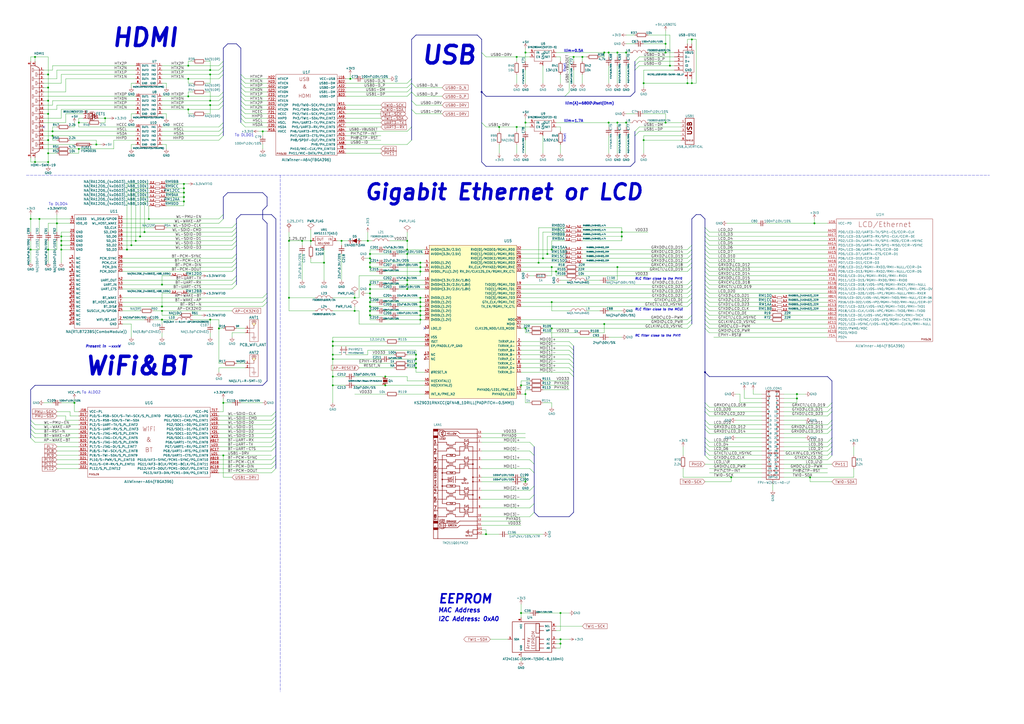
<source format=kicad_sch>
(kicad_sch (version 20250114) (generator "eeschema") (generator_version "9.0")
  (paper "A2")
  (title_block (title "A64-OLinuXino") (date "2020-02-11") (rev "G") (company "OLIMEX LTD, Bulgaria") (comment 1 "<c> 2020"))
  (lib_symbols
    (symbol "A64-OlinuXino_Rev_G:+3.3V" (power) (pin_names (offset 0))
      (property "Value" "+3.3V" (at 0 3.556 0))
      (symbol "+3.3V_1_1"
        (pin power_in line (at 0 0 90) (length 0) (hide yes) (name "+3V3") (number "1"))
      )
    )
    (symbol "A64-OlinuXino_Rev_G:+3.3VD" (power) (pin_names (offset 0))
      (property "Value" "+3.3VD" (at 0 3.556 0))
      (symbol "+3.3VD_1_1"
        (pin power_in line (at 0 0 90) (length 0) (hide yes) (name "+3.3VD") (number "1"))
      )
    )
    (symbol "A64-OlinuXino_Rev_G:+3.3VWiFiIO" (power) (pin_names (offset 0))
      (property "Value" "+3.3VWiFiIO" (at 0 3.556 0))
      (symbol "+3.3VWiFiIO_1_1"
        (pin power_in line (at 0 0 90) (length 0) (hide yes) (name "+3.3VWiFiIO") (number "1"))
      )
    )
    (symbol "A64-OlinuXino_Rev_G:+5V" (power) (pin_names (offset 0))
      (property "Value" "+5V" (at 0 3.556 0))
      (symbol "+5V_1_1"
        (pin power_in line (at 0 0 90) (length 0) (hide yes) (name "+5V") (number "1"))
      )
    )
    (symbol "A64-OlinuXino_Rev_G:+5V_USBOTG" (power) (pin_names (offset 0))
      (property "Value" "+5V_USBOTG" (at 0 3.556 0))
      (symbol "+5V_USBOTG_1_1"
        (pin power_in line (at 0 0 90) (length 0) (hide yes) (name "+5V_USBOTG") (number "1"))
      )
    )
    (symbol "A64-OlinuXino_Rev_G:AMS1117-ADJ" (pin_names (offset 1.016) (hide yes))
      (property "Reference" "VR" (at -5.08 5.715 0))
      (property "Value" "AMS1117-ADJ" (at -5.08 3.175 0))
      (symbol "AMS1117-ADJ_1_0"
        (text "IN" (at -3.556 0.889 0) (effects (font (size 1.397 1.397))))
        (text "ADJ/GND" (at 0.127 -1.397 0) (effects (font (size 1.016 1.016))))
        (text "OUT" (at 2.286 0.889 0) (effects (font (size 1.397 1.397))))
      )
      (symbol "AMS1117-ADJ_1_1"
        (pin input line (at -7.62 0 0) (length 2.54) (name "IN") (number "3"))
        (pin power_in line (at 0 -5.08 90) (length 2.54) (name "ADJ/GND") (number "1"))
        (pin power_in line (at 7.62 0 180) (length 2.54) (name "OUT") (number "2"))
      )
    )
    (symbol "A64-OlinuXino_Rev_G:AT24C16BN-SH(SO-8_150mil)" (pin_names (offset 1.016))
      (property "Reference" "U" (at 0 8.89 0))
      (property "Value" "AT24C16BN-SH(SO-8_150mil)" (at 1.27 -13.97 0))
      (symbol "AT24C16BN-SH(SO-8_150mil)_0_0"
        (text "Array" (at -1.016 -4.826 900) (effects (font (size 1.8034 1.8034))))
        (text "EEPROM" (at 2.032 -3.048 900) (effects (font (size 1.8034 1.8034))))
      )
      (symbol "AT24C16BN-SH(SO-8_150mil)_1_1"
        (pin bidirectional line (at -12.7 -2.54 0) (length 2.54) (name "SDA") (number "5"))
        (pin power_in line (at -5.08 10.16 270) (length 2.54) (name "VCC") (number "8"))
        (pin power_in line (at -5.08 -12.7 90) (length 2.54) (name "GND") (number "4"))
        (pin input line (at 15.24 5.08 180) (length 2.54) (name "SCL") (number "6"))
        (pin input line (at 15.24 2.54 180) (length 2.54) (name "WP") (number "7"))
        (pin input line (at 15.24 -2.54 180) (length 2.54) (name "A2") (number "3"))
        (pin input line (at 15.24 -5.08 180) (length 2.54) (name "A1") (number "2"))
        (pin input line (at 15.24 -7.62 180) (length 2.54) (name "A0") (number "1"))
      )
    )
    (symbol "A64-OlinuXino_Rev_G:AllWinner-A64(FBGA396)" (pin_names (offset 1.016))
      (property "Reference" "U" (at 0 1.27 0))
      (property "Value" "AllWinner-A64(FBGA396)" (at 0 -1.27 0))
      (symbol "AllWinner-A64(FBGA396)_1_1"
        (text "DDR3" (at 0 58.42 0) (effects (font (size 2.54 2.54))))
        (text "PINS:88" (at 9.6774 -62.7888 0) (effects (font (size 0.9906 0.9906))))
        (pin bidirectional line (at -17.78 60.96 0) (length 5.08) (name "SDQ0") (number "L3"))
        (pin bidirectional line (at -17.78 58.42 0) (length 5.08) (name "SDQ1") (number "G1"))
        (pin bidirectional line (at -17.78 55.88 0) (length 5.08) (name "SDQ2") (number "H3"))
        (pin bidirectional line (at -17.78 53.34 0) (length 5.08) (name "SDQ3") (number "K1"))
        (pin bidirectional line (at -17.78 50.8 0) (length 5.08) (name "SDQ4") (number "H2"))
        (pin bidirectional line (at -17.78 48.26 0) (length 5.08) (name "SDQ5") (number "H1"))
        (pin bidirectional line (at -17.78 45.72 0) (length 5.08) (name "SDQ6") (number "L1"))
        (pin bidirectional line (at -17.78 43.18 0) (length 5.08) (name "SDQ7") (number "L2"))
        (pin bidirectional line (at -17.78 40.64 0) (length 5.08) (name "SDQ8") (number "T3"))
        (pin bidirectional line (at -17.78 38.1 0) (length 5.08) (name "SDQ9") (number "T2"))
        (pin bidirectional line (at -17.78 35.56 0) (length 5.08) (name "SDQ10") (number "T1"))
        (pin bidirectional line (at -17.78 33.02 0) (length 5.08) (name "SDQ11") (number "R2"))
        (pin bidirectional line (at -17.78 30.48 0) (length 5.08) (name "SDQ12") (number "N3"))
        (pin bidirectional line (at -17.78 27.94 0) (length 5.08) (name "SDQ13") (number "N2"))
        (pin bidirectional line (at -17.78 25.4 0) (length 5.08) (name "SDQ14") (number "N1"))
        (pin bidirectional line (at -17.78 22.86 0) (length 5.08) (name "SDQ15") (number "M2"))
        (pin bidirectional line (at -17.78 20.32 0) (length 5.08) (name "SDQ16") (number "E3"))
        (pin bidirectional line (at -17.78 17.78 0) (length 5.08) (name "SDQ17") (number "F2"))
        (pin bidirectional line (at -17.78 15.24 0) (length 5.08) (name "SDQ18") (number "E2"))
        (pin bidirectional line (at -17.78 12.7 0) (length 5.08) (name "SDQ19") (number "E1"))
        (pin bidirectional line (at -17.78 10.16 0) (length 5.08) (name "SDQ20") (number "B1"))
        (pin bidirectional line (at -17.78 7.62 0) (length 5.08) (name "SDQ21") (number "B2"))
        (pin bidirectional line (at -17.78 5.08 0) (length 5.08) (name "SDQ22") (number "A2"))
        (pin bidirectional line (at -17.78 2.54 0) (length 5.08) (name "SDQ23") (number "B3"))
        (pin bidirectional line (at -17.78 0 0) (length 5.08) (name "SDQ24") (number "C5"))
        (pin bidirectional line (at -17.78 -2.54 0) (length 5.08) (name "SDQ25") (number "B4"))
        (pin bidirectional line (at -17.78 -5.08 0) (length 5.08) (name "SDQ26") (number "A4"))
        (pin bidirectional line (at -17.78 -7.62 0) (length 5.08) (name "SDQ27") (number "A5"))
        (pin bidirectional line (at -17.78 -10.16 0) (length 5.08) (name "SDQ28") (number "A7"))
        (pin bidirectional line (at -17.78 -12.7 0) (length 5.08) (name "SDQ29") (number "A8"))
        (pin bidirectional line (at -17.78 -15.24 0) (length 5.08) (name "SDQ30") (number "B8"))
        (pin bidirectional line (at -17.78 -17.78 0) (length 5.08) (name "SDQ31") (number "B9"))
        (pin power_in line (at -17.78 -27.94 0) (length 5.08) (name "VCC-DRAM0") (number "K6"))
        (pin power_in line (at -17.78 -30.48 0) (length 5.08) (name "VCC-DRAM1") (number "L6"))
        (pin power_in line (at -17.78 -33.02 0) (length 5.08) (name "VCC-DRAM2") (number "G7"))
        (pin power_in line (at -17.78 -35.56 0) (length 5.08) (name "VCC-DRAM3") (number "K7"))
        (pin power_in line (at -17.78 -38.1 0) (length 5.08) (name "VCC-DRAM4") (number "L7"))
        (pin power_in line (at -17.78 -40.64 0) (length 5.08) (name "VCC-DRAM5") (number "N7"))
        (pin power_in line (at -17.78 -43.18 0) (length 5.08) (name "VCC-DRAM6") (number "G8"))
        (pin power_in line (at -17.78 -45.72 0) (length 5.08) (name "VCC-DRAM7") (number "J8"))
        (pin power_in line (at -17.78 -48.26 0) (length 5.08) (name "VCC-DRAM8") (number "L8"))
        (pin power_in line (at -17.78 -50.8 0) (length 5.08) (name "VCC-DRAM9") (number "N8"))
        (pin power_in line (at -17.78 -53.34 0) (length 5.08) (name "VCC-DRAM10") (number "G9"))
        (pin output line (at 17.78 60.96 180) (length 5.08) (name "SA0") (number "P5"))
        (pin output line (at 17.78 58.42 180) (length 5.08) (name "SA1") (number "R4"))
        (pin output line (at 17.78 55.88 180) (length 5.08) (name "SA2") (number "N5"))
        (pin output line (at 17.78 53.34 180) (length 5.08) (name "SA3") (number "N6"))
        (pin output line (at 17.78 50.8 180) (length 5.08) (name "SA4") (number "P6"))
        (pin output line (at 17.78 48.26 180) (length 5.08) (name "SA5") (number "G4"))
        (pin output line (at 17.78 45.72 180) (length 5.08) (name "SA6") (number "F3"))
        (pin output line (at 17.78 43.18 180) (length 5.08) (name "SA7") (number "E4"))
        (pin output line (at 17.78 40.64 180) (length 5.08) (name "SA8") (number "D3"))
        (pin output line (at 17.78 38.1 180) (length 5.08) (name "SA9") (number "C4"))
        (pin output line (at 17.78 35.56 180) (length 5.08) (name "SA10") (number "M4"))
        (pin output line (at 17.78 33.02 180) (length 5.08) (name "SA11") (number "U4"))
        (pin output line (at 17.78 30.48 180) (length 5.08) (name "SA12") (number "K5"))
        (pin output line (at 17.78 27.94 180) (length 5.08) (name "SA13") (number "E8"))
        (pin output line (at 17.78 25.4 180) (length 5.08) (name "SA14") (number "K4"))
        (pin output line (at 17.78 22.86 180) (length 5.08) (name "SA15") (number "T4"))
        (pin output line (at 17.78 17.78 180) (length 5.08) (name "SBA0") (number "D8"))
        (pin output line (at 17.78 15.24 180) (length 5.08) (name "SBA1") (number "R3"))
        (pin output line (at 17.78 12.7 180) (length 5.08) (name "SBA2") (number "C6"))
        (pin output line (at 17.78 7.62 180) (length 5.08) (name "SCKP") (number "G2"))
        (pin output line (at 17.78 5.08 180) (length 5.08) (name "SCKN") (number "G3"))
        (pin output line (at 17.78 2.54 180) (length 5.08) (name "SCKE0") (number "J3"))
        (pin output line (at 17.78 0 180) (length 5.08) (name "SCKE1") (number "H6"))
        (pin output line (at 17.78 -5.08 180) (length 5.08) (name "SDQM0") (number "J2"))
        (pin output line (at 17.78 -7.62 180) (length 5.08) (name "SDQM1") (number "P3"))
        (pin output line (at 17.78 -10.16 180) (length 5.08) (name "SDQM2") (number "C2"))
        (pin output line (at 17.78 -12.7 180) (length 5.08) (name "SDQM3") (number "B7"))
        (pin output line (at 17.78 -15.24 180) (length 5.08) (name "SDQS0P") (number "K3"))
        (pin output line (at 17.78 -17.78 180) (length 5.08) (name "SDQS0N") (number "K2"))
        (pin output line (at 17.78 -20.32 180) (length 5.08) (name "SDQS1P") (number "P1"))
        (pin output line (at 17.78 -22.86 180) (length 5.08) (name "SDQS1N") (number "P2"))
        (pin output line (at 17.78 -25.4 180) (length 5.08) (name "SDQS2P") (number "D2"))
        (pin output line (at 17.78 -27.94 180) (length 5.08) (name "SDQS2N") (number "D1"))
        (pin output line (at 17.78 -30.48 180) (length 5.08) (name "SDQS3P") (number "B6"))
        (pin output line (at 17.78 -33.02 180) (length 5.08) (name "SDQS3N") (number "B5"))
        (pin output line (at 17.78 -35.56 180) (length 5.08) (name "SCS0") (number "E5"))
        (pin output line (at 17.78 -38.1 180) (length 5.08) (name "SCS1") (number "H5"))
        (pin output line (at 17.78 -40.64 180) (length 5.08) (name "SODT0") (number "D5"))
        (pin output line (at 17.78 -43.18 180) (length 5.08) (name "SODT1") (number "E7"))
        (pin output line (at 17.78 -48.26 180) (length 5.08) (name "SWE") (number "C8"))
        (pin output line (at 17.78 -50.8 180) (length 5.08) (name "SCAS") (number "C9"))
        (pin output line (at 17.78 -53.34 180) (length 5.08) (name "SRAS") (number "F7"))
        (pin output line (at 17.78 -55.88 180) (length 5.08) (name "SRST") (number "D10"))
        (pin passive line (at 17.78 -58.42 180) (length 5.08) (name "SZQ") (number "U1"))
        (pin input line (at 17.78 -60.96 180) (length 5.08) (name "SVREF") (number "G5"))
      )
      (symbol "AllWinner-A64(FBGA396)_2_1"
        (text "Crystal, RTC and control" (at 3.81 8.255 0) (effects (font (size 0.762 0.762))))
        (text "PINS:20" (at 8.89 -16.891 0) (effects (font (size 0.9906 0.9906))))
        (pin output line (at -17.78 15.24 0) (length 5.08) (name "X32KFOUT") (number "B18"))
        (pin output line (at -17.78 12.7 0) (length 5.08) (name "X32KOUT") (number "B19"))
        (pin input line (at -17.78 10.16 0) (length 5.08) (name "X32KIN") (number "C18"))
        (pin output line (at -17.78 7.62 0) (length 5.08) (name "X24MO") (number "K23"))
        (pin input line (at -17.78 5.08 0) (length 5.08) (name "X24MI") (number "K22"))
        (pin input line (at -17.78 0 0) (length 5.08) (name "TEST") (number "H14"))
        (pin input line (at -17.78 -2.54 0) (length 5.08) (name "JTAGSEL0") (number "AA11"))
        (pin input line (at -17.78 -5.08 0) (length 5.08) (name "JTAGSEL1") (number "AA12"))
        (pin input line (at -17.78 -7.62 0) (length 5.08) (name "RESET") (number "E17"))
        (pin input line (at -17.78 -10.16 0) (length 5.08) (name "NMI") (number "G18"))
        (pin input line (at -17.78 -12.7 0) (length 5.08) (name "KEYADC") (number "A16"))
        (pin input line (at -17.78 -15.24 0) (length 5.08) (name "FEL/UBOOT") (number "F17"))
        (pin power_in line (at 17.78 15.24 180) (length 5.08) (name "HSIC-VCC") (number "K16"))
        (pin bidirectional line (at 17.78 12.7 180) (length 5.08) (name "HSIC-STR") (number "H19"))
        (pin bidirectional line (at 17.78 10.16 180) (length 5.08) (name "HSIC-DAT") (number "G19"))
        (pin input line (at 17.78 5.08 180) (length 5.08) (name "VCC-EFUSE") (number "N18"))
        (pin input line (at 17.78 2.54 180) (length 5.08) (name "VDDBP-EFUSE") (number "P16"))
        (pin power_in line (at 17.78 -2.54 180) (length 5.08) (name "VCC-RTC") (number "H16"))
        (pin power_in line (at 17.78 -10.16 180) (length 5.08) (name "VCC-PLL") (number "N16"))
        (pin input line (at 17.78 -15.24 180) (length 5.08) (name "RTC-VIO") (number "G16"))
      )
      (symbol "AllWinner-A64(FBGA396)_3_1"
        (text "NAND/eMMC" (at -5.08 22.86 0) (effects (font (size 2.032 2.032))))
        (text "PINS:18" (at 12.192 -24.6634 0) (effects (font (size 0.9906 0.9906))))
        (pin power_in line (at 20.32 22.86 180) (length 5.08) (name "VCC-PC") (number "R16"))
        (pin bidirectional line (at 20.32 17.78 180) (length 5.08) (name "PC0/NAND-WE/SPI0-MOSI") (number "T21"))
        (pin bidirectional line (at 20.32 15.24 180) (length 5.08) (name "PC1/NAND-ALE/SDC2-DS/SPI0-MISO") (number "K18"))
        (pin bidirectional line (at 20.32 12.7 180) (length 5.08) (name "PC2/NAND-CLE/SPI0-CLK") (number "P20"))
        (pin bidirectional line (at 20.32 10.16 180) (length 5.08) (name "PC3/NAND-CE1/SPI0-CS") (number "P19"))
        (pin bidirectional line (at 20.32 7.62 180) (length 5.08) (name "PC4/NAND-CE0") (number "T20"))
        (pin bidirectional line (at 20.32 5.08 180) (length 5.08) (name "PC5/NAND-RE/SDC2-CLK") (number "G20"))
        (pin bidirectional line (at 20.32 2.54 180) (length 5.08) (name "PC6/NAND-RB0/SDC2-CMD") (number "K19"))
        (pin bidirectional line (at 20.32 0 180) (length 5.08) (name "PC7/NAND-RB1") (number "T19"))
        (pin bidirectional line (at 20.32 -2.54 180) (length 5.08) (name "PC8/NAND-DQ0/SDC2-D0") (number "M21"))
        (pin bidirectional line (at 20.32 -5.08 180) (length 5.08) (name "PC9/NAND-DQ1/SDC2-D1") (number "L19"))
        (pin bidirectional line (at 20.32 -7.62 180) (length 5.08) (name "PC10/NAND-DQ2/SDC2-D2") (number "K20"))
        (pin bidirectional line (at 20.32 -10.16 180) (length 5.08) (name "PC11/NAND-DQ3/SDC2-D3") (number "H20"))
        (pin bidirectional line (at 20.32 -12.7 180) (length 5.08) (name "PC12/NAND-DQ4/SDC2-D4") (number "P18"))
        (pin bidirectional line (at 20.32 -15.24 180) (length 5.08) (name "PC13/NAND-DQ5/SDC2-D5") (number "L20"))
        (pin bidirectional line (at 20.32 -17.78 180) (length 5.08) (name "PC14/NAND-DQ6/SDC2-D6") (number "J21"))
        (pin bidirectional line (at 20.32 -20.32 180) (length 5.08) (name "PC15/NAND-DQ7/SDC2-D7") (number "R21"))
        (pin bidirectional line (at 20.32 -22.86 180) (length 5.08) (name "PC16/NAND-DQS/SDC2-RST") (number "N20"))
      )
      (symbol "AllWinner-A64(FBGA396)_4_1"
        (text "T-CARD" (at 0 -8.255 0) (effects (font (size 2.032 2.032))))
        (text "PINS:7" (at 12.6492 -9.4234 0) (effects (font (size 0.9906 0.9906))))
        (pin bidirectional line (at 20.32 7.62 180) (length 5.08) (name "PF0/SDC0-D1/JTAG-MS1") (number "AB10"))
        (pin bidirectional line (at 20.32 5.08 180) (length 5.08) (name "PF1/SDC0-D0/JTAG-DI1") (number "W13"))
        (pin bidirectional line (at 20.32 2.54 180) (length 5.08) (name "PF2/SDC0-CLK/UART0-TX") (number "AC8"))
        (pin bidirectional line (at 20.32 0 180) (length 5.08) (name "PF3/SDC0-CMD/JTAG-DO1") (number "W9"))
        (pin bidirectional line (at 20.32 -2.54 180) (length 5.08) (name "PF4/SDC0-D3/UART0-RX") (number "AB6"))
        (pin bidirectional line (at 20.32 -5.08 180) (length 5.08) (name "PF5/SDC0-D2/JTAG-CK1") (number "AB9"))
        (pin bidirectional line (at 20.32 -7.62 180) (length 5.08) (name "PF6") (number "AB8"))
      )
      (symbol "AllWinner-A64(FBGA396)_5_1"
        (text "Audio" (at 0 15.24 0) (effects (font (size 2.54 2.54))))
        (text "PINS:31" (at 9.7028 -27.2034 0) (effects (font (size 0.9906 0.9906))))
        (pin power_in line (at -17.78 25.4 0) (length 5.08) (name "AVCC") (number "G14"))
        (pin input line (at -17.78 20.32 0) (length 5.08) (name "VRP") (number "C11"))
        (pin input line (at -17.78 17.78 0) (length 5.08) (name "VRA1") (number "B12"))
        (pin input line (at -17.78 15.24 0) (length 5.08) (name "VRA2") (number "B11"))
        (pin power_in line (at -17.78 10.16 0) (length 5.08) (name "AGND") (number "A11"))
        (pin power_out line (at -17.78 5.08 0) (length 5.08) (name "HBIAS") (number "D13"))
        (pin power_out line (at -17.78 2.54 0) (length 5.08) (name "MBIAS") (number "E14"))
        (pin input line (at -17.78 0 0) (length 5.08) (name "MIC-DET") (number "B10"))
        (pin input line (at -17.78 -2.54 0) (length 5.08) (name "MICIN1P") (number "B15"))
        (pin input line (at -17.78 -5.08 0) (length 5.08) (name "MICIN1N") (number "B16"))
        (pin input line (at -17.78 -7.62 0) (length 5.08) (name "MICIN2P") (number "B17"))
        (pin input line (at -17.78 -10.16 0) (length 5.08) (name "MICIN2N") (number "A17"))
        (pin input line (at -17.78 -15.24 0) (length 5.08) (name "PHONEINP") (number "D14"))
        (pin input line (at -17.78 -17.78 0) (length 5.08) (name "PHONEINN") (number "C14"))
        (pin input line (at -17.78 -22.86 0) (length 5.08) (name "LINEINR") (number "A14"))
        (pin input line (at -17.78 -25.4 0) (length 5.08) (name "LINEINL") (number "B14"))
        (pin power_in line (at 17.78 25.4 180) (length 5.08) (name "CPVDD") (number "E13"))
        (pin power_out line (at 17.78 20.32 180) (length 5.08) (name "CPVEE") (number "F12"))
        (pin power_in line (at 17.78 17.78 180) (length 5.08) (name "VEE") (number "G13"))
        (pin passive line (at 17.78 12.7 180) (length 5.08) (name "CPP") (number "E11"))
        (pin passive line (at 17.78 10.16 180) (length 5.08) (name "CPN") (number "E10"))
        (pin output line (at 17.78 5.08 180) (length 5.08) (name "EAROUTP") (number "B13"))
        (pin output line (at 17.78 2.54 180) (length 5.08) (name "EAROUTN") (number "A13"))
        (pin input line (at 17.78 -2.54 180) (length 5.08) (name "HP-FB") (number "C10"))
        (pin output line (at 17.78 -5.08 180) (length 5.08) (name "HPOUTL") (number "C13"))
        (pin output line (at 17.78 -7.62 180) (length 5.08) (name "HPOUTR") (number "C12"))
        (pin input line (at 17.78 -10.16 180) (length 5.08) (name "HP-DET") (number "D11"))
        (pin output line (at 17.78 -15.24 180) (length 5.08) (name "PHONEOUTP") (number "E16"))
        (pin output line (at 17.78 -17.78 180) (length 5.08) (name "PHONEOUTN") (number "F16"))
        (pin output line (at 17.78 -22.86 180) (length 5.08) (name "LINEOUTP/L") (number "D16"))
        (pin output line (at 17.78 -25.4 180) (length 5.08) (name "LINEOUTN/R") (number "C16"))
      )
      (symbol "AllWinner-A64(FBGA396)_6_1"
        (text "PINS:30" (at -14.478 -23.114 0) (effects (font (size 0.9906 0.9906))))
        (text "USB" (at -1.27 20.066 0) (effects (font (size 2.0066 2.0066))))
        (text "&" (at -1.016 15.748 0) (effects (font (size 2.0066 2.0066))))
        (text "HDMI" (at -1.016 10.414 0) (effects (font (size 2.0066 2.0066))))
        (pin output line (at -22.86 20.32 0) (length 5.08) (name "HTXCP") (number "H22"))
        (pin output line (at -22.86 17.78 0) (length 5.08) (name "HTXCN") (number "H23"))
        (pin output line (at -22.86 15.24 0) (length 5.08) (name "HTX0P") (number "G22"))
        (pin output line (at -22.86 12.7 0) (length 5.08) (name "HTX0N") (number "G23"))
        (pin output line (at -22.86 10.16 0) (length 5.08) (name "HTX1P") (number "E23"))
        (pin output line (at -22.86 7.62 0) (length 5.08) (name "HTX1N") (number "F22"))
        (pin output line (at -22.86 5.08 0) (length 5.08) (name "HTX2P") (number "D23"))
        (pin output line (at -22.86 2.54 0) (length 5.08) (name "HTX2N") (number "E22"))
        (pin output line (at -22.86 0 0) (length 5.08) (name "HCEC") (number "F21"))
        (pin output line (at -22.86 -2.54 0) (length 5.08) (name "HHPD") (number "E21"))
        (pin output line (at -22.86 -5.08 0) (length 5.08) (name "HSCL") (number "G21"))
        (pin output line (at -22.86 -7.62 0) (length 5.08) (name "HSDA") (number "E20"))
        (pin power_in line (at -22.86 -10.16 0) (length 5.08) (name "HVCC") (number "M16"))
        (pin power_in line (at 22.86 20.32 180) (length 5.08) (name "VCC-USB") (number "L16"))
        (pin bidirectional line (at 22.86 17.78 180) (length 5.08) (name "USB0-DM") (number "B22"))
        (pin bidirectional line (at 22.86 15.24 180) (length 5.08) (name "USB0-DP") (number "A22"))
        (pin bidirectional line (at 22.86 12.7 180) (length 5.08) (name "USB1-DM") (number "C22"))
        (pin bidirectional line (at 22.86 10.16 180) (length 5.08) (name "USB1-DP") (number "B23"))
        (pin bidirectional line (at 22.86 5.08 180) (length 5.08) (name "PH0/TWI0-SCK/PH_EINT0") (number "W11"))
        (pin bidirectional line (at 22.86 2.54 180) (length 5.08) (name "PH1/TWI0-SDA/PH_EINT1") (number "AA10"))
        (pin bidirectional line (at 22.86 0 180) (length 5.08) (name "PH2/TWI1-SCK/PH_EINT2") (number "AC4"))
        (pin bidirectional line (at 22.86 -2.54 180) (length 5.08) (name "PH3/TWI1-SDA/PH_EINT3") (number "AA9"))
        (pin bidirectional line (at 22.86 -5.08 180) (length 5.08) (name "PH4/UART3-TX/PH_EINT4") (number "AB5"))
        (pin bidirectional line (at 22.86 -7.62 180) (length 5.08) (name "PH5/UART3-RX/PH_EINT5") (number "AC7"))
        (pin bidirectional line (at 22.86 -10.16 180) (length 5.08) (name "PH6/UART3-RTS/PH_EINT6") (number "AB4"))
        (pin bidirectional line (at 22.86 -12.7 180) (length 5.08) (name "PH7/UART3-CTS/PH_EINT7") (number "AC5"))
        (pin bidirectional line (at 22.86 -15.24 180) (length 5.08) (name "PH8/SPDIF-OUT/PH_EINT8") (number "Y10"))
        (pin bidirectional line (at 22.86 -17.78 180) (length 5.08) (name "PH9/PH_EINT9") (number "AA8"))
        (pin bidirectional line (at 22.86 -20.32 180) (length 5.08) (name "PH10/MIC-CLK/PH_EINT10") (number "Y8"))
        (pin bidirectional line (at 22.86 -22.86 180) (length 5.08) (name "PH11/MIC-DATA/PH_EINT11") (number "AA5"))
      )
      (symbol "AllWinner-A64(FBGA396)_7_1"
        (text "PINS:29" (at -31.877 -18.669 0) (effects (font (size 0.9906 0.9906))))
        (text "WiFi" (at 0 7.62 0) (effects (font (size 2.54 2.54))))
        (text "&" (at 0 1.524 0) (effects (font (size 2.54 2.54))))
        (text "BT" (at 0 -4.445 0) (effects (font (size 2.54 2.54))))
        (pin power_in line (at -40.64 17.78 0) (length 5.08) (name "VCC-PL") (number "J16"))
        (pin bidirectional line (at -40.64 15.24 0) (length 5.08) (name "PL0/S-RSB-SCK/S-TWI-SCK/S_PL_EINT0") (number "D17"))
        (pin bidirectional line (at -40.64 12.7 0) (length 5.08) (name "PL1/S-RSB-SDA/S-TWI-SDA") (number "C17"))
        (pin bidirectional line (at -40.64 10.16 0) (length 5.08) (name "PL2/S-UART-TX/S_PL_EINT2") (number "A19"))
        (pin bidirectional line (at -40.64 7.62 0) (length 5.08) (name "PL3/S-UART-RX/S_PL_EINT3") (number "E19"))
        (pin bidirectional line (at -40.64 5.08 0) (length 5.08) (name "PL4/S-JTAG-MS/S_PL_EINT4") (number "A20"))
        (pin bidirectional line (at -40.64 2.54 0) (length 5.08) (name "PL5/S-JTAG-CK/S_PL_EINT5") (number "D19"))
        (pin bidirectional line (at -40.64 0 0) (length 5.08) (name "PL6/S-JTAG-DO/S_PL_EINT6") (number "B20"))
        (pin bidirectional line (at -40.64 -2.54 0) (length 5.08) (name "PL7/S-JTAG-DI/S_PL_EINT7") (number "C19"))
        (pin bidirectional line (at -40.64 -5.08 0) (length 5.08) (name "PL8/S-TWI-SCK/S_PL_EINT8") (number "B21"))
        (pin bidirectional line (at -40.64 -7.62 0) (length 5.08) (name "PL9/S-TWI-SDA/S_PL_EINT9") (number "D20"))
        (pin bidirectional line (at -40.64 -10.16 0) (length 5.08) (name "PL10/S-PWM/S_PL_EINT10") (number "D21"))
        (pin bidirectional line (at -40.64 -12.7 0) (length 5.08) (name "PL11/S-CIR-RX/S_PL_EINT11") (number "C20"))
        (pin bidirectional line (at -40.64 -15.24 0) (length 5.08) (name "PL12/S_PL_EINT12") (number "D22"))
        (pin power_in line (at 40.64 17.78 180) (length 5.08) (name "VCC-PG") (number "T17"))
        (pin bidirectional line (at 40.64 15.24 180) (length 5.08) (name "PG0/SDC1-CLK/PG_EINT0") (number "V21"))
        (pin bidirectional line (at 40.64 12.7 180) (length 5.08) (name "PG1/SDC1-CMD/PG_EINT1") (number "U20"))
        (pin bidirectional line (at 40.64 10.16 180) (length 5.08) (name "PG2/SDC1-D0/PG_EINT2") (number "U19"))
        (pin bidirectional line (at 40.64 7.62 180) (length 5.08) (name "PG3/SDC1-D1/PG_EINT3") (number "V22"))
        (pin bidirectional line (at 40.64 5.08 180) (length 5.08) (name "PG4/SDC1-D2/PG_EINT4") (number "Y21"))
        (pin bidirectional line (at 40.64 2.54 180) (length 5.08) (name "PG5/SDC1-D3/PG_EINT5") (number "W23"))
        (pin bidirectional line (at 40.64 0 180) (length 5.08) (name "PG6/UART1-TX/PG_EINT6") (number "AB17"))
        (pin bidirectional line (at 40.64 -2.54 180) (length 5.08) (name "PG7/UART1-RX/PG_EINT7") (number "U23"))
        (pin bidirectional line (at 40.64 -5.08 180) (length 5.08) (name "PG8/UART1-RTS/PG_EINT8") (number "AC17"))
        (pin bidirectional line (at 40.64 -7.62 180) (length 5.08) (name "PG9/UART1-CTS/PG_EINT9") (number "U21"))
        (pin bidirectional line (at 40.64 -10.16 180) (length 5.08) (name "PG10/AIF3-SYNC/PCM1-SYNC/PG_EINT10") (number "AB19"))
        (pin bidirectional line (at 40.64 -12.7 180) (length 5.08) (name "PG11/AIF3-BCLK/PCM1-BCLK/PG_EINT11") (number "AB18"))
        (pin bidirectional line (at 40.64 -15.24 180) (length 5.08) (name "PG12/AIF3-DOUT/PCM1-DOUT/PG_EINT12") (number "AC19"))
        (pin bidirectional line (at 40.64 -17.78 180) (length 5.08) (name "PG13/AIF3-DIN/PCM1-DIN/PG_EINT13") (number "U22"))
      )
      (symbol "AllWinner-A64(FBGA396)_8_1"
        (text "PINS:26" (at -26.67 -34.29 0) (effects (font (size 0.9906 0.9906))))
        (text "LCD/Ethernet" (at -2.54 32.385 0) (effects (font (size 3.048 3.048))))
        (pin power_in line (at 30.48 33.02 180) (length 5.08) (name "VCC-PD") (number "U16"))
        (pin bidirectional line (at 30.48 27.94 180) (length 5.08) (name "PD0/LCD-D2/UART3-TX/SPI1-CS/CCIR-CLK") (number "AA20"))
        (pin bidirectional line (at 30.48 25.4 180) (length 5.08) (name "PD1/LCD-D3/UART3-RX/SPI1-CLK/CCIR-DE") (number "AA17"))
        (pin bidirectional line (at 30.48 22.86 180) (length 5.08) (name "PD2/LCD-D4/UART4-TX/SPI1-MOSI/CCIR-HSYNC") (number "W19"))
        (pin bidirectional line (at 30.48 20.32 180) (length 5.08) (name "PD3/LCD-D5/UART4-RX/SPI1-MISO/CCIR-VSYNC") (number "AA14"))
        (pin bidirectional line (at 30.48 17.78 180) (length 5.08) (name "PD4/LCD-D6/UART4-RTS/CCIR-D0") (number "V18"))
        (pin bidirectional line (at 30.48 15.24 180) (length 5.08) (name "PD5/LCD-D7/UART4-CTS/CCIR-D1") (number "AA15"))
        (pin bidirectional line (at 30.48 12.7 180) (length 5.08) (name "PD6/LCD-D10/CCIR-D2") (number "Y11"))
        (pin bidirectional line (at 30.48 10.16 180) (length 5.08) (name "PD7/LCD-D11/CCIR-D3") (number "AA16"))
        (pin bidirectional line (at 30.48 7.62 180) (length 5.08) (name "PD8/LCD-D12/RGMII-RXD3/RMII-NULL/CCIR-D4") (number "V17"))
        (pin bidirectional line (at 30.48 5.08 180) (length 5.08) (name "PD9/LCD-D13/RGMII-RXD2/RMII-NULL/CCIR-D5") (number "AA13"))
        (pin bidirectional line (at 30.48 2.54 180) (length 5.08) (name "PD10/LCD-D14/RGMII-RXD1/RMII-RXD1") (number "W16"))
        (pin bidirectional line (at 30.48 0 180) (length 5.08) (name "PD11/LCD-D15/RGMII-RXD0/RMII-RXD0") (number "Y16"))
        (pin bidirectional line (at 30.48 -2.54 180) (length 5.08) (name "PD12/LCD-D18/LVDS-VP0/RGMII-RXCK/RMII-NULL") (number "AC16"))
        (pin bidirectional line (at 30.48 -5.08 180) (length 5.08) (name "PD13/LCD-D19/LVDS-VN0/RGMII-RXCTL/RMII-CRS-DV") (number "AB16"))
        (pin bidirectional line (at 30.48 -7.62 180) (length 5.08) (name "PD14/LCD-D20/LVDS-VP1/RGMII-NULL/RMII-RXER") (number "AB15"))
        (pin bidirectional line (at 30.48 -10.16 180) (length 5.08) (name "PD15/LCD-D21/LVDS-VN1/RGMII-TXD3/RMII-NULL/CCIR-D6") (number "AB14"))
        (pin bidirectional line (at 30.48 -12.7 180) (length 5.08) (name "PD16/LCD-D22/LVDS-VP2/RGMII-TXD2/RMII-NULL/CCIR-D7") (number "AC14"))
        (pin bidirectional line (at 30.48 -15.24 180) (length 5.08) (name "PD17/LCD-D23/LVDS-VN2/RGMII-TXD1/RMII-TXD1") (number "AC13"))
        (pin bidirectional line (at 30.48 -17.78 180) (length 5.08) (name "PD18/LCD-CLK/LVDS-VPC/RGMII-TXD0/RMII-TXD0") (number "AB13"))
        (pin bidirectional line (at 30.48 -20.32 180) (length 5.08) (name "PD19/LCD-DE/LVDS-VNC/RGMII-TXCK/RMII-TXCK") (number "AB12"))
        (pin bidirectional line (at 30.48 -22.86 180) (length 5.08) (name "PD20/LCD-HSYNC/LVDS-VP3/RGMII-TXCTL/RMII-TXEN") (number "AB11"))
        (pin bidirectional line (at 30.48 -25.4 180) (length 5.08) (name "PD21/LCD-VSYNC/LVDS-VN3/RGMII-CLKIN/RMII-NULL") (number "AC11"))
        (pin bidirectional line (at 30.48 -27.94 180) (length 5.08) (name "PD22/PWM0/MDC") (number "Y13"))
        (pin bidirectional line (at 30.48 -30.48 180) (length 5.08) (name "PD23/MDIO") (number "AC10"))
        (pin bidirectional line (at 30.48 -33.02 180) (length 5.08) (name "PD24") (number "Y14"))
      )
      (symbol "AllWinner-A64(FBGA396)_9_0"
        (text "&" (at -2.54 -16.51 0) (effects (font (size 2.0066 2.0066))))
      )
      (symbol "AllWinner-A64(FBGA396)_9_1"
        (text "PINS:30" (at -16.9926 -20.8788 0) (effects (font (size 0.9906 0.9906))))
        (text "MIPI" (at -7.62 -16.51 0) (effects (font (size 2.0066 2.0066))))
        (text "CAMERA" (at -5.08 -20.32 0) (effects (font (size 2.0066 2.0066))))
        (pin bidirectional line (at -25.4 22.86 0) (length 5.08) (name "DSI-CKP") (number "N23"))
        (pin bidirectional line (at -25.4 20.32 0) (length 5.08) (name "DSI-CKN") (number "P23"))
        (pin bidirectional line (at -25.4 17.78 0) (length 5.08) (name "DSI-D0P") (number "T22"))
        (pin bidirectional line (at -25.4 15.24 0) (length 5.08) (name "DSI-D0N") (number "T23"))
        (pin bidirectional line (at -25.4 12.7 0) (length 5.08) (name "DSI-D1P") (number "P22"))
        (pin bidirectional line (at -25.4 10.16 0) (length 5.08) (name "DSI-D1N") (number "R22"))
        (pin bidirectional line (at -25.4 7.62 0) (length 5.08) (name "DSI-D2P") (number "M22"))
        (pin bidirectional line (at -25.4 5.08 0) (length 5.08) (name "DSI-D2N") (number "N22"))
        (pin bidirectional line (at -25.4 2.54 0) (length 5.08) (name "DSI-D3P") (number "L23"))
        (pin bidirectional line (at -25.4 0 0) (length 5.08) (name "DSI-D3N") (number "L22"))
        (pin power_in line (at -25.4 -5.08 0) (length 5.08) (name "VCC-DSI") (number "N19"))
        (pin power_in line (at -25.4 -7.62 0) (length 5.08) (name "VCC-PE") (number "U18"))
        (pin bidirectional line (at 22.86 22.86 180) (length 5.08) (name "PE0/CSI-PCLK/TS_CLK") (number "AA18"))
        (pin bidirectional line (at 22.86 20.32 180) (length 5.08) (name "PE1/CSI-MCLK/TS_ERR") (number "AB23"))
        (pin bidirectional line (at 22.86 17.78 180) (length 5.08) (name "PE2/CSI-HSYNC/TS_SYNC") (number "AA22"))
        (pin bidirectional line (at 22.86 15.24 180) (length 5.08) (name "PE3/CSI-VSYNC/TS_DVLD") (number "AA21"))
        (pin bidirectional line (at 22.86 12.7 180) (length 5.08) (name "PE4/CSI-D0/TS_D0") (number "AA19"))
        (pin bidirectional line (at 22.86 10.16 180) (length 5.08) (name "PE5/CSI-D1/TS-D1") (number "W17"))
        (pin bidirectional line (at 22.86 7.62 180) (length 5.08) (name "PE6/CSI-D2/TS-D2") (number "W20"))
        (pin bidirectional line (at 22.86 5.08 180) (length 5.08) (name "PE7/CSI-D3/TS-D3") (number "Y19"))
        (pin bidirectional line (at 22.86 2.54 180) (length 5.08) (name "PE8/CSI-D4/TS-D4") (number "AC22"))
        (pin bidirectional line (at 22.86 0 180) (length 5.08) (name "PE9/CSI-D5/TS-D5") (number "Y17"))
        (pin bidirectional line (at 22.86 -2.54 180) (length 5.08) (name "PE10/CSI-D6/TS-D6") (number "AB22"))
        (pin bidirectional line (at 22.86 -5.08 180) (length 5.08) (name "PE11/CSI-D7/TS-D7") (number "W21"))
        (pin bidirectional line (at 22.86 -7.62 180) (length 5.08) (name "PE12/CSI-SCK") (number "AB20"))
        (pin bidirectional line (at 22.86 -10.16 180) (length 5.08) (name "PE13/CSI-SDA") (number "Y22"))
        (pin bidirectional line (at 22.86 -12.7 180) (length 5.08) (name "PE14/PLL-LOCK-DBG/TWI2-SCK") (number "AC20"))
        (pin bidirectional line (at 22.86 -15.24 180) (length 5.08) (name "PE15/TWI2-SDA") (number "Y23"))
        (pin bidirectional line (at 22.86 -17.78 180) (length 5.08) (name "PE16") (number "AB21"))
        (pin bidirectional line (at 22.86 -20.32 180) (length 5.08) (name "PE17") (number "W22"))
      )
      (symbol "AllWinner-A64(FBGA396)_10_1"
        (text "PINS:10" (at -23.8506 -12.4968 0) (effects (font (size 0.9906 0.9906))))
        (text "2G/3G" (at -21.844 9.144 0) (effects (font (size 2.0066 2.0066))))
        (text "MODEM" (at -21.844 5.334 0) (effects (font (size 2.0066 2.0066))))
        (pin bidirectional line (at 27.94 10.16 180) (length 5.08) (name "PB0/UART2-TX/JTAG-MS0/PB_EINT0") (number "V9"))
        (pin bidirectional line (at 27.94 7.62 180) (length 5.08) (name "PB1/UART2-RX/JTAG-CK0/PB_EINT1") (number "AB7"))
        (pin bidirectional line (at 27.94 5.08 180) (length 5.08) (name "PB2/UART2-RTS/JTAG-DO0/PB_EINT2") (number "W10"))
        (pin bidirectional line (at 27.94 2.54 180) (length 5.08) (name "PB3/UART2-CTS/I2S0-MCLK/JTAG-DI0/PB_EINT3") (number "AA7"))
        (pin bidirectional line (at 27.94 0 180) (length 5.08) (name "PB4/AIF2-SYNC/PCM0-SYNC/PB_EINT4") (number "W7"))
        (pin bidirectional line (at 27.94 -2.54 180) (length 5.08) (name "PB5/AIF2-BCLK/PCM0-BCLK/PB_EINT5") (number "AA6"))
        (pin bidirectional line (at 27.94 -5.08 180) (length 5.08) (name "PB6/AIF2-DOUT/PCM0-DOUT/PB_EINT6") (number "W8"))
        (pin bidirectional line (at 27.94 -7.62 180) (length 5.08) (name "PB7/AIF2-DINPCM0-DIN/PB_EINT7") (number "Y6"))
        (pin bidirectional line (at 27.94 -10.16 180) (length 5.08) (name "PB8/UART0-TX/PB_EINT8") (number "V10"))
        (pin bidirectional line (at 27.94 -12.7 180) (length 5.08) (name "PB9/UART0-RX/PB_EINT9") (number "Y7"))
      )
      (symbol "AllWinner-A64(FBGA396)_11_1"
        (text "PINS:107" (at -0.2286 -78.7908 0) (effects (font (size 0.9906 0.9906))))
        (text "POWER" (at 2.54 1.905 0) (effects (font (size 2.54 2.54))))
        (text "SUPPLY" (at 2.54 -6.985 0) (effects (font (size 2.54 2.54))))
        (pin power_in line (at -17.78 73.66 0) (length 5.08) (name "GND0") (number "A1"))
        (pin power_in line (at -17.78 71.12 0) (length 5.08) (name "GND1") (number "U2"))
        (pin power_in line (at -17.78 68.58 0) (length 5.08) (name "GND2") (number "C3"))
        (pin power_in line (at -17.78 66.04 0) (length 5.08) (name "GND3") (number "M3"))
        (pin power_in line (at -17.78 63.5 0) (length 5.08) (name "GND4") (number "H4"))
        (pin power_in line (at -17.78 60.96 0) (length 5.08) (name "GND5") (number "L4"))
        (pin power_in line (at -17.78 58.42 0) (length 5.08) (name "GND6") (number "N4"))
        (pin power_in line (at -17.78 55.88 0) (length 5.08) (name "GND7") (number "L5"))
        (pin power_in line (at -17.78 53.34 0) (length 5.08) (name "GND8") (number "R5"))
        (pin power_in line (at -17.78 50.8 0) (length 5.08) (name "GND9") (number "U5"))
        (pin power_in line (at -17.78 48.26 0) (length 5.08) (name "GND10") (number "G6"))
        (pin power_in line (at -17.78 45.72 0) (length 5.08) (name "GND11") (number "R6"))
        (pin power_in line (at -17.78 43.18 0) (length 5.08) (name "GND12") (number "C7"))
        (pin power_in line (at -17.78 40.64 0) (length 5.08) (name "GND13") (number "D7"))
        (pin power_in line (at -17.78 38.1 0) (length 5.08) (name "GND14") (number "P7"))
        (pin power_in line (at -17.78 35.56 0) (length 5.08) (name "GND15") (number "R7"))
        (pin power_in line (at -17.78 33.02 0) (length 5.08) (name "GND16") (number "U7"))
        (pin power_in line (at -17.78 30.48 0) (length 5.08) (name "GND17") (number "K8"))
        (pin power_in line (at -17.78 27.94 0) (length 5.08) (name "GND18") (number "M8"))
        (pin power_in line (at -17.78 25.4 0) (length 5.08) (name "GND19") (number "P8"))
        (pin power_in line (at -17.78 22.86 0) (length 5.08) (name "GND20") (number "R8"))
        (pin power_in line (at -17.78 20.32 0) (length 5.08) (name "GND21") (number "T8"))
        (pin power_in line (at -17.78 17.78 0) (length 5.08) (name "GND22") (number "U8"))
        (pin power_in line (at -17.78 15.24 0) (length 5.08) (name "GND23") (number "V8"))
        (pin power_in line (at -17.78 12.7 0) (length 5.08) (name "GND24") (number "J9"))
        (pin power_in line (at -17.78 10.16 0) (length 5.08) (name "GND25") (number "K9"))
        (pin power_in line (at -17.78 7.62 0) (length 5.08) (name "GND26") (number "L9"))
        (pin power_in line (at -17.78 5.08 0) (length 5.08) (name "GND27") (number "M9"))
        (pin power_in line (at -17.78 2.54 0) (length 5.08) (name "GND28") (number "N9"))
        (pin power_in line (at -17.78 0 0) (length 5.08) (name "GND29") (number "P9"))
        (pin power_in line (at -17.78 -2.54 0) (length 5.08) (name "GND30") (number "R9"))
        (pin power_in line (at -17.78 -5.08 0) (length 5.08) (name "GND31") (number "T9"))
        (pin power_in line (at -17.78 -7.62 0) (length 5.08) (name "GND32") (number "U9"))
        (pin power_in line (at -17.78 -10.16 0) (length 5.08) (name "GND33") (number "J10"))
        (pin power_in line (at -17.78 -12.7 0) (length 5.08) (name "GND34") (number "K10"))
        (pin power_in line (at -17.78 -15.24 0) (length 5.08) (name "GND35") (number "L10"))
        (pin power_in line (at -17.78 -17.78 0) (length 5.08) (name "GND36") (number "M10"))
        (pin power_in line (at -17.78 -20.32 0) (length 5.08) (name "GND37") (number "N10"))
        (pin power_in line (at -17.78 -22.86 0) (length 5.08) (name "GND38") (number "P10"))
        (pin power_in line (at -17.78 -25.4 0) (length 5.08) (name "GND39") (number "R10"))
        (pin power_in line (at -17.78 -27.94 0) (length 5.08) (name "GND40") (number "T10"))
        (pin power_in line (at -17.78 -30.48 0) (length 5.08) (name "GND41") (number "G11"))
        (pin power_in line (at -17.78 -33.02 0) (length 5.08) (name "GND42") (number "J11"))
        (pin power_in line (at -17.78 -35.56 0) (length 5.08) (name "GND43") (number "K11"))
        (pin power_in line (at -17.78 -38.1 0) (length 5.08) (name "GND44") (number "L11"))
        (pin power_in line (at -17.78 -40.64 0) (length 5.08) (name "GND45") (number "M11"))
        (pin power_in line (at -17.78 -43.18 0) (length 5.08) (name "GND46") (number "N11"))
        (pin power_in line (at -17.78 -45.72 0) (length 5.08) (name "GND47") (number "P11"))
        (pin power_in line (at -17.78 -48.26 0) (length 5.08) (name "GND48") (number "R11"))
        (pin power_in line (at -17.78 -50.8 0) (length 5.08) (name "GND49") (number "T11"))
        (pin power_in line (at -17.78 -53.34 0) (length 5.08) (name "GND50") (number "U11"))
        (pin power_in line (at -17.78 -55.88 0) (length 5.08) (name "GND51") (number "K12"))
        (pin power_in line (at -17.78 -58.42 0) (length 5.08) (name "GND52") (number "L12"))
        (pin power_in line (at -17.78 -60.96 0) (length 5.08) (name "GND53") (number "M12"))
        (pin power_in line (at -17.78 -63.5 0) (length 5.08) (name "GND54") (number "N12"))
        (pin power_in line (at -17.78 -66.04 0) (length 5.08) (name "GND55") (number "P12"))
        (pin power_in line (at -17.78 -68.58 0) (length 5.08) (name "GND56") (number "R12"))
        (pin power_in line (at -17.78 -71.12 0) (length 5.08) (name "GND57") (number "T12"))
        (pin power_in line (at -17.78 -73.66 0) (length 5.08) (name "GND58") (number "U12"))
        (pin power_in line (at -17.78 -76.2 0) (length 5.08) (name "GND59") (number "H13"))
        (pin power_in line (at -17.78 -78.74 0) (length 5.08) (name "GND60") (number "K13"))
        (pin power_in line (at 17.78 73.66 180) (length 5.08) (name "VCC-IO0") (number "T14"))
        (pin power_in line (at 17.78 71.12 180) (length 5.08) (name "VCC-IO1") (number "U15"))
        (pin power_in line (at 17.78 60.96 180) (length 5.08) (name "VDD-CPUS") (number "H15"))
        (pin power_in line (at 17.78 50.8 180) (length 5.08) (name "VDD-CPUX0") (number "W1"))
        (pin power_in line (at 17.78 48.26 180) (length 5.08) (name "VDD-CPUX1") (number "AA1"))
        (pin power_in line (at 17.78 45.72 180) (length 5.08) (name "VDD-CPUX2") (number "AC1"))
        (pin power_in line (at 17.78 43.18 180) (length 5.08) (name "VDD-CPUX3") (number "V2"))
        (pin power_in line (at 17.78 40.64 180) (length 5.08) (name "VDD-CPUX4") (number "Y2"))
        (pin power_in line (at 17.78 38.1 180) (length 5.08) (name "VDD-CPUX5") (number "AB2"))
        (pin power_in line (at 17.78 35.56 180) (length 5.08) (name "VDD-CPUX6") (number "AC2"))
        (pin power_in line (at 17.78 33.02 180) (length 5.08) (name "VDD-CPUX7") (number "V3"))
        (pin power_in line (at 17.78 30.48 180) (length 5.08) (name "VDD-CPUX8") (number "W3"))
        (pin power_in line (at 17.78 27.94 180) (length 5.08) (name "VDD-CPUX9") (number "Y3"))
        (pin power_in line (at 17.78 25.4 180) (length 5.08) (name "VDD-CPUX10") (number "AA3"))
        (pin power_in line (at 17.78 22.86 180) (length 5.08) (name "VDD-CPUX11") (number "V4"))
        (pin power_in line (at 17.78 20.32 180) (length 5.08) (name "VDD-CPUX12") (number "W4"))
        (pin power_in line (at 17.78 17.78 180) (length 5.08) (name "VDD-CPUX13") (number "Y4"))
        (pin power_in line (at 17.78 15.24 180) (length 5.08) (name "VDD-CPUX14") (number "V5"))
        (pin power_in line (at 17.78 12.7 180) (length 5.08) (name "VDD-CPUX15") (number "W5"))
        (pin power_in line (at 17.78 10.16 180) (length 5.08) (name "VDD-CPUX16") (number "U6"))
        (pin power_in line (at 17.78 7.62 180) (length 5.08) (name "VDD-CPUX17") (number "V6"))
        (pin output line (at 17.78 -2.54 180) (length 5.08) (name "VDDFB-CPUX") (number "T6"))
        (pin power_in line (at 17.78 -12.7 180) (length 5.08) (name "VDD-SYS0") (number "J12"))
        (pin power_in line (at 17.78 -15.24 180) (length 5.08) (name "VDD-SYS1") (number "J13"))
        (pin power_in line (at 17.78 -17.78 180) (length 5.08) (name "VDD-SYS2") (number "L13"))
        (pin power_in line (at 17.78 -20.32 180) (length 5.08) (name "VDD-SYS3") (number "M13"))
        (pin power_in line (at 17.78 -22.86 180) (length 5.08) (name "VDD-SYS4") (number "R13"))
        (pin power_in line (at 17.78 -25.4 180) (length 5.08) (name "VDD-SYS5") (number "K14"))
        (pin power_in line (at 17.78 -27.94 180) (length 5.08) (name "VDD-SYS6") (number "L14"))
        (pin power_in line (at 17.78 -30.48 180) (length 5.08) (name "VDD-SYS7") (number "M14"))
        (pin power_in line (at 17.78 -33.02 180) (length 5.08) (name "VDD-SYS8") (number "N14"))
        (pin power_in line (at 17.78 -35.56 180) (length 5.08) (name "VDD-SYS9") (number "P14"))
        (pin power_in line (at 17.78 -38.1 180) (length 5.08) (name "VDD-SYS10") (number "R14"))
        (pin power_in line (at 17.78 -40.64 180) (length 5.08) (name "VDD-SYS11") (number "T15"))
        (pin power_in line (at 17.78 -50.8 180) (length 5.08) (name "GND72") (number "N13"))
        (pin power_in line (at 17.78 -53.34 180) (length 5.08) (name "GND71") (number "P13"))
        (pin power_in line (at 17.78 -55.88 180) (length 5.08) (name "GND70") (number "T13"))
        (pin power_in line (at 17.78 -58.42 180) (length 5.08) (name "GND69") (number "J14"))
        (pin power_in line (at 17.78 -60.96 180) (length 5.08) (name "GND68") (number "V14"))
        (pin power_in line (at 17.78 -63.5 180) (length 5.08) (name "GND67") (number "J15"))
        (pin power_in line (at 17.78 -66.04 180) (length 5.08) (name "GND66") (number "L15"))
        (pin power_in line (at 17.78 -68.58 180) (length 5.08) (name "GND65") (number "M15"))
        (pin power_in line (at 17.78 -71.12 180) (length 5.08) (name "GND64") (number "N15"))
        (pin power_in line (at 17.78 -73.66 180) (length 5.08) (name "GND63") (number "R15"))
        (pin power_in line (at 17.78 -76.2 180) (length 5.08) (name "?GND62") (number "A23"))
        (pin power_in line (at 17.78 -78.74 180) (length 5.08) (name "GND61") (number "AC23"))
      )
    )
    (symbol "A64-OlinuXino_Rev_G:C" (pin_numbers (hide yes)) (pin_names (offset 0.254) (hide yes))
      (property "Reference" "C" (at 0.254 1.778 0))
      (property "Value" "C" (at 0.254 -2.032 0))
      (symbol "C_1_1"
        (pin passive line (at 0 2.54 270) (length 1.905) (name "~") (number "1"))
        (pin passive line (at 0 -2.54 90) (length 2.032) (name "~") (number "2"))
      )
    )
    (symbol "A64-OlinuXino_Rev_G:Crystal" (pin_names (offset 1.016) (hide yes))
      (property "Reference" "Q" (at 0 3.175 0))
      (property "Value" "Crystal" (at 0 -2.54 0))
      (symbol "Crystal_1_1"
        (pin passive line (at -2.54 0 0) (length 1.27) (name "1") (number "1"))
        (pin passive line (at 2.54 0 180) (length 1.27) (name "2") (number "2"))
      )
    )
    (symbol "A64-OlinuXino_Rev_G:D" (pin_names (offset 0))
      (property "Reference" "D" (at 0 -2.54 0))
      (property "Value" "D" (at 0 2.54 0))
      (symbol "D_1_1"
        (pin passive line (at -3.81 0 0) (length 2.54) (name "K") (number "1"))
        (pin passive line (at 3.81 0 180) (length 2.54) (name "A") (number "2"))
      )
    )
    (symbol "A64-OlinuXino_Rev_G:FSMD035" (pin_numbers (hide yes)) (pin_names (offset 1.016) (hide yes))
      (property "Reference" "FUSE" (at -3.81 1.397 0))
      (property "Value" "FSMD035" (at -3.81 -2.794 0))
      (symbol "FSMD035_1_1"
        (pin passive line (at -5.08 0 0) (length 2.54) (name "1") (number "1"))
        (pin passive line (at 5.08 0 180) (length 2.54) (name "2") (number "2"))
      )
    )
    (symbol "A64-OlinuXino_Rev_G:GND" (power) (pin_names (offset 0))
      (property "Value" "GND" (at 0 -3.81 0))
      (symbol "GND_1_1"
        (pin power_in line (at 0 0 270) (length 0) (hide yes) (name "GND") (number "1"))
      )
    )
    (symbol "A64-OlinuXino_Rev_G:HDMI-SWM-19" (pin_names (offset 1.016) (hide yes))
      (property "Reference" "HDMI" (at 2.54 25.4 0))
      (property "Value" "HDMI-SWM-19" (at 2.54 -27.94 0))
      (symbol "HDMI-SWM-19_1_1"
        (pin input line (at -2.54 27.94 270) (length 2.54) (name "21") (number "0"))
        (pin input line (at -2.54 -27.94 90) (length 2.54) (name "23") (number "0"))
        (pin input line (at 0 27.94 270) (length 2.54) (name "20") (number "0"))
        (pin input line (at 0 -27.94 90) (length 2.54) (name "22") (number "0"))
        (pin input line (at 5.08 22.86 180) (length 2.54) (name "1") (number "1"))
        (pin input line (at 5.08 20.32 180) (length 2.54) (name "2") (number "2"))
        (pin input line (at 5.08 17.78 180) (length 2.54) (name "3") (number "3"))
        (pin input line (at 5.08 15.24 180) (length 2.54) (name "4") (number "4"))
        (pin input line (at 5.08 12.7 180) (length 2.54) (name "5") (number "5"))
        (pin input line (at 5.08 10.16 180) (length 2.54) (name "6") (number "6"))
        (pin input line (at 5.08 7.62 180) (length 2.54) (name "7") (number "7"))
        (pin input line (at 5.08 5.08 180) (length 2.54) (name "8") (number "8"))
        (pin input line (at 5.08 2.54 180) (length 2.54) (name "9") (number "9"))
        (pin input line (at 5.08 0 180) (length 2.54) (name "10") (number "10"))
        (pin input line (at 5.08 -2.54 180) (length 2.54) (name "11") (number "11"))
        (pin input line (at 5.08 -5.08 180) (length 2.54) (name "12") (number "12"))
        (pin input line (at 5.08 -7.62 180) (length 2.54) (name "13") (number "13"))
        (pin input line (at 5.08 -10.16 180) (length 2.54) (name "14") (number "14"))
        (pin input line (at 5.08 -12.7 180) (length 2.54) (name "15") (number "15"))
        (pin input line (at 5.08 -15.24 180) (length 2.54) (name "16") (number "16"))
        (pin input line (at 5.08 -17.78 180) (length 2.54) (name "17") (number "17"))
        (pin input line (at 5.08 -20.32 180) (length 2.54) (name "18") (number "18"))
        (pin input line (at 5.08 -22.86 180) (length 2.54) (name "19") (number "19"))
      )
    )
    (symbol "A64-OlinuXino_Rev_G:JP1E" (pin_numbers (hide yes)) (pin_names (offset 0))
      (property "Reference" "JP" (at -1.27 4.445 0))
      (property "Value" "JP1E" (at -1.27 2.54 0))
      (symbol "JP1E_1_1"
        (pin passive line (at 0 -2.54 90) (length 2.54) (name "1") (number "1"))
        (pin passive line (at 2.54 -2.54 90) (length 2.54) (name "2") (number "2"))
      )
    )
    (symbol "A64-OlinuXino_Rev_G:KSZ9031RNXCC(QFN48_1DRILL(PADPITCH-0.5MM))" (pin_names (offset 1.016))
      (property "Reference" "U" (at -20.32 45.72 0))
      (property "Value" "KSZ9031RNXCC(QFN48_1DRILL(PADPITCH-0.5MM))" (at 5.08 -48.26 0))
      (symbol "KSZ9031RNXCC(QFN48_1DRILL(PADPITCH-0.5MM))_1_1"
        (pin bidirectional line (at -27.94 40.64 0) (length 2.4892) (name "RXD[0]/MODE0/RGMII_RD0") (number "32"))
        (pin bidirectional line (at -27.94 38.1 0) (length 2.4892) (name "RXD[1]/MODE1/RGMII_RD1") (number "31"))
        (pin bidirectional line (at -27.94 35.56 0) (length 2.4892) (name "RXD[2]/MODE2/RGMII_RD2") (number "28"))
        (pin bidirectional line (at -27.94 33.02 0) (length 2.4892) (name "RXD[3]/MODE3/RGMII_RD3") (number "27"))
        (pin bidirectional line (at -27.94 30.48 0) (length 2.4892) (name "RX_CLK/PHYAD2/RGMII_RXC") (number "35"))
        (pin bidirectional line (at -27.94 27.94 0) (length 2.4892) (name "RX_DV/CLK125_EN/RGMII_RX_CTL") (number "33"))
        (pin input line (at -27.94 20.32 0) (length 2.4892) (name "TXD[0]/RGMII_TD0") (number "19"))
        (pin input line (at -27.94 17.78 0) (length 2.4892) (name "TXD[1]/RGMII_TD1") (number "20"))
        (pin input line (at -27.94 15.24 0) (length 2.4892) (name "TXD[2]/RGMII_TD2") (number "21"))
        (pin input line (at -27.94 12.7 0) (length 2.4892) (name "TXD[3]/RGMII_TD3") (number "22"))
        (pin input line (at -27.94 10.16 0) (length 2.4892) (name "GTX_CLK/RGMII_TXC") (number "24"))
        (pin input line (at -27.94 7.62 0) (length 2.4892) (name "TX_EN/RGMII_TX_CTL") (number "25"))
        (pin input clock (at -27.94 0 0) (length 2.4892) (name "MDC") (number "36"))
        (pin bidirectional line (at -27.94 -2.54 0) (length 2.4892) (name "MDIO") (number "37"))
        (pin bidirectional line (at -27.94 -5.08 0) (length 2.4892) (name "CLK125_NDO/LED_MODE") (number "41"))
        (pin bidirectional line (at -27.94 -12.7 0) (length 2.4892) (name "TXRXP_A+") (number "2"))
        (pin bidirectional line (at -27.94 -15.24 0) (length 2.4892) (name "TXRXM_A-") (number "3"))
        (pin bidirectional line (at -27.94 -17.78 0) (length 2.4892) (name "TXRXP_B+") (number "5"))
        (pin bidirectional line (at -27.94 -20.32 0) (length 2.4892) (name "TXRXM_B-") (number "6"))
        (pin bidirectional line (at -27.94 -22.86 0) (length 2.4892) (name "TXRXP_C+") (number "7"))
        (pin bidirectional line (at -27.94 -25.4 0) (length 2.4892) (name "TXRXM_C-") (number "8"))
        (pin bidirectional line (at -27.94 -27.94 0) (length 2.4892) (name "TXRXP_D+") (number "10"))
        (pin bidirectional line (at -27.94 -30.48 0) (length 2.4892) (name "TXRXM_D-") (number "11"))
        (pin bidirectional line (at -27.94 -40.64 0) (length 2.4892) (name "PHYAD0/LED1/PME_N1") (number "17"))
        (pin bidirectional line (at -27.94 -43.18 0) (length 2.4892) (name "PHYAD1/LED2") (number "15"))
        (pin power_in line (at 27.94 40.64 180) (length 2.4892) (name "AVDDH(3.3V/2.5V)") (number "1"))
        (pin power_in line (at 27.94 38.1 180) (length 2.4892) (name "AVDDH(3.3V/2.5V)") (number "12"))
        (pin power_in line (at 27.94 33.02 180) (length 2.4892) (name "AVDDL(1.2V)") (number "4"))
        (pin power_in line (at 27.94 30.48 180) (length 2.4892) (name "AVDDL(1.2V)") (number "9"))
        (pin power_in line (at 27.94 27.94 180) (length 2.4892) (name "AVDDL_PLL(1.2V)") (number "44"))
        (pin power_in line (at 27.94 22.86 180) (length 2.4892) (name "DVDDH(3.3V/2.5V/1.8V)") (number "16"))
        (pin power_in line (at 27.94 20.32 180) (length 2.4892) (name "DVDDH(3.3V/2.5V/1.8V)") (number "34"))
        (pin power_in line (at 27.94 17.78 180) (length 2.4892) (name "DVDDH(3.3V/2.5V/1.8V)") (number "40"))
        (pin power_in line (at 27.94 12.7 180) (length 2.4892) (name "DVDDL(1.2V)") (number "14"))
        (pin power_in line (at 27.94 10.16 180) (length 2.4892) (name "DVDDL(1.2V)") (number "18"))
        (pin power_in line (at 27.94 7.62 180) (length 2.4892) (name "DVDDL(1.2V)") (number "23"))
        (pin power_in line (at 27.94 5.08 180) (length 2.4892) (name "DVDDL(1.2V)") (number "26"))
        (pin power_in line (at 27.94 2.54 180) (length 2.4892) (name "DVDDL(1.2V)") (number "30"))
        (pin power_in line (at 27.94 0 180) (length 2.4892) (name "DVDDL(1.2V)") (number "39"))
        (pin output line (at 27.94 -5.08 180) (length 2.4892) (name "LDO_O") (number "43"))
        (pin power_in line (at 27.94 -10.16 180) (length 2.4892) (name "VSS") (number "29"))
        (pin bidirectional line (at 27.94 -12.7 180) (length 2.4892) (name "ISET") (number "48"))
        (pin power_in line (at 27.94 -15.24 180) (length 2.4892) (name "EP/PADDLE/P_GND") (number "49"))
        (pin no_connect line (at 27.94 -20.32 180) (length 2.4892) (name "NC") (number "13"))
        (pin no_connect line (at 27.94 -22.86 180) (length 2.4892) (name "NC") (number "47"))
        (pin input line (at 27.94 -30.48 180) (length 2.4892) (name "#RESET_N") (number "42"))
        (pin input line (at 27.94 -35.56 180) (length 2.4892) (name "XI(CKXTAL1)") (number "46"))
        (pin output line (at 27.94 -38.1 180) (length 2.4892) (name "XO(CKXTAL2)") (number "45"))
        (pin output line (at 27.94 -43.18 180) (length 2.4892) (name "INT_N/PME_N2") (number "38"))
      )
    )
    (symbol "A64-OlinuXino_Rev_G:L" (pin_numbers (hide yes)) (pin_names (offset 0) (hide yes))
      (property "Reference" "L" (at -1.27 2.54 0))
      (property "Value" "L" (at -1.27 -1.27 0))
      (symbol "L_1_1"
        (pin passive line (at -5.08 0 0) (length 1.27) (name "1") (number "1"))
        (pin passive line (at 5.08 0 180) (length 1.27) (name "2") (number "2"))
      )
    )
    (symbol "A64-OlinuXino_Rev_G:LCD-ML40YA-V36P-2X20-LF" (pin_numbers (hide yes)) (pin_names (offset 1.016))
      (property "Reference" "LCD" (at 0 25.4 0))
      (property "Value" "LCD-ML40YA-V36P-2X20-LF" (at -10.16 27.94 0))
      (symbol "LCD-ML40YA-V36P-2X20-LF_0_0"
        (text "R0" (at -1.524 19.05 0) (effects (font (size 0.635 0.635))))
        (text "R2" (at -1.524 16.51 0) (effects (font (size 0.635 0.635))))
        (text "R6" (at -1.524 11.43 0) (effects (font (size 0.635 0.635))))
        (text "G0" (at -1.524 8.89 0) (effects (font (size 0.635 0.635))))
        (text "G2" (at -1.524 6.35 0) (effects (font (size 0.635 0.635))))
        (text "G4" (at -1.524 3.81 0) (effects (font (size 0.635 0.635))))
        (text "G6" (at -1.524 1.27 0) (effects (font (size 0.635 0.635))))
        (text "B0" (at -1.524 -1.27 0) (effects (font (size 0.635 0.635))))
        (text "B2" (at -1.524 -3.81 0) (effects (font (size 0.635 0.635))))
        (text "B4" (at -1.524 -6.35 0) (effects (font (size 0.635 0.635))))
        (text "B6" (at -1.524 -8.89 0) (effects (font (size 0.635 0.635))))
        (text "+5V" (at -1.27 24.13 0) (effects (font (size 0.635 0.635))))
        (text "CLK" (at -1.27 -13.97 0) (effects (font (size 0.635 0.635))))
        (text "L/R" (at -1.27 -16.51 0) (effects (font (size 0.635 0.635))))
        (text "3.3V" (at -1.143 21.59 0) (effects (font (size 0.635 0.635))))
        (text "PWRE" (at -0.762 -19.05 0) (effects (font (size 0.635 0.635))))
        (text "HSYNC" (at -0.508 -11.43 0) (effects (font (size 0.635 0.635))))
        (text "INT/X1" (at -0.508 -21.59 0) (effects (font (size 0.5588 0.5588))))
        (text "SCL/Y1" (at -0.508 -24.13 0) (effects (font (size 0.5588 0.5588))))
        (text "VSYNC" (at 3.048 -11.43 0) (effects (font (size 0.635 0.635))))
        (text "RST/X2" (at 3.048 -21.59 0) (effects (font (size 0.5588 0.5588))))
        (text "SDA/Y2" (at 3.048 -24.13 0) (effects (font (size 0.5588 0.5588))))
        (text "U/D" (at 3.556 -16.51 0) (effects (font (size 0.635 0.635))))
        (text "GND" (at 3.81 24.13 0) (effects (font (size 0.635 0.635))))
        (text "GND" (at 3.81 21.59 0) (effects (font (size 0.635 0.635))))
        (text "BKL" (at 3.81 -19.05 0) (effects (font (size 0.635 0.635))))
        (text "R1" (at 4.064 19.05 0) (effects (font (size 0.635 0.635))))
        (text "R3" (at 4.064 16.51 0) (effects (font (size 0.635 0.635))))
        (text "R5" (at 4.064 13.97 0) (effects (font (size 0.635 0.635))))
        (text "R7" (at 4.064 11.43 0) (effects (font (size 0.635 0.635))))
        (text "G1" (at 4.064 8.89 0) (effects (font (size 0.635 0.635))))
        (text "G3" (at 4.064 6.35 0) (effects (font (size 0.635 0.635))))
        (text "G7" (at 4.064 1.27 0) (effects (font (size 0.635 0.635))))
        (text "B1" (at 4.064 -1.27 0) (effects (font (size 0.635 0.635))))
        (text "B3" (at 4.064 -3.81 0) (effects (font (size 0.635 0.635))))
        (text "B5" (at 4.064 -6.35 0) (effects (font (size 0.635 0.635))))
        (text "B7" (at 4.064 -8.89 0) (effects (font (size 0.635 0.635))))
        (text "DE" (at 4.064 -13.97 0) (effects (font (size 0.635 0.635))))
      )
      (symbol "LCD-ML40YA-V36P-2X20-LF_1_0"
        (text "R4" (at -1.524 13.97 0) (effects (font (size 0.635 0.635))))
        (text "G5" (at 4.064 3.81 0) (effects (font (size 0.635 0.635))))
      )
      (symbol "LCD-ML40YA-V36P-2X20-LF_1_1"
        (pin passive line (at -5.08 22.86 0) (length 2.4892) (name "1") (number "1"))
        (pin passive line (at -5.08 20.32 0) (length 2.4892) (name "3") (number "3"))
        (pin passive line (at -5.08 17.78 0) (length 2.4892) (name "5") (number "5"))
        (pin passive line (at -5.08 15.24 0) (length 2.4892) (name "7") (number "7"))
        (pin passive line (at -5.08 12.7 0) (length 2.4892) (name "9") (number "9"))
        (pin passive line (at -5.08 10.16 0) (length 2.4892) (name "11") (number "11"))
        (pin passive line (at -5.08 7.62 0) (length 2.4892) (name "13") (number "13"))
        (pin passive line (at -5.08 5.08 0) (length 2.4892) (name "15") (number "15"))
        (pin passive line (at -5.08 2.54 0) (length 2.4892) (name "17") (number "17"))
        (pin passive line (at -5.08 0 0) (length 2.4892) (name "19") (number "19"))
        (pin passive line (at -5.08 -2.54 0) (length 2.4892) (name "21") (number "21"))
        (pin passive line (at -5.08 -5.08 0) (length 2.4892) (name "23") (number "23"))
        (pin passive line (at -5.08 -7.62 0) (length 2.4892) (name "25") (number "25"))
        (pin passive line (at -5.08 -10.16 0) (length 2.4892) (name "27") (number "27"))
        (pin passive line (at -5.08 -12.7 0) (length 2.4892) (name "29") (number "29"))
        (pin passive line (at -5.08 -15.24 0) (length 2.4892) (name "31") (number "31"))
        (pin passive line (at -5.08 -17.78 0) (length 2.4892) (name "33") (number "33"))
        (pin passive line (at -5.08 -20.32 0) (length 2.4892) (name "35") (number "35"))
        (pin passive line (at -5.08 -22.86 0) (length 2.4892) (name "37") (number "37"))
        (pin passive line (at -5.08 -25.4 0) (length 2.4892) (name "39") (number "39"))
        (pin passive line (at 1.27 -29.21 90) (length 2.4892) (name "0") (number "0"))
        (pin passive line (at 7.62 22.86 180) (length 2.4892) (name "2") (number "2"))
        (pin passive line (at 7.62 20.32 180) (length 2.4892) (name "4") (number "4"))
        (pin passive line (at 7.62 17.78 180) (length 2.4892) (name "6") (number "6"))
        (pin passive line (at 7.62 15.24 180) (length 2.4892) (name "8") (number "8"))
        (pin passive line (at 7.62 12.7 180) (length 2.4892) (name "10") (number "10"))
        (pin passive line (at 7.62 10.16 180) (length 2.4892) (name "12") (number "12"))
        (pin passive line (at 7.62 7.62 180) (length 2.4892) (name "14") (number "14"))
        (pin passive line (at 7.62 5.08 180) (length 2.4892) (name "16") (number "16"))
        (pin passive line (at 7.62 2.54 180) (length 2.4892) (name "18") (number "18"))
        (pin passive line (at 7.62 0 180) (length 2.4892) (name "20") (number "20"))
        (pin passive line (at 7.62 -2.54 180) (length 2.4892) (name "22") (number "22"))
        (pin passive line (at 7.62 -5.08 180) (length 2.4892) (name "24") (number "24"))
        (pin passive line (at 7.62 -7.62 180) (length 2.4892) (name "26") (number "26"))
        (pin passive line (at 7.62 -10.16 180) (length 2.4892) (name "28") (number "28"))
        (pin passive line (at 7.62 -12.7 180) (length 2.4892) (name "30") (number "30"))
        (pin passive line (at 7.62 -15.24 180) (length 2.4892) (name "32") (number "32"))
        (pin passive line (at 7.62 -17.78 180) (length 2.4892) (name "34") (number "34"))
        (pin passive line (at 7.62 -20.32 180) (length 2.4892) (name "36") (number "36"))
        (pin passive line (at 7.62 -22.86 180) (length 2.4892) (name "38") (number "38"))
        (pin passive line (at 7.62 -25.4 180) (length 2.4892) (name "40") (number "40"))
      )
    )
    (symbol "A64-OlinuXino_Rev_G:N-MOS+DIOD_Small" (pin_names (offset 0) (hide yes))
      (property "Reference" "FET" (at 0 3.81 0))
      (property "Value" "N-MOS+DIOD_Small" (at 0 -5.08 0))
      (symbol "N-MOS+DIOD_Small_0_0"
        (text "N-MOS" (at -0.889 -0.0254 900) (effects (font (size 0.4064 0.4064))))
        (text "D" (at 0.5588 1.778 900) (effects (font (size 0.635 0.635))))
        (text "S" (at 0.5842 -1.8796 900) (effects (font (size 0.635 0.635))))
      )
      (symbol "N-MOS+DIOD_Small_1_0"
        (text "G" (at -2.159 -0.0762 0) (effects (font (size 0.635 0.635))))
      )
      (symbol "N-MOS+DIOD_Small_1_1"
        (pin input line (at -3.81 -1.27 0) (length 1.27) (name "G") (number "1"))
        (pin passive line (at 5.08 1.27 180) (length 2.54) (name "D") (number "3"))
        (pin passive line (at 5.08 -1.27 180) (length 2.54) (name "S") (number "2"))
      )
    )
    (symbol "A64-OlinuXino_Rev_G:PWR_FLAG" (power) (pin_numbers (hide yes)) (pin_names (offset 0) (hide yes))
      (property "Value" "PWR_FLAG" (at 0 4.572 0))
      (symbol "PWR_FLAG_0_0"
        (pin power_out line (at 0 0 90) (length 0) (name "pwr") (number "1"))
      )
    )
    (symbol "A64-OlinuXino_Rev_G:R" (pin_numbers (hide yes)) (pin_names (offset 0))
      (property "Reference" "R" (at 0 2.032 0))
      (property "Value" "R" (at 0 0 0))
      (symbol "R_1_1"
        (pin passive line (at -3.81 0 0) (length 1.27) (name "~") (number "1"))
        (pin passive line (at 3.81 0 180) (length 1.27) (name "~") (number "2"))
      )
    )
    (symbol "A64-OlinuXino_Rev_G:RA1206_(4x0603)_4B8_Smashed" (pin_names (offset 1.016))
      (property "Reference" "RM" (at 0 6.35 0))
      (property "Value" "RA1206_(4x0603)_4B8_Smashed" (at 0.2032 1.016 0))
      (symbol "RA1206_(4x0603)_4B8_Smashed_1_1"
        (pin passive line (at -5.08 3.81 0) (length 3.81) (name "~") (number "1.1"))
        (pin passive line (at 5.08 3.81 180) (length 3.81) (name "~") (number "1.2"))
      )
      (symbol "RA1206_(4x0603)_4B8_Smashed_1_2"
        (pin passive line (at -5.08 3.81 0) (length 3.81) (name "~") (number "1.1"))
        (pin passive line (at 5.08 3.81 180) (length 3.81) (name "~") (number "1.2"))
      )
      (symbol "RA1206_(4x0603)_4B8_Smashed_2_1"
        (pin passive line (at -5.08 3.81 0) (length 3.81) (name "~") (number "2.1"))
        (pin passive line (at 5.08 3.81 180) (length 3.81) (name "~") (number "2.2"))
      )
      (symbol "RA1206_(4x0603)_4B8_Smashed_2_2"
        (pin passive line (at -5.08 3.81 0) (length 3.81) (name "~") (number "1.1"))
        (pin passive line (at 5.08 3.81 180) (length 3.81) (name "~") (number "1.2"))
      )
      (symbol "RA1206_(4x0603)_4B8_Smashed_3_1"
        (pin passive line (at -5.08 3.81 0) (length 3.81) (name "~") (number "3.1"))
        (pin passive line (at 5.08 3.81 180) (length 3.81) (name "~") (number "3.2"))
      )
      (symbol "RA1206_(4x0603)_4B8_Smashed_3_2"
        (pin passive line (at -5.08 3.81 0) (length 3.81) (name "~") (number "1.1"))
        (pin passive line (at 5.08 3.81 180) (length 3.81) (name "~") (number "1.2"))
      )
      (symbol "RA1206_(4x0603)_4B8_Smashed_4_1"
        (pin passive line (at -5.08 3.81 0) (length 3.81) (name "~") (number "4.1"))
        (pin passive line (at 5.08 3.81 180) (length 3.81) (name "~") (number "4.2"))
      )
      (symbol "RA1206_(4x0603)_4B8_Smashed_4_2"
        (pin passive line (at -5.08 3.81 0) (length 3.81) (name "~") (number "1.1"))
        (pin passive line (at 5.08 3.81 180) (length 3.81) (name "~") (number "1.2"))
      )
    )
    (symbol "A64-OlinuXino_Rev_G:RCLAMP0524P" (pin_names (offset 1.016))
      (property "Reference" "U" (at -4.572 6.858 0))
      (property "Value" "RCLAMP0524P" (at -6.4008 -8.3566 0))
      (symbol "RCLAMP0524P_1_1"
        (pin bidirectional line (at -7.62 5.08 0) (length 2.4892) (name "IN1") (number "1"))
        (pin bidirectional line (at -7.62 2.54 0) (length 2.4892) (name "IN2") (number "2"))
        (pin bidirectional line (at -7.62 0 0) (length 2.4892) (name "IN3") (number "4"))
        (pin bidirectional line (at -7.62 -2.54 0) (length 2.4892) (name "IN4") (number "5"))
        (pin power_in line (at -7.62 -5.08 0) (length 2.4892) (name "GND") (number "3"))
        (pin bidirectional line (at 7.62 5.08 180) (length 2.4892) (name "OUT1") (number "10"))
        (pin bidirectional line (at 7.62 2.54 180) (length 2.4892) (name "OUT2") (number "9"))
        (pin bidirectional line (at 7.62 0 180) (length 2.4892) (name "OUT3") (number "7"))
        (pin bidirectional line (at 7.62 -2.54 180) (length 2.4892) (name "OUT4") (number "6"))
        (pin power_in line (at 7.62 -5.08 180) (length 2.4892) (name "GND") (number "8"))
      )
    )
    (symbol "A64-OlinuXino_Rev_G:RTL8723BS(ComboModule)" (pin_names (offset 0.889))
      (property "Reference" "U" (at -10.16 34.925 0))
      (property "Value" "RTL8723BS(ComboModule)" (at 0 -34.925 0))
      (symbol "RTL8723BS(ComboModule)_1_1"
        (pin bidirectional line (at -15.24 30.48 0) (length 2.4892) (name "WL_DSI#/GPIO9") (number "12"))
        (pin input line (at -15.24 27.94 0) (length 2.4892) (name "WL_HOST_WAKE") (number "13"))
        (pin input line (at -15.24 25.4 0) (length 2.4892) (name "SD_CLK") (number "17"))
        (pin bidirectional line (at -15.24 22.86 0) (length 2.4892) (name "SD_CMD") (number "16"))
        (pin bidirectional line (at -15.24 20.32 0) (length 2.4892) (name "SD_D0") (number "18"))
        (pin bidirectional line (at -15.24 17.78 0) (length 2.4892) (name "SD_D1") (number "19"))
        (pin bidirectional line (at -15.24 15.24 0) (length 2.4892) (name "SD_D2") (number "14"))
        (pin bidirectional line (at -15.24 12.7 0) (length 2.4892) (name "SD_D3") (number "15"))
        (pin input line (at -15.24 7.62 0) (length 2.4892) (name "PCM_SYNC") (number "28"))
        (pin input line (at -15.24 5.08 0) (length 2.4892) (name "PCM_CLK") (number "26"))
        (pin input line (at -15.24 2.54 0) (length 2.4892) (name "PCM_DIN") (number "27"))
        (pin output line (at -15.24 0 0) (length 2.4892) (name "PCM_DOUT") (number "25"))
        (pin output line (at -15.24 -5.08 0) (length 2.4892) (name "UART_OUT") (number "42"))
        (pin input line (at -15.24 -7.62 0) (length 2.4892) (name "UART_IN") (number "43"))
        (pin input line (at -15.24 -10.16 0) (length 2.4892) (name "UART_CTS") (number "44"))
        (pin input line (at -15.24 -15.24 0) (length 2.4892) (name "BT_WAKE") (number "6"))
        (pin output line (at -15.24 -17.78 0) (length 2.4892) (name "BT_HOST_WAKE") (number "7"))
        (pin input line (at -15.24 -20.32 0) (length 2.4892) (name "BT_DIS#") (number "34"))
        (pin bidirectional line (at -15.24 -22.86 0) (length 2.4892) (name "SUSCLK_IN/GPIO6") (number "24"))
        (pin bidirectional line (at -15.24 -27.94 0) (length 2.4892) (name "WIFI/BT_ANT") (number "2"))
        (pin power_in line (at -15.24 -30.48 0) (length 2.4892) (name "GND") (number "1"))
        (pin power_in line (at 15.24 30.48 180) (length 2.4892) (name "VDD33") (number "9"))
        (pin power_in line (at 15.24 27.94 180) (length 2.4892) (name "VDD_IO") (number "22"))
        (pin power_in line (at 15.24 22.86 180) (length 2.4892) (name "GND") (number "20"))
        (pin power_in line (at 15.24 20.32 180) (length 2.4892) (name "GND") (number "31"))
        (pin power_in line (at 15.24 17.78 180) (length 2.4892) (name "GND") (number "33"))
        (pin power_in line (at 15.24 15.24 180) (length 2.4892) (name "GND") (number "36"))
        (pin power_in line (at 15.24 12.7 180) (length 2.4892) (name "GND") (number "41"))
        (pin no_connect line (at 15.24 7.62 180) (length 2.4892) (name "NC") (number "3"))
        (pin no_connect line (at 15.24 5.08 180) (length 2.4892) (name "NC") (number "4"))
        (pin no_connect line (at 15.24 2.54 180) (length 2.4892) (name "NC") (number "5"))
        (pin no_connect line (at 15.24 0 180) (length 2.4892) (name "NC") (number "8"))
        (pin no_connect line (at 15.24 -2.54 180) (length 2.4892) (name "NC") (number "10"))
        (pin no_connect line (at 15.24 -5.08 180) (length 2.4892) (name "NC") (number "11"))
        (pin no_connect line (at 15.24 -7.62 180) (length 2.4892) (name "NC") (number "21"))
        (pin no_connect line (at 15.24 -10.16 180) (length 2.4892) (name "NC") (number "23"))
        (pin no_connect line (at 15.24 -12.7 180) (length 2.4892) (name "NC") (number "29"))
        (pin no_connect line (at 15.24 -15.24 180) (length 2.4892) (name "NC") (number "30"))
        (pin no_connect line (at 15.24 -17.78 180) (length 2.4892) (name "NC") (number "32"))
        (pin no_connect line (at 15.24 -20.32 180) (length 2.4892) (name "NC") (number "35"))
        (pin no_connect line (at 15.24 -22.86 180) (length 2.4892) (name "NC") (number "37"))
        (pin no_connect line (at 15.24 -25.4 180) (length 2.4892) (name "NC") (number "38"))
        (pin no_connect line (at 15.24 -27.94 180) (length 2.4892) (name "NC") (number "39"))
        (pin no_connect line (at 15.24 -30.48 180) (length 2.4892) (name "NC") (number "40"))
      )
    )
    (symbol "A64-OlinuXino_Rev_G:SY6280AAC(SOT23-5)" (pin_names (offset 1.016))
      (property "Reference" "U" (at -1.27 6.985 0))
      (property "Value" "SY6280AAC(SOT23-5)" (at -8.89 5.08 0))
      (symbol "SY6280AAC(SOT23-5)_1_1"
        (pin power_in line (at -7.62 2.54 0) (length 2.54) (name "IN") (number "5"))
        (pin input line (at -7.62 0 0) (length 2.54) (name "EN") (number "4"))
        (pin power_in line (at 0 -5.08 90) (length 2.54) (name "GND") (number "2"))
        (pin output line (at 7.62 2.54 180) (length 2.54) (name "OUT") (number "1"))
        (pin input line (at 7.62 0 180) (length 2.54) (name "ISET") (number "3"))
      )
    )
    (symbol "A64-OlinuXino_Rev_G:TESTPAD" (pin_numbers (hide yes)) (pin_names (offset 0) (hide yes))
      (property "Reference" "TESTPAD" (at -2.54 1.524 0))
      (symbol "TESTPAD_1_1"
        (pin passive line (at -2.54 0 0) (length 2.54) (name "Pad") (number "1"))
      )
    )
    (symbol "A64-OlinuXino_Rev_G:TM211Q01FM22" (pin_names (offset 1.016) (hide yes))
      (property "Reference" "LAN" (at -6.35 33.02 0))
      (property "Value" "TM211Q01FM22" (at 6.35 -34.29 0))
      (symbol "TM211Q01FM22_1_0"
        (text "1" (at -11.684 23.114 0) (effects (font (size 1.778 1.778) (bold yes))))
        (text "2" (at -11.684 18.034 0) (effects (font (size 1.778 1.778) (bold yes))))
        (text "3" (at -11.684 12.954 0) (effects (font (size 1.778 1.778) (bold yes))))
        (text "6" (at -11.684 8.128 0) (effects (font (size 1.778 1.778) (bold yes))))
        (text "4" (at -11.684 -4.826 0) (effects (font (size 1.778 1.778) (bold yes))))
        (text "5" (at -11.684 -9.906 0) (effects (font (size 1.778 1.778) (bold yes))))
        (text "7" (at -11.684 -14.986 0) (effects (font (size 1.778 1.778) (bold yes))))
        (text "8" (at -11.684 -20.066 0) (effects (font (size 1.778 1.778) (bold yes))))
        (text "RJ45 SIDE" (at -11.557 1.27 900) (effects (font (size 1.016 1.016) (bold yes))))
        (text "DA+" (at -11.303 21.336 0) (effects (font (size 0.762 0.762) (bold yes))))
        (text "DA-" (at -11.303 16.256 0) (effects (font (size 0.762 0.762) (bold yes))))
        (text "DB+" (at -11.303 11.176 0) (effects (font (size 0.762 0.762) (bold yes))))
        (text "DB-" (at -11.303 6.35 0) (effects (font (size 0.762 0.762) (bold yes))))
        (text "DC+" (at -11.303 -6.604 0) (effects (font (size 0.762 0.762) (bold yes))))
        (text "DC-" (at -11.303 -11.684 0) (effects (font (size 0.762 0.762) (bold yes))))
        (text "DD+" (at -11.303 -16.764 0) (effects (font (size 0.762 0.762) (bold yes))))
        (text "DD-" (at -11.303 -21.844 0) (effects (font (size 0.762 0.762) (bold yes))))
        (text "LED1" (at -7.747 -22.352 0) (effects (font (size 1.016 1.016) (bold yes))))
        (text "LED2" (at -7.493 24.892 0) (effects (font (size 1.016 1.016) (bold yes))))
        (text "1nF" (at -3.175 2.032 0) (effects (font (size 1.016 1.016) (bold yes))))
        (text "2kV" (at -3.175 0.254 0) (effects (font (size 1.016 1.016) (bold yes))))
        (text "75R" (at -2.413 15.24 0) (effects (font (size 0.762 0.762) (bold yes))))
        (text "75R" (at -2.413 5.08 0) (effects (font (size 0.762 0.762) (bold yes))))
        (text "75R" (at -2.413 -2.54 0) (effects (font (size 0.762 0.762) (bold yes))))
        (text "75R" (at -2.413 -12.7 0) (effects (font (size 0.762 0.762) (bold yes))))
        (text "ORANGE" (at -2.286 -23.114 0) (effects (font (size 1.016 1.016) (bold yes))))
        (text "YELLOW" (at -2.159 27.813 0) (effects (font (size 1.016 1.016) (bold yes))))
        (text "GREEN" (at -1.778 -25.4 0) (effects (font (size 1.016 1.016) (bold yes))))
        (text "SHIELD" (at 5.588 -0.889 0) (effects (font (size 0.762 0.762) (bold yes))))
        (text "1:1" (at 6.477 23.876 0) (effects (font (size 1.27 1.27) (bold yes))))
        (text "1:1" (at 6.477 13.716 0) (effects (font (size 1.27 1.27) (bold yes))))
        (text "1:1" (at 6.477 -4.064 0) (effects (font (size 1.27 1.27) (bold yes))))
        (text "1:1" (at 6.477 -14.224 0) (effects (font (size 1.27 1.27) (bold yes))))
        (text "SHIELD" (at 7.874 -31.369 0) (effects (font (size 0.762 0.762) (bold yes))))
      )
      (symbol "TM211Q01FM22_1_1"
        (pin input line (at 15.24 27.94 180) (length 2.54) (name "13") (number "13"))
        (pin input line (at 15.24 25.4 180) (length 2.54) (name "14") (number "14"))
        (pin input line (at 15.24 22.86 180) (length 2.54) (name "P1") (number "1"))
        (pin input line (at 15.24 17.78 180) (length 2.54) (name "P2") (number "2"))
        (pin input line (at 15.24 12.7 180) (length 2.54) (name "P3") (number "3"))
        (pin input line (at 15.24 7.62 180) (length 2.54) (name "P4") (number "4"))
        (pin input line (at 15.24 2.54 180) (length 2.54) (name "P5") (number "5"))
        (pin input line (at 15.24 0 180) (length 2.54) (name "P6") (number "6"))
        (pin input line (at 15.24 -5.08 180) (length 2.54) (name "P7") (number "7"))
        (pin input line (at 15.24 -10.16 180) (length 2.54) (name "P8") (number "8"))
        (pin input line (at 15.24 -15.24 180) (length 2.54) (name "P9") (number "9"))
        (pin input line (at 15.24 -20.32 180) (length 2.54) (name "P10") (number "10"))
        (pin input line (at 15.24 -22.86 180) (length 2.54) (name "12") (number "12"))
        (pin input line (at 15.24 -25.4 180) (length 2.54) (name "11") (number "11"))
        (pin input line (at 15.24 -27.94 180) (length 2.54) (name "SH1") (number "SH1"))
        (pin input line (at 15.24 -30.48 180) (length 2.54) (name "SH2") (number "SH2"))
      )
    )
    (symbol "A64-OlinuXino_Rev_G:USB-MINI" (pin_names (offset 1.016))
      (property "Reference" "USB" (at -4.445 8.255 0))
      (property "Value" "USB-MINI" (at -7.62 -8.89 0))
      (symbol "USB-MINI_1_1"
        (pin input line (at -7.62 5.08 0) (length 5.08) (name "VBUS") (number "1"))
        (pin bidirectional line (at -7.62 2.54 0) (length 5.08) (name "D-") (number "2"))
        (pin bidirectional line (at -7.62 0 0) (length 5.08) (name "D+") (number "3"))
        (pin input line (at -7.62 -2.54 0) (length 5.08) (name "ID") (number "4"))
        (pin power_in line (at -7.62 -5.08 0) (length 5.08) (name "GND") (number "5"))
        (pin passive line (at 0 10.16 270) (length 3.81) (name "~") (number "0"))
        (pin passive line (at 0 -10.16 90) (length 3.81) (name "~") (number "0"))
        (pin passive line (at 2.54 10.16 270) (length 3.81) (name "~") (number "0"))
        (pin passive line (at 2.54 -10.16 90) (length 3.81) (name "~") (number "0"))
      )
    )
    (symbol "A64-OlinuXino_Rev_G:USB_A_VERTICAL" (pin_names (offset 1.016) (hide yes))
      (property "Reference" "USB_HOST" (at -5.08 8.89 0))
      (property "Value" "USB_A_VERTICAL" (at -7.62 -10.16 0))
      (symbol "USB_A_VERTICAL_1_0"
        (text "USB" (at 0 1.778 900) (effects (font (size 2.54 2.54) (bold yes))))
        (text "SHIELD" (at 0 -5.2578 0) (effects (font (size 0.8128 0.8128))))
      )
      (symbol "USB_A_VERTICAL_1_1"
        (pin passive line (at -5.08 5.08 0) (length 2.54) (name "1") (number "1"))
        (pin passive line (at -5.08 2.54 0) (length 2.54) (name "2") (number "2"))
        (pin passive line (at -5.08 0 0) (length 2.54) (name "3") (number "3"))
        (pin passive line (at -5.08 -2.54 0) (length 2.54) (name "4") (number "4"))
        (pin input line (at -5.08 -5.08 0) (length 2.54) (name "5") (number "0"))
        (pin input line (at -5.08 -5.08 0) (length 2.54) (name "5") (number "0"))
      )
    )
    (symbol "A64-OlinuXino_Rev_G:VCC-PL" (power) (pin_names (offset 0))
      (property "Value" "VCC-PL" (at 0 3.556 0))
      (symbol "VCC-PL_1_1"
        (pin power_in line (at 0 0 90) (length 0) (hide yes) (name "VCC-PL") (number "1"))
      )
    )
    (symbol "A64-OlinuXino_Rev_G:WIFI_ANT_ESP8266" (pin_names (offset 1.016))
      (property "Reference" "ANT" (at 0 8.89 0))
      (property "Value" "WIFI_ANT_ESP8266" (at 0.254 -6.35 0))
      (symbol "WIFI_ANT_ESP8266_1_1"
        (pin input line (at -5.08 2.54 0) (length 2.54) (name "~") (number "1"))
        (pin input line (at -5.08 0 0) (length 2.54) (name "~") (number "2"))
      )
    )
    (symbol "HDMI-SWM-19_1" (pin_names (offset 1.016) (hide yes))
      (property "Reference" "HDMI" (at 2.54 25.4 0))
      (property "Value" "HDMI-SWM-19" (at 2.54 -27.94 0))
      (symbol "HDMI-SWM-19_1_1_1"
        (pin input line (at -2.54 27.94 270) (length 2.54) (name "21") (number "0"))
        (pin input line (at -2.54 -27.94 90) (length 2.54) (name "23") (number "0"))
        (pin input line (at 0 27.94 270) (length 2.54) (name "20") (number "0"))
        (pin input line (at 0 -27.94 90) (length 2.54) (name "22") (number "0"))
        (pin input line (at 5.08 22.86 180) (length 2.54) (name "1") (number "1"))
        (pin input line (at 5.08 20.32 180) (length 2.54) (name "2") (number "2"))
        (pin input line (at 5.08 17.78 180) (length 2.54) (name "3") (number "3"))
        (pin input line (at 5.08 15.24 180) (length 2.54) (name "4") (number "4"))
        (pin input line (at 5.08 12.7 180) (length 2.54) (name "5") (number "5"))
        (pin input line (at 5.08 10.16 180) (length 2.54) (name "6") (number "6"))
        (pin input line (at 5.08 7.62 180) (length 2.54) (name "7") (number "7"))
        (pin input line (at 5.08 5.08 180) (length 2.54) (name "8") (number "8"))
        (pin input line (at 5.08 2.54 180) (length 2.54) (name "9") (number "9"))
        (pin input line (at 5.08 0 180) (length 2.54) (name "10") (number "10"))
        (pin input line (at 5.08 -2.54 180) (length 2.54) (name "11") (number "11"))
        (pin input line (at 5.08 -5.08 180) (length 2.54) (name "12") (number "12"))
        (pin input line (at 5.08 -7.62 180) (length 2.54) (name "13") (number "13"))
        (pin input line (at 5.08 -10.16 180) (length 2.54) (name "14") (number "14"))
        (pin input line (at 5.08 -12.7 180) (length 2.54) (name "15") (number "15"))
        (pin input line (at 5.08 -15.24 180) (length 2.54) (name "16") (number "16"))
        (pin input line (at 5.08 -17.78 180) (length 2.54) (name "17") (number "17"))
        (pin input line (at 5.08 -20.32 180) (length 2.54) (name "18") (number "18"))
        (pin input line (at 5.08 -22.86 180) (length 2.54) (name "19") (number "19"))
      )
    )
    (symbol "USB-MINI_1" (pin_names (offset 1.016))
      (property "Reference" "USB" (at -4.445 8.255 0))
      (property "Value" "USB-MINI" (at -7.62 -8.89 0))
      (symbol "USB-MINI_1_1_1"
        (pin input line (at -7.62 5.08 0) (length 5.08) (name "VBUS") (number "1"))
        (pin bidirectional line (at -7.62 2.54 0) (length 5.08) (name "D-") (number "2"))
        (pin bidirectional line (at -7.62 0 0) (length 5.08) (name "D+") (number "3"))
        (pin input line (at -7.62 -2.54 0) (length 5.08) (name "ID") (number "4"))
        (pin power_in line (at -7.62 -5.08 0) (length 5.08) (name "GND") (number "5"))
        (pin passive line (at 0 10.16 270) (length 3.81) (name "~") (number "0"))
        (pin passive line (at 0 -10.16 90) (length 3.81) (name "~") (number "0"))
        (pin passive line (at 2.54 10.16 270) (length 3.81) (name "~") (number "0"))
        (pin passive line (at 2.54 -10.16 90) (length 3.81) (name "~") (number "0"))
      )
    )
  )
  (text "HDMI" (at 104.14 27.94 0) (effects (font (size 10.16 10.16) (thickness 2.032) (bold yes) (italic yes)) (justify right bottom)))
  (text "EEPROM" (at 254 350.52 0) (effects (font (size 5.08 5.08) (thickness 1.016) (bold yes) (italic yes)) (justify left bottom)))
  (text "Rset" (at 328.422 82.55 90) (effects (font (size 1.524 1.524)) (justify left bottom)))
  (text "Ilim=1.7A" (at 338.455 71.12 0) (effects (font (size 1.524 1.524) (thickness 0.3048) (bold yes)) (justify right bottom)))
  (text "USB" (at 243.84 38.1 0) (effects (font (size 10.16 10.16) (thickness 2.032) (bold yes) (italic yes)) (justify left bottom)))
  (text "WiFi&BT" (at 111.76 218.44 0) (effects (font (size 10.16 10.16) (thickness 2.032) (bold yes) (italic yes)) (justify right bottom)))
  (text "To DLDO4" (at 39.37 119.38 0) (effects (font (size 1.524 1.524)) (justify right bottom)))
  (text "MAC Address" (at 254 355.6 0) (effects (font (size 2.54 2.54) (thickness 0.508) (bold yes) (italic yes)) (justify left bottom)))
  (text "Ilim(A)=6800\\Rset(Ohm)" (at 327.66 60.96 0) (effects (font (size 1.524 1.524) (thickness 0.3048) (bold yes)) (justify left bottom)))
  (text "I2C Address: 0xA0" (at 254 360.68 0) (effects (font (size 2.54 2.54) (thickness 0.508) (bold yes) (italic yes)) (justify left bottom)))
  (text "Gigabit Ethernet or LCD" (at 210.82 116.84 0) (effects (font (size 8.89 8.89) (thickness 1.778) (bold yes) (italic yes)) (justify left bottom)))
  (text "Ilim=0.5A" (at 338.455 30.48 0) (effects (font (size 1.524 1.524) (thickness 0.3048) (bold yes)) (justify right bottom)))
  (text "To DLDO1" (at 147.32 79.375 0) (effects (font (size 1.524 1.524)) (justify right bottom)))
  (text "RLC filter close to the MCU!" (at 368.3 180.34 0) (effects (font (size 1.27 1.27) (thickness 0.254) (bold yes) (italic yes)) (justify left bottom)))
  (text "Rset" (at 328.422 41.91 90) (effects (font (size 1.524 1.524)) (justify left bottom)))
  (text "To ALDO2" (at 58.42 228.6 0) (effects (font (size 1.524 1.524)) (justify right bottom)))
  (text "RLC filter close to the PHY!" (at 368.3 162.56 0) (effects (font (size 1.27 1.27) (thickness 0.254) (bold yes) (italic yes)) (justify left bottom)))
  (text "Present in -xxxW\n" (at 49.53 201.93 0) (effects (font (size 1.524 1.524) (thickness 0.3048) (bold yes) (italic yes)) (justify left bottom)))
  (text "RC filter close to the PHY!" (at 368.3 195.58 0) (effects (font (size 1.27 1.27) (thickness 0.254) (bold yes) (italic yes)) (justify left bottom)))
  (junction (at 43.18 233.68))
  (junction (at 93.98 165.1))
  (junction (at 424.18 276.86))
  (junction (at 279.4 53.34))
  (junction (at 386.08 30.48))
  (junction (at 337.82 33.02))
  (junction (at 106.68 109.22))
  (junction (at 241.3 213.36))
  (junction (at 129.54 264.16))
  (junction (at 289.56 73.66))
  (junction (at 17.78 144.78))
  (junction (at 462.28 228.6))
  (junction (at 302.26 355.6))
  (junction (at 27.94 81.28))
  (junction (at 205.74 172.72))
  (junction (at 214.63 154.94))
  (junction (at 358.14 154.94))
  (junction (at 30.48 78.74))
  (junction (at 243.84 175.26))
  (junction (at 193.04 200.66))
  (junction (at 121.92 60.96))
  (junction (at 317.5 147.32))
  (junction (at 472.44 129.54))
  (junction (at 214.63 165.1))
  (junction (at 109.22 38.1))
  (junction (at 60.96 68.58))
  (junction (at 193.04 198.12))
  (junction (at 243.84 185.42))
  (junction (at 109.22 45.72))
  (junction (at 299.72 33.02))
  (junction (at 360.68 137.16))
  (junction (at 325.12 373.38))
  (junction (at 363.22 30.48))
  (junction (at 106.68 111.76))
  (junction (at 214.63 152.4))
  (junction (at 152.4 76.2))
  (junction (at 360.68 134.62))
  (junction (at 27.94 43.18))
  (junction (at 214.63 175.26))
  (junction (at 401.32 22.86))
  (junction (at 121.92 43.18))
  (junction (at 27.94 144.78))
  (junction (at 236.22 165.1))
  (junction (at 180.34 139.7))
  (junction (at 30.48 76.2))
  (junction (at 302.26 223.52))
  (junction (at 129.54 233.68))
  (junction (at 236.22 147.32))
  (junction (at 281.94 309.88))
  (junction (at 388.62 38.1))
  (junction (at 373.38 48.26))
  (junction (at 93.98 185.42))
  (junction (at 106.68 106.68))
  (junction (at 223.52 223.52))
  (junction (at 106.68 116.84))
  (junction (at 81.28 137.16))
  (junction (at 35.56 137.16))
  (junction (at 353.06 30.48))
  (junction (at 322.58 157.48))
  (junction (at 27.94 88.9))
  (junction (at 243.84 154.94))
  (junction (at 304.8 71.12))
  (junction (at 78.74 139.7))
  (junction (at 214.63 172.72))
  (junction (at 304.8 279.4))
  (junction (at 314.96 149.86))
  (junction (at 350.52 187.96))
  (junction (at 462.28 231.14))
  (junction (at 241.3 205.74))
  (junction (at 193.04 208.28))
  (junction (at 312.42 152.4))
  (junction (at 73.66 144.78))
  (junction (at 109.22 63.5))
  (junction (at 22.86 127))
  (junction (at 121.92 40.64))
  (junction (at 214.63 180.34))
  (junction (at 17.78 127))
  (junction (at 398.78 48.26))
  (junction (at 243.84 152.4))
  (junction (at 45.72 86.36))
  (junction (at 167.64 139.7))
  (junction (at 236.22 162.56))
  (junction (at 320.04 175.26))
  (junction (at 214.63 147.32))
  (junction (at 20.32 33.02))
  (junction (at 109.22 55.88))
  (junction (at 320.04 144.78))
  (junction (at 325.12 370.84))
  (junction (at 27.94 50.8))
  (junction (at 350.52 30.48))
  (junction (at 299.72 73.66))
  (junction (at 45.72 71.12))
  (junction (at 167.64 172.72))
  (junction (at 304.8 190.5))
  (junction (at 55.88 83.82))
  (junction (at 401.32 48.26))
  (junction (at 214.63 177.8))
  (junction (at 241.3 210.82))
  (junction (at 358.14 30.48))
  (junction (at 469.9 276.86))
  (junction (at 358.14 71.12))
  (junction (at 241.3 208.28))
  (junction (at 243.84 157.48))
  (junction (at 106.68 114.3))
  (junction (at 205.74 180.34))
  (junction (at 93.98 180.34))
  (junction (at 35.56 142.24))
  (junction (at 304.8 228.6))
  (junction (at 93.98 177.8))
  (junction (at 203.2 45.72))
  (junction (at 214.63 170.18))
  (junction (at 214.63 182.88))
  (junction (at 236.22 167.64))
  (junction (at 187.96 152.4))
  (junction (at 121.92 185.42))
  (junction (at 386.08 71.12))
  (junction (at 193.04 223.52))
  (junction (at 243.84 180.34))
  (junction (at 175.26 139.7))
  (junction (at 304.8 30.48))
  (junction (at 363.22 71.12))
  (junction (at 20.32 93.98))
  (junction (at 243.84 182.88))
  (junction (at 193.04 205.74))
  (junction (at 320.04 154.94))
  (junction (at 408.94 215.9))
  (junction (at 27.94 58.42))
  (junction (at 325.12 355.6))
  (junction (at 27.94 93.98))
  (junction (at 127 190.5))
  (junction (at 198.12 139.7))
  (junction (at 243.84 172.72))
  (junction (at 33.02 129.54))
  (junction (at 236.22 139.7))
  (junction (at 214.63 167.64))
  (junction (at 27.94 66.04))
  (junction (at 386.08 25.4))
  (junction (at 214.63 149.86))
  (junction (at 86.36 127))
  (junction (at 35.56 139.7))
  (junction (at 243.84 177.8))
  (junction (at 121.92 58.42))
  (junction (at 193.04 218.44))
  (junction (at 35.56 144.78))
  (junction (at 76.2 142.24))
  (junction (at 332.74 33.02))
  (junction (at 236.22 144.78))
  (junction (at 213.36 139.7))
  (junction (at 83.82 134.62))
  (junction (at 320.04 190.5))
  (junction (at 353.06 71.12))
  (junction (at 223.52 218.44))
  (junction (at 373.38 81.28))
  (no_connect (at 246.38 190.5))
  (no_connect (at 25.4 73.66))
  (bus_entry (at 160.02 256.54) (size -2.54 2.54))
  (bus_entry (at 238.76 58.42) (size 2.54 2.54))
  (bus_entry (at 20.32 246.38) (size -2.54 -2.54))
  (bus_entry (at 139.7 63.5) (size 2.54 2.54))
  (bus_entry (at 401.32 152.4) (size -2.54 2.54))
  (bus_entry (at 401.32 165.1) (size -2.54 2.54))
  (bus_entry (at 137.16 154.94) (size -2.54 2.54))
  (bus_entry (at 408.94 246.38) (size 2.54 2.54))
  (bus_entry (at 139.7 71.12) (size 2.54 2.54))
  (bus_entry (at 482.6 233.68) (size -2.54 2.54))
  (bus_entry (at 408.94 144.78) (size 2.54 2.54))
  (bus_entry (at 408.94 180.34) (size 2.54 2.54))
  (bus_entry (at 129.54 127) (size -2.54 2.54))
  (bus_entry (at 139.7 48.26) (size 2.54 2.54))
  (bus_entry (at 279.4 71.12) (size 2.54 2.54))
  (bus_entry (at 160.02 241.3) (size -2.54 2.54))
  (bus_entry (at 160.02 264.16) (size -2.54 2.54))
  (bus_entry (at 236.22 48.26) (size 2.54 -2.54))
  (bus_entry (at 137.16 162.56) (size -2.54 2.54))
  (bus_entry (at 330.2 215.9) (size 2.54 2.54))
  (bus_entry (at 408.94 264.16) (size 2.54 2.54))
  (bus_entry (at 137.16 149.86) (size -2.54 2.54))
  (bus_entry (at 408.94 152.4) (size 2.54 2.54))
  (bus_entry (at 330.2 208.28) (size 2.54 2.54))
  (bus_entry (at 401.32 167.64) (size -2.54 2.54))
  (bus_entry (at 408.94 243.84) (size 2.54 2.54))
  (bus_entry (at 482.6 246.38) (size -2.54 2.54))
  (bus_entry (at 238.76 48.26) (size 2.54 2.54))
  (bus_entry (at 408.94 137.16) (size 2.54 2.54))
  (bus_entry (at 408.94 236.22) (size 2.54 2.54))
  (bus_entry (at 408.94 142.24) (size 2.54 2.54))
  (bus_entry (at 129.54 58.42) (size -2.54 2.54))
  (bus_entry (at 408.94 177.8) (size 2.54 2.54))
  (bus_entry (at 129.54 73.66) (size -2.54 2.54))
  (bus_entry (at 20.32 248.92) (size -2.54 -2.54))
  (bus_entry (at 238.76 53.34) (size 2.54 2.54))
  (bus_entry (at 408.94 248.92) (size 2.54 2.54))
  (bus_entry (at 160.02 251.46) (size -2.54 2.54))
  (bus_entry (at 401.32 172.72) (size -2.54 2.54))
  (bus_entry (at 17.78 248.92) (size 2.54 2.54))
  (bus_entry (at 154.94 172.72) (size -2.54 2.54))
  (bus_entry (at 408.94 149.86) (size 2.54 2.54))
  (bus_entry (at 401.32 175.26) (size -2.54 2.54))
  (bus_entry (at 408.94 259.08) (size 2.54 2.54))
  (bus_entry (at 408.94 185.42) (size 2.54 2.54))
  (bus_entry (at 139.7 55.88) (size 2.54 2.54))
  (bus_entry (at 330.2 198.12) (size 2.54 2.54))
  (bus_entry (at 401.32 142.24) (size -2.54 2.54))
  (bus_entry (at 330.2 205.74) (size 2.54 2.54))
  (bus_entry (at 309.88 281.94) (size -2.54 2.54))
  (bus_entry (at 401.32 154.94) (size -2.54 2.54))
  (bus_entry (at 408.94 165.1) (size 2.54 2.54))
  (bus_entry (at 482.6 256.54) (size -2.54 2.54))
  (bus_entry (at 307.34 261.62) (size 2.54 2.54))
  (bus_entry (at 129.54 35.56) (size -2.54 2.54))
  (bus_entry (at 139.7 66.04) (size 2.54 2.54))
  (bus_entry (at 408.94 147.32) (size 2.54 2.54))
  (bus_entry (at 160.02 271.78) (size -2.54 2.54))
  (bus_entry (at 279.4 30.48) (size 2.54 2.54))
  (bus_entry (at 137.16 137.16) (size -2.54 2.54))
  (bus_entry (at 137.16 160.02) (size -2.54 2.54))
  (bus_entry (at 370.84 76.2) (size -2.54 2.54))
  (bus_entry (at 160.02 246.38) (size -2.54 2.54))
  (bus_entry (at 408.94 256.54) (size 2.54 2.54))
  (bus_entry (at 408.94 134.62) (size 2.54 2.54))
  (bus_entry (at 408.94 182.88) (size 2.54 2.54))
  (bus_entry (at 408.94 238.76) (size 2.54 2.54))
  (bus_entry (at 401.32 144.78) (size -2.54 2.54))
  (bus_entry (at 408.94 187.96) (size 2.54 2.54))
  (bus_entry (at 307.34 256.54) (size 2.54 2.54))
  (bus_entry (at 408.94 254) (size 2.54 2.54))
  (bus_entry (at 307.34 271.78) (size 2.54 2.54))
  (bus_entry (at 370.84 35.56) (size -2.54 2.54))
  (bus_entry (at 401.32 149.86) (size -2.54 2.54))
  (bus_entry (at 307.34 266.7) (size 2.54 2.54))
  (bus_entry (at 482.6 254) (size -2.54 2.54))
  (bus_entry (at 236.22 53.34) (size 2.54 -2.54))
  (bus_entry (at 408.94 167.64) (size 2.54 2.54))
  (bus_entry (at 129.54 53.34) (size -2.54 2.54))
  (bus_entry (at 129.54 55.88) (size -2.54 2.54))
  (bus_entry (at 370.84 73.66) (size -2.54 2.54))
  (bus_entry (at 238.76 63.5) (size 2.54 2.54))
  (bus_entry (at 401.32 162.56) (size -2.54 2.54))
  (bus_entry (at 408.94 160.02) (size 2.54 2.54))
  (bus_entry (at 309.88 287.02) (size -2.54 2.54))
  (bus_entry (at 309.88 292.1) (size -2.54 2.54))
  (bus_entry (at 408.94 157.48) (size 2.54 2.54))
  (bus_entry (at 482.6 238.76) (size -2.54 2.54))
  (bus_entry (at 236.22 55.88) (size 2.54 -2.54))
  (bus_entry (at 330.2 200.66) (size 2.54 2.54))
  (bus_entry (at 482.6 243.84) (size -2.54 2.54))
  (bus_entry (at 408.94 162.56) (size 2.54 2.54))
  (bus_entry (at 129.54 43.18) (size -2.54 2.54))
  (bus_entry (at 139.7 68.58) (size 2.54 2.54))
  (bus_entry (at 137.16 139.7) (size -2.54 2.54))
  (bus_entry (at 129.54 40.64) (size -2.54 2.54))
  (bus_entry (at 408.94 175.26) (size 2.54 2.54))
  (bus_entry (at 482.6 261.62) (size -2.54 2.54))
  (bus_entry (at 401.32 187.96) (size -2.54 2.54))
  (bus_entry (at 330.2 210.82) (size 2.54 2.54))
  (bus_entry (at 139.7 53.34) (size 2.54 2.54))
  (bus_entry (at 238.76 73.66) (size -2.54 2.54))
  (bus_entry (at 137.16 165.1) (size -2.54 2.54))
  (bus_entry (at 330.2 213.36) (size 2.54 2.54))
  (bus_entry (at 129.54 124.46) (size -2.54 2.54))
  (bus_entry (at 129.54 38.1) (size -2.54 2.54))
  (bus_entry (at 160.02 243.84) (size -2.54 2.54))
  (bus_entry (at 408.94 139.7) (size 2.54 2.54))
  (bus_entry (at 139.7 45.72) (size 2.54 2.54))
  (bus_entry (at 137.16 142.24) (size -2.54 2.54))
  (bus_entry (at 160.02 269.24) (size -2.54 2.54))
  (bus_entry (at 370.84 33.02) (size -2.54 2.54))
  (bus_entry (at 408.94 170.18) (size 2.54 2.54))
  (bus_entry (at 154.94 170.18) (size -2.54 2.54))
  (bus_entry (at 139.7 58.42) (size 2.54 2.54))
  (bus_entry (at 160.02 238.76) (size -2.54 2.54))
  (bus_entry (at 139.7 43.18) (size 2.54 2.54))
  (bus_entry (at 139.7 60.96) (size 2.54 2.54))
  (bus_entry (at 236.22 83.82) (size 2.54 -2.54))
  (bus_entry (at 401.32 170.18) (size -2.54 2.54))
  (bus_entry (at 129.54 76.2) (size -2.54 2.54))
  (bus_entry (at 236.22 50.8) (size 2.54 -2.54))
  (bus_entry (at 160.02 248.92) (size -2.54 2.54))
  (bus_entry (at 17.78 251.46) (size 2.54 2.54))
  (bus_entry (at 408.94 172.72) (size 2.54 2.54))
  (bus_entry (at 160.02 254) (size -2.54 2.54))
  (bus_entry (at 482.6 248.92) (size -2.54 2.54))
  (bus_entry (at 137.16 132.08) (size -2.54 2.54))
  (bus_entry (at 401.32 147.32) (size -2.54 2.54))
  (bus_entry (at 408.94 154.94) (size 2.54 2.54))
  (bus_entry (at 160.02 266.7) (size -2.54 2.54))
  (bus_entry (at 129.54 71.12) (size -2.54 2.54))
  (bus_entry (at 401.32 182.88) (size -2.54 2.54))
  (bus_entry (at 370.84 38.1) (size -2.54 2.54))
  (bus_entry (at 160.02 259.08) (size -2.54 2.54))
  (bus_entry (at 129.54 78.74) (size -2.54 2.54))
  (bus_entry (at 137.16 152.4) (size -2.54 2.54))
  (bus_entry (at 401.32 185.42) (size -2.54 2.54))
  (bus_entry (at 330.2 203.2) (size 2.54 2.54))
  (bus_entry (at 137.16 129.54) (size -2.54 2.54))
  (bus_entry (at 137.16 134.62) (size -2.54 2.54))
  (bus_entry (at 408.94 190.5) (size 2.54 2.54))
  (bus_entry (at 309.88 297.18) (size -2.54 2.54))
  (bus_entry (at 408.94 132.08) (size 2.54 2.54))
  (bus_entry (at 482.6 236.22) (size -2.54 2.54))
  (bus_entry (at 408.94 261.62) (size 2.54 2.54))
  (bus_entry (at 482.6 259.08) (size -2.54 2.54))
  (bus_entry (at 17.78 254) (size 2.54 2.54))
  (bus_entry (at 129.54 60.96) (size -2.54 2.54))
  (bus_entry (at 482.6 264.16) (size -2.54 2.54))
  (bus_entry (at 408.94 233.68) (size 2.54 2.54))
  (bus_entry (at 137.16 147.32) (size -2.54 2.54))
  (bus_entry (at 139.7 50.8) (size 2.54 2.54))
  (bus_entry (at 327.66 55.88) (size 2.54 -2.54))
  (bus_entry (at 154.94 175.26) (size -2.54 2.54))
  (wire (pts (xy 317.5 137.16) (xy 327.66 137.16)))
  (wire (pts (xy 30.48 78.74) (xy 78.74 78.74)))
  (wire (pts (xy 45.72 254) (xy 20.32 254)))
  (wire (pts (xy 363.22 48.26) (xy 363.22 38.1)))
  (wire (pts (xy 86.36 116.84) (xy 83.82 116.84)))
  (wire (pts (xy 154.94 68.58) (xy 142.24 68.58)))
  (wire (pts (xy 302.26 223.52) (xy 302.26 226.06)))
  (polyline (pts (xy 162.56 101.6) (xy 162.56 401.32)) (stroke (width 0) (type dash)))
  (wire (pts (xy 71.12 149.86) (xy 134.62 149.86)))
  (wire (pts (xy 152.4 172.72) (xy 71.12 172.72)))
  (wire (pts (xy 198.12 147.32) (xy 198.12 162.56)))
  (bus (pts (xy 129.54 55.88) (xy 129.54 58.42)))
  (wire (pts (xy 312.42 355.6) (xy 325.12 355.6)))
  (bus (pts (xy 332.74 218.44) (xy 332.74 297.18)))
  (wire (pts (xy 337.82 33.02) (xy 337.82 35.56)))
  (wire (pts (xy 53.34 83.82) (xy 55.88 83.82)))
  (wire (pts (xy 388.62 38.1) (xy 391.16 38.1)))
  (wire (pts (xy 205.74 180.34) (xy 208.28 180.34)))
  (wire (pts (xy 363.22 20.32) (xy 368.3 20.32)))
  (wire (pts (xy 109.22 38.1) (xy 127 38.1)))
  (wire (pts (xy 27.94 66.04) (xy 27.94 81.28)))
  (wire (pts (xy 320.04 190.5) (xy 398.78 190.5)))
  (wire (pts (xy 20.32 35.56) (xy 20.32 33.02)))
  (bus (pts (xy 401.32 167.64) (xy 401.32 170.18)))
  (wire (pts (xy 401.32 48.26) (xy 403.86 48.26)))
  (bus (pts (xy 139.7 60.96) (xy 139.7 63.5)))
  (wire (pts (xy 325.12 48.26) (xy 325.12 43.18)))
  (wire (pts (xy 223.52 165.1) (xy 236.22 165.1)))
  (wire (pts (xy 302.26 203.2) (xy 330.2 203.2)))
  (wire (pts (xy 121.92 48.26) (xy 121.92 43.18)))
  (wire (pts (xy 25.4 76.2) (xy 30.48 76.2)))
  (wire (pts (xy 121.92 60.96) (xy 127 60.96)))
  (wire (pts (xy 167.64 172.72) (xy 167.64 180.34)))
  (wire (pts (xy 314.96 309.88) (xy 294.64 309.88)))
  (wire (pts (xy 127 190.5) (xy 129.54 190.5)))
  (bus (pts (xy 309.88 287.02) (xy 309.88 292.1)))
  (bus (pts (xy 137.16 25.4) (xy 132.08 25.4)))
  (wire (pts (xy 137.16 190.5) (xy 142.24 190.5)))
  (wire (pts (xy 358.14 71.12) (xy 363.22 71.12)))
  (wire (pts (xy 289.56 83.82) (xy 289.56 88.9)))
  (wire (pts (xy 33.02 269.24) (xy 45.72 269.24)))
  (wire (pts (xy 106.68 116.84) (xy 106.68 119.38)))
  (wire (pts (xy 289.56 76.2) (xy 289.56 73.66)))
  (wire (pts (xy 223.52 175.26) (xy 243.84 175.26)))
  (wire (pts (xy 198.12 139.7) (xy 201.93 139.7)))
  (bus (pts (xy 160.02 266.7) (xy 160.02 269.24)))
  (wire (pts (xy 27.94 43.18) (xy 27.94 50.8)))
  (wire (pts (xy 314.96 48.26) (xy 314.96 38.1)))
  (wire (pts (xy 231.14 162.56) (xy 236.22 162.56)))
  (wire (pts (xy 302.26 205.74) (xy 330.2 205.74)))
  (wire (pts (xy 86.36 111.76) (xy 78.74 111.76)))
  (wire (pts (xy 193.04 223.52) (xy 193.04 233.68)))
  (wire (pts (xy 127 264.16) (xy 129.54 264.16)))
  (wire (pts (xy 129.54 264.16) (xy 129.54 276.86)))
  (wire (pts (xy 76.2 83.82) (xy 76.2 86.36)))
  (wire (pts (xy 472.44 127) (xy 472.44 129.54)))
  (wire (pts (xy 93.98 58.42) (xy 121.92 58.42)))
  (wire (pts (xy 193.04 218.44) (xy 193.04 223.52)))
  (wire (pts (xy 335.28 160.02) (xy 375.92 160.02)))
  (wire (pts (xy 236.22 139.7) (xy 236.22 144.78)))
  (wire (pts (xy 223.52 198.12) (xy 193.04 198.12)))
  (wire (pts (xy 214.63 180.34) (xy 214.63 182.88)))
  (wire (pts (xy 330.2 33.02) (xy 330.2 53.34)))
  (wire (pts (xy 203.2 45.72) (xy 205.74 45.72)))
  (bus (pts (xy 154.94 172.72) (xy 154.94 175.26)))
  (wire (pts (xy 314.96 190.5) (xy 320.04 190.5)))
  (wire (pts (xy 106.68 116.84) (xy 96.52 116.84)))
  (bus (pts (xy 408.94 137.16) (xy 408.94 139.7)))
  (wire (pts (xy 93.98 165.1) (xy 134.62 165.1)))
  (bus (pts (xy 132.08 111.76) (xy 152.4 111.76)))
  (bus (pts (xy 309.88 259.08) (xy 309.88 264.16)))
  (wire (pts (xy 289.56 73.66) (xy 299.72 73.66)))
  (wire (pts (xy 111.76 35.56) (xy 109.22 35.56)))
  (wire (pts (xy 454.66 236.22) (xy 480.06 236.22)))
  (wire (pts (xy 350.52 193.04) (xy 350.52 187.96)))
  (wire (pts (xy 304.8 228.6) (xy 304.8 233.68)))
  (bus (pts (xy 139.7 27.94) (xy 137.16 25.4)))
  (wire (pts (xy 200.66 50.8) (xy 236.22 50.8)))
  (wire (pts (xy 353.06 162.56) (xy 358.14 162.56)))
  (wire (pts (xy 302.26 185.42) (xy 398.78 185.42)))
  (wire (pts (xy 43.18 73.66) (xy 43.18 71.12)))
  (wire (pts (xy 27.94 81.28) (xy 25.4 81.28)))
  (wire (pts (xy 76.2 109.22) (xy 76.2 142.24)))
  (wire (pts (xy 353.06 30.48) (xy 358.14 30.48)))
  (wire (pts (xy 180.34 139.7) (xy 180.34 142.24)))
  (wire (pts (xy 350.52 33.02) (xy 350.52 30.48)))
  (bus (pts (xy 139.7 68.58) (xy 139.7 71.12)))
  (wire (pts (xy 30.48 58.42) (xy 78.74 58.42)))
  (bus (pts (xy 332.74 205.74) (xy 332.74 208.28)))
  (bus (pts (xy 406.4 124.46) (xy 408.94 127)))
  (wire (pts (xy 480.06 147.32) (xy 411.48 147.32)))
  (wire (pts (xy 30.48 81.28) (xy 30.48 78.74)))
  (wire (pts (xy 325.12 73.66) (xy 325.12 76.2)))
  (wire (pts (xy 93.98 55.88) (xy 109.22 55.88)))
  (wire (pts (xy 38.1 66.04) (xy 48.26 66.04)))
  (wire (pts (xy 398.78 177.8) (xy 302.26 177.8)))
  (wire (pts (xy 214.63 149.86) (xy 214.63 152.4)))
  (wire (pts (xy 142.24 53.34) (xy 154.94 53.34)))
  (wire (pts (xy 180.34 152.4) (xy 187.96 152.4)))
  (wire (pts (xy 411.48 154.94) (xy 480.06 154.94)))
  (bus (pts (xy 160.02 248.92) (xy 160.02 251.46)))
  (wire (pts (xy 320.04 175.26) (xy 398.78 175.26)))
  (wire (pts (xy 454.66 264.16) (xy 480.06 264.16)))
  (wire (pts (xy 38.1 53.34) (xy 38.1 45.72)))
  (wire (pts (xy 86.36 127) (xy 127 127)))
  (bus (pts (xy 332.74 215.9) (xy 332.74 218.44)))
  (bus (pts (xy 17.78 251.46) (xy 17.78 254)))
  (wire (pts (xy 375.92 30.48) (xy 386.08 30.48)))
  (wire (pts (xy 279.4 251.46) (xy 304.8 251.46)))
  (wire (pts (xy 480.06 241.3) (xy 454.66 241.3)))
  (wire (pts (xy 106.68 114.3) (xy 106.68 116.84)))
  (wire (pts (xy 373.38 81.28) (xy 394.97 81.28)))
  (wire (pts (xy 243.84 172.72) (xy 246.38 172.72)))
  (wire (pts (xy 411.48 165.1) (xy 480.06 165.1)))
  (wire (pts (xy 45.72 86.36) (xy 66.04 86.36)))
  (wire (pts (xy 411.48 175.26) (xy 447.04 175.26)))
  (bus (pts (xy 408.94 246.38) (xy 408.94 248.92)))
  (wire (pts (xy 33.02 266.7) (xy 45.72 266.7)))
  (wire (pts (xy 337.82 33.02) (xy 340.36 33.02)))
  (bus (pts (xy 408.94 215.9) (xy 411.48 218.44)))
  (bus (pts (xy 332.74 210.82) (xy 332.74 213.36)))
  (wire (pts (xy 214.63 177.8) (xy 214.63 180.34)))
  (bus (pts (xy 17.78 243.84) (xy 17.78 246.38)))
  (wire (pts (xy 279.4 256.54) (xy 307.34 256.54)))
  (wire (pts (xy 200.66 60.96) (xy 220.98 60.96)))
  (wire (pts (xy 223.52 144.78) (xy 236.22 144.78)))
  (wire (pts (xy 35.56 144.78) (xy 35.56 152.4)))
  (wire (pts (xy 93.98 177.8) (xy 152.4 177.8)))
  (bus (pts (xy 137.16 142.24) (xy 137.16 147.32)))
  (bus (pts (xy 408.94 243.84) (xy 408.94 246.38)))
  (bus (pts (xy 401.32 175.26) (xy 401.32 182.88)))
  (bus (pts (xy 160.02 259.08) (xy 160.02 264.16)))
  (wire (pts (xy 180.34 133.35) (xy 180.34 139.7)))
  (wire (pts (xy 45.72 86.36) (xy 45.72 88.9)))
  (bus (pts (xy 154.94 129.54) (xy 154.94 170.18)))
  (wire (pts (xy 337.82 132.08) (xy 360.68 132.08)))
  (wire (pts (xy 441.96 274.32) (xy 411.48 274.32)))
  (wire (pts (xy 454.66 185.42) (xy 480.06 185.42)))
  (bus (pts (xy 403.86 124.46) (xy 406.4 124.46)))
  (wire (pts (xy 17.78 93.98) (xy 20.32 93.98)))
  (wire (pts (xy 337.82 48.26) (xy 337.82 43.18)))
  (wire (pts (xy 448.31 280.67) (xy 448.31 284.48)))
  (wire (pts (xy 27.94 139.7) (xy 27.94 144.78)))
  (wire (pts (xy 304.8 226.06) (xy 307.34 226.06)))
  (wire (pts (xy 236.22 147.32) (xy 246.38 147.32)))
  (wire (pts (xy 279.4 261.62) (xy 307.34 261.62)))
  (wire (pts (xy 33.02 63.5) (xy 33.02 60.96)))
  (wire (pts (xy 457.2 175.26) (xy 480.06 175.26)))
  (wire (pts (xy 480.06 152.4) (xy 411.48 152.4)))
  (wire (pts (xy 152.4 233.68) (xy 139.7 233.68)))
  (wire (pts (xy 302.26 167.64) (xy 398.78 167.64)))
  (bus (pts (xy 137.16 162.56) (xy 137.16 165.1)))
  (wire (pts (xy 302.26 208.28) (xy 330.2 208.28)))
  (wire (pts (xy 25.4 43.18) (xy 27.94 43.18)))
  (wire (pts (xy 20.32 256.54) (xy 45.72 256.54)))
  (wire (pts (xy 284.48 370.84) (xy 294.64 370.84)))
  (wire (pts (xy 121.92 185.42) (xy 127 185.42)))
  (wire (pts (xy 231.14 154.94) (xy 243.84 154.94)))
  (bus (pts (xy 368.3 53.34) (xy 365.76 55.88)))
  (wire (pts (xy 154.94 71.12) (xy 142.24 71.12)))
  (wire (pts (xy 325.12 162.56) (xy 330.2 162.56)))
  (wire (pts (xy 467.36 243.84) (xy 454.66 243.84)))
  (wire (pts (xy 35.56 43.18) (xy 78.74 43.18)))
  (wire (pts (xy 25.4 55.88) (xy 78.74 55.88)))
  (wire (pts (xy 411.48 182.88) (xy 447.04 182.88)))
  (bus (pts (xy 160.02 269.24) (xy 160.02 271.78)))
  (wire (pts (xy 441.96 228.6) (xy 436.88 228.6)))
  (bus (pts (xy 20.32 223.52) (xy 17.78 226.06)))
  (wire (pts (xy 71.12 167.64) (xy 134.62 167.64)))
  (wire (pts (xy 96.52 83.82) (xy 96.52 86.36)))
  (wire (pts (xy 304.8 190.5) (xy 307.34 190.5)))
  (wire (pts (xy 386.08 17.78) (xy 386.08 25.4)))
  (wire (pts (xy 327.66 160.02) (xy 322.58 160.02)))
  (wire (pts (xy 401.32 25.4) (xy 401.32 22.86)))
  (bus (pts (xy 276.86 20.32) (xy 241.3 20.32)))
  (wire (pts (xy 83.82 134.62) (xy 134.62 134.62)))
  (wire (pts (xy 27.94 144.78) (xy 27.94 152.4)))
  (wire (pts (xy 30.48 38.1) (xy 78.74 38.1)))
  (wire (pts (xy 394.97 73.66) (xy 370.84 73.66)))
  (wire (pts (xy 142.24 63.5) (xy 154.94 63.5)))
  (wire (pts (xy 279.4 294.64) (xy 307.34 294.64)))
  (wire (pts (xy 431.8 231.14) (xy 431.8 226.06)))
  (wire (pts (xy 495.3 276.86) (xy 495.3 271.78)))
  (bus (pts (xy 238.76 58.42) (xy 238.76 63.5)))
  (wire (pts (xy 127 254) (xy 157.48 254)))
  (wire (pts (xy 408.94 279.4) (xy 424.18 279.4)))
  (bus (pts (xy 401.32 154.94) (xy 401.32 162.56)))
  (wire (pts (xy 93.98 83.82) (xy 96.52 83.82)))
  (wire (pts (xy 33.02 45.72) (xy 33.02 40.64)))
  (wire (pts (xy 243.84 172.72) (xy 243.84 175.26)))
  (wire (pts (xy 335.28 157.48) (xy 398.78 157.48)))
  (wire (pts (xy 226.06 147.32) (xy 214.63 147.32)))
  (wire (pts (xy 394.97 78.74) (xy 373.38 78.74)))
  (wire (pts (xy 81.28 137.16) (xy 134.62 137.16)))
  (wire (pts (xy 223.52 185.42) (xy 243.84 185.42)))
  (wire (pts (xy 241.3 213.36) (xy 236.22 213.36)))
  (wire (pts (xy 142.24 55.88) (xy 154.94 55.88)))
  (wire (pts (xy 40.64 73.66) (xy 43.18 73.66)))
  (wire (pts (xy 127 246.38) (xy 157.48 246.38)))
  (wire (pts (xy 302.26 157.48) (xy 322.58 157.48)))
  (wire (pts (xy 279.4 271.78) (xy 307.34 271.78)))
  (wire (pts (xy 127 241.3) (xy 157.48 241.3)))
  (wire (pts (xy 127 261.62) (xy 157.48 261.62)))
  (bus (pts (xy 332.74 213.36) (xy 332.74 215.9)))
  (wire (pts (xy 396.24 276.86) (xy 424.18 276.86)))
  (wire (pts (xy 241.3 66.04) (xy 256.54 66.04)))
  (wire (pts (xy 96.52 66.04) (xy 96.52 68.58)))
  (wire (pts (xy 76.2 48.26) (xy 76.2 50.8)))
  (wire (pts (xy 375.92 71.12) (xy 386.08 71.12)))
  (wire (pts (xy 20.32 91.44) (xy 20.32 93.98)))
  (bus (pts (xy 482.6 256.54) (xy 482.6 259.08)))
  (bus (pts (xy 137.16 132.08) (xy 137.16 134.62)))
  (wire (pts (xy 43.18 238.76) (xy 45.72 238.76)))
  (wire (pts (xy 340.36 180.34) (xy 347.98 180.34)))
  (wire (pts (xy 71.12 137.16) (xy 81.28 137.16)))
  (bus (pts (xy 279.4 53.34) (xy 279.4 71.12)))
  (wire (pts (xy 214.63 165.1) (xy 214.63 167.64)))
  (wire (pts (xy 33.02 238.76) (xy 40.64 238.76)))
  (bus (pts (xy 17.78 248.92) (xy 17.78 251.46)))
  (bus (pts (xy 408.94 152.4) (xy 408.94 154.94)))
  (bus (pts (xy 160.02 246.38) (xy 160.02 248.92)))
  (wire (pts (xy 193.04 180.34) (xy 205.74 180.34)))
  (wire (pts (xy 137.16 210.82) (xy 142.24 210.82)))
  (wire (pts (xy 30.48 40.64) (xy 30.48 38.1)))
  (wire (pts (xy 322.58 71.12) (xy 353.06 71.12)))
  (bus (pts (xy 279.4 22.86) (xy 279.4 30.48)))
  (wire (pts (xy 236.22 218.44) (xy 236.22 220.98)))
  (wire (pts (xy 109.22 66.04) (xy 109.22 63.5)))
  (wire (pts (xy 71.12 187.96) (xy 76.2 187.96)))
  (wire (pts (xy 78.74 139.7) (xy 134.62 139.7)))
  (wire (pts (xy 312.42 132.08) (xy 327.66 132.08)))
  (wire (pts (xy 27.94 50.8) (xy 25.4 50.8)))
  (wire (pts (xy 243.84 185.42) (xy 246.38 185.42)))
  (bus (pts (xy 17.78 226.06) (xy 17.78 243.84)))
  (wire (pts (xy 302.26 187.96) (xy 350.52 187.96)))
  (wire (pts (xy 411.48 190.5) (xy 480.06 190.5)))
  (wire (pts (xy 106.68 111.76) (xy 106.68 114.3)))
  (wire (pts (xy 30.48 60.96) (xy 30.48 58.42)))
  (bus (pts (xy 401.32 142.24) (xy 401.32 144.78)))
  (wire (pts (xy 414.02 195.58) (xy 480.06 195.58)))
  (wire (pts (xy 231.14 172.72) (xy 243.84 172.72)))
  (wire (pts (xy 200.66 83.82) (xy 236.22 83.82)))
  (wire (pts (xy 35.56 63.5) (xy 78.74 63.5)))
  (wire (pts (xy 236.22 165.1) (xy 236.22 167.64)))
  (wire (pts (xy 373.38 81.28) (xy 373.38 88.9)))
  (wire (pts (xy 213.36 205.74) (xy 200.66 205.74)))
  (wire (pts (xy 302.26 149.86) (xy 314.96 149.86)))
  (wire (pts (xy 337.82 144.78) (xy 398.78 144.78)))
  (wire (pts (xy 167.64 180.34) (xy 182.88 180.34)))
  (wire (pts (xy 322.58 375.92) (xy 325.12 375.92)))
  (wire (pts (xy 45.72 246.38) (xy 20.32 246.38)))
  (bus (pts (xy 309.88 292.1) (xy 309.88 297.18)))
  (bus (pts (xy 408.94 154.94) (xy 408.94 157.48)))
  (wire (pts (xy 127 256.54) (xy 157.48 256.54)))
  (bus (pts (xy 152.4 121.92) (xy 152.4 127)))
  (bus (pts (xy 137.16 147.32) (xy 137.16 149.86)))
  (wire (pts (xy 106.68 106.68) (xy 106.68 109.22)))
  (bus (pts (xy 408.94 254) (xy 408.94 256.54)))
  (wire (pts (xy 86.36 119.38) (xy 86.36 127)))
  (wire (pts (xy 127 251.46) (xy 157.48 251.46)))
  (bus (pts (xy 154.94 170.18) (xy 154.94 172.72)))
  (wire (pts (xy 35.56 144.78) (xy 40.64 144.78)))
  (wire (pts (xy 116.84 160.02) (xy 109.22 160.02)))
  (wire (pts (xy 314.96 134.62) (xy 327.66 134.62)))
  (wire (pts (xy 43.18 233.68) (xy 43.18 238.76)))
  (bus (pts (xy 309.88 274.32) (xy 309.88 281.94)))
  (wire (pts (xy 22.86 127) (xy 22.86 134.62)))
  (wire (pts (xy 193.04 205.74) (xy 193.04 208.28)))
  (wire (pts (xy 127 185.42) (xy 127 190.5)))
  (wire (pts (xy 243.84 175.26) (xy 243.84 177.8)))
  (wire (pts (xy 25.4 71.12) (xy 38.1 71.12)))
  (wire (pts (xy 441.96 256.54) (xy 411.48 256.54)))
  (wire (pts (xy 193.04 195.58) (xy 193.04 198.12)))
  (wire (pts (xy 241.3 208.28) (xy 226.06 208.28)))
  (bus (pts (xy 281.94 96.52) (xy 279.4 93.98)))
  (wire (pts (xy 358.14 88.9) (xy 358.14 78.74)))
  (wire (pts (xy 441.96 231.14) (xy 431.8 231.14)))
  (wire (pts (xy 241.3 203.2) (xy 213.36 203.2)))
  (bus (pts (xy 129.54 58.42) (xy 129.54 60.96)))
  (wire (pts (xy 353.06 71.12) (xy 358.14 71.12)))
  (wire (pts (xy 33.02 124.46) (xy 33.02 129.54)))
  (wire (pts (xy 209.55 139.7) (xy 213.36 139.7)))
  (wire (pts (xy 241.3 215.9) (xy 246.38 215.9)))
  (wire (pts (xy 411.48 259.08) (xy 441.96 259.08)))
  (wire (pts (xy 33.02 144.78) (xy 27.94 144.78)))
  (wire (pts (xy 360.68 139.7) (xy 337.82 139.7)))
  (wire (pts (xy 358.14 48.26) (xy 358.14 38.1)))
  (bus (pts (xy 330.2 299.72) (xy 332.74 297.18)))
  (bus (pts (xy 482.6 254) (xy 482.6 256.54)))
  (bus (pts (xy 408.94 162.56) (xy 408.94 165.1)))
  (wire (pts (xy 360.68 180.34) (xy 353.06 180.34)))
  (bus (pts (xy 408.94 147.32) (xy 408.94 149.86)))
  (wire (pts (xy 302.26 228.6) (xy 304.8 228.6)))
  (wire (pts (xy 33.02 129.54) (xy 40.64 129.54)))
  (bus (pts (xy 482.6 233.68) (xy 482.6 236.22)))
  (bus (pts (xy 238.76 50.8) (xy 238.76 53.34)))
  (wire (pts (xy 236.22 167.64) (xy 246.38 167.64)))
  (wire (pts (xy 363.22 66.04) (xy 368.3 66.04)))
  (bus (pts (xy 160.02 127) (xy 160.02 238.76)))
  (bus (pts (xy 137.16 149.86) (xy 137.16 152.4)))
  (wire (pts (xy 302.26 165.1) (xy 398.78 165.1)))
  (wire (pts (xy 439.42 129.54) (xy 421.64 129.54)))
  (wire (pts (xy 121.92 58.42) (xy 127 58.42)))
  (wire (pts (xy 480.06 251.46) (xy 454.66 251.46)))
  (wire (pts (xy 45.72 73.66) (xy 78.74 73.66)))
  (wire (pts (xy 71.12 142.24) (xy 76.2 142.24)))
  (wire (pts (xy 66.04 81.28) (xy 78.74 81.28)))
  (wire (pts (xy 281.94 33.02) (xy 299.72 33.02)))
  (wire (pts (xy 320.04 160.02) (xy 317.5 160.02)))
  (wire (pts (xy 214.63 167.64) (xy 214.63 170.18)))
  (bus (pts (xy 129.54 71.12) (xy 129.54 73.66)))
  (wire (pts (xy 119.38 53.34) (xy 121.92 53.34)))
  (wire (pts (xy 93.98 187.96) (xy 93.98 185.42)))
  (bus (pts (xy 238.76 45.72) (xy 238.76 48.26)))
  (wire (pts (xy 228.6 210.82) (xy 208.28 210.82)))
  (wire (pts (xy 363.22 88.9) (xy 363.22 78.74)))
  (wire (pts (xy 223.52 180.34) (xy 243.84 180.34)))
  (wire (pts (xy 193.04 205.74) (xy 198.12 205.74)))
  (wire (pts (xy 373.38 66.04) (xy 386.08 66.04)))
  (bus (pts (xy 139.7 43.18) (xy 139.7 45.72)))
  (wire (pts (xy 71.12 134.62) (xy 83.82 134.62)))
  (wire (pts (xy 106.68 106.68) (xy 109.22 106.68)))
  (wire (pts (xy 302.26 172.72) (xy 398.78 172.72)))
  (wire (pts (xy 121.92 43.18) (xy 127 43.18)))
  (wire (pts (xy 121.92 35.56) (xy 121.92 40.64)))
  (wire (pts (xy 322.58 370.84) (xy 325.12 370.84)))
  (wire (pts (xy 167.64 139.7) (xy 175.26 139.7)))
  (bus (pts (xy 137.16 154.94) (xy 137.16 160.02)))
  (polyline (pts (xy 15.24 101.6) (xy 574.04 101.6)) (stroke (width 0) (type dash)))
  (wire (pts (xy 457.2 177.8) (xy 480.06 177.8)))
  (wire (pts (xy 363.22 71.12) (xy 363.22 73.66)))
  (wire (pts (xy 236.22 162.56) (xy 236.22 165.1)))
  (wire (pts (xy 279.4 309.88) (xy 281.94 309.88)))
  (bus (pts (xy 160.02 243.84) (xy 160.02 246.38)))
  (wire (pts (xy 22.86 127) (xy 40.64 127)))
  (bus (pts (xy 408.94 215.9) (xy 408.94 233.68)))
  (wire (pts (xy 119.38 48.26) (xy 121.92 48.26)))
  (wire (pts (xy 320.04 144.78) (xy 320.04 139.7)))
  (bus (pts (xy 368.3 35.56) (xy 368.3 38.1)))
  (wire (pts (xy 386.08 30.48) (xy 391.16 30.48)))
  (wire (pts (xy 411.48 264.16) (xy 441.96 264.16)))
  (wire (pts (xy 394.97 76.2) (xy 370.84 76.2)))
  (wire (pts (xy 214.63 157.48) (xy 218.44 157.48)))
  (wire (pts (xy 35.56 142.24) (xy 35.56 144.78)))
  (wire (pts (xy 35.56 139.7) (xy 35.56 142.24)))
  (wire (pts (xy 99.06 170.18) (xy 93.98 170.18)))
  (wire (pts (xy 71.12 157.48) (xy 134.62 157.48)))
  (bus (pts (xy 17.78 246.38) (xy 17.78 248.92)))
  (wire (pts (xy 231.14 198.12) (xy 246.38 198.12)))
  (wire (pts (xy 71.12 175.26) (xy 152.4 175.26)))
  (wire (pts (xy 200.66 63.5) (xy 220.98 63.5)))
  (wire (pts (xy 236.22 134.62) (xy 236.22 139.7)))
  (wire (pts (xy 330.2 33.02) (xy 332.74 33.02)))
  (wire (pts (xy 454.66 228.6) (xy 462.28 228.6)))
  (wire (pts (xy 236.22 220.98) (xy 246.38 220.98)))
  (wire (pts (xy 322.58 373.38) (xy 325.12 373.38)))
  (bus (pts (xy 238.76 53.34) (xy 238.76 58.42)))
  (wire (pts (xy 480.06 170.18) (xy 411.48 170.18)))
  (wire (pts (xy 360.68 137.16) (xy 337.82 137.16)))
  (wire (pts (xy 424.18 279.4) (xy 424.18 276.86)))
  (wire (pts (xy 304.8 88.9) (xy 304.8 81.28)))
  (wire (pts (xy 205.74 177.8) (xy 205.74 180.34)))
  (wire (pts (xy 142.24 66.04) (xy 154.94 66.04)))
  (wire (pts (xy 214.63 170.18) (xy 214.63 172.72)))
  (wire (pts (xy 302.26 190.5) (xy 304.8 190.5)))
  (wire (pts (xy 297.18 276.86) (xy 279.4 276.86)))
  (wire (pts (xy 223.52 157.48) (xy 243.84 157.48)))
  (wire (pts (xy 93.98 185.42) (xy 101.6 185.42)))
  (wire (pts (xy 71.12 127) (xy 86.36 127)))
  (wire (pts (xy 71.12 129.54) (xy 127 129.54)))
  (wire (pts (xy 25.4 68.58) (xy 35.56 68.58)))
  (wire (pts (xy 27.94 88.9) (xy 33.02 88.9)))
  (wire (pts (xy 228.6 213.36) (xy 208.28 213.36)))
  (wire (pts (xy 320.04 195.58) (xy 320.04 190.5)))
  (wire (pts (xy 353.06 73.66) (xy 353.06 71.12)))
  (wire (pts (xy 241.3 55.88) (xy 256.54 55.88)))
  (wire (pts (xy 317.5 147.32) (xy 327.66 147.32)))
  (wire (pts (xy 71.12 144.78) (xy 73.66 144.78)))
  (wire (pts (xy 152.4 76.2) (xy 152.4 78.74)))
  (wire (pts (xy 436.88 228.6) (xy 436.88 226.06)))
  (bus (pts (xy 129.54 114.3) (xy 132.08 111.76)))
  (wire (pts (xy 467.36 254) (xy 454.66 254)))
  (wire (pts (xy 312.42 152.4) (xy 312.42 132.08)))
  (wire (pts (xy 228.6 205.74) (xy 215.9 205.74)))
  (wire (pts (xy 480.06 137.16) (xy 411.48 137.16)))
  (wire (pts (xy 214.63 149.86) (xy 212.09 149.86)))
  (bus (pts (xy 408.94 175.26) (xy 408.94 177.8)))
  (wire (pts (xy 27.94 33.02) (xy 27.94 43.18)))
  (bus (pts (xy 238.76 22.86) (xy 238.76 45.72)))
  (wire (pts (xy 304.8 279.4) (xy 304.8 276.86)))
  (wire (pts (xy 20.32 33.02) (xy 27.94 33.02)))
  (wire (pts (xy 281.94 73.66) (xy 289.56 73.66)))
  (wire (pts (xy 375.92 20.32) (xy 388.62 20.32)))
  (wire (pts (xy 93.98 45.72) (xy 109.22 45.72)))
  (wire (pts (xy 111.76 66.04) (xy 109.22 66.04)))
  (wire (pts (xy 304.8 276.86) (xy 302.26 276.86)))
  (wire (pts (xy 22.86 139.7) (xy 22.86 144.78)))
  (wire (pts (xy 370.84 38.1) (xy 388.62 38.1)))
  (wire (pts (xy 396.24 259.08) (xy 396.24 264.16)))
  (wire (pts (xy 96.52 106.68) (xy 106.68 106.68)))
  (wire (pts (xy 322.58 365.76) (xy 325.12 365.76)))
  (bus (pts (xy 139.7 55.88) (xy 139.7 58.42)))
  (wire (pts (xy 25.4 63.5) (xy 33.02 63.5)))
  (bus (pts (xy 129.54 27.94) (xy 129.54 35.56)))
  (wire (pts (xy 17.78 124.46) (xy 17.78 127)))
  (wire (pts (xy 373.38 48.26) (xy 373.38 50.8)))
  (wire (pts (xy 337.82 152.4) (xy 398.78 152.4)))
  (wire (pts (xy 347.98 33.02) (xy 350.52 33.02)))
  (wire (pts (xy 241.3 60.96) (xy 256.54 60.96)))
  (bus (pts (xy 368.3 78.74) (xy 368.3 93.98)))
  (wire (pts (xy 50.8 71.12) (xy 45.72 71.12)))
  (bus (pts (xy 482.6 259.08) (xy 482.6 261.62)))
  (wire (pts (xy 93.98 43.18) (xy 121.92 43.18)))
  (wire (pts (xy 218.44 144.78) (xy 214.63 144.78)))
  (wire (pts (xy 322.58 73.66) (xy 325.12 73.66)))
  (wire (pts (xy 243.84 182.88) (xy 243.84 185.42)))
  (wire (pts (xy 241.3 210.82) (xy 236.22 210.82)))
  (wire (pts (xy 154.94 73.66) (xy 142.24 73.66)))
  (wire (pts (xy 332.74 33.02) (xy 332.74 35.56)))
  (wire (pts (xy 444.5 129.54) (xy 472.44 129.54)))
  (wire (pts (xy 441.96 271.78) (xy 411.48 271.78)))
  (wire (pts (xy 320.04 233.68) (xy 320.04 236.22)))
  (wire (pts (xy 40.64 134.62) (xy 35.56 134.62)))
  (wire (pts (xy 325.12 355.6) (xy 330.2 355.6)))
  (bus (pts (xy 281.94 55.88) (xy 279.4 53.34)))
  (bus (pts (xy 137.16 129.54) (xy 137.16 132.08)))
  (bus (pts (xy 309.88 264.16) (xy 309.88 269.24)))
  (bus (pts (xy 152.4 127) (xy 154.94 129.54)))
  (wire (pts (xy 40.64 137.16) (xy 35.56 137.16)))
  (wire (pts (xy 142.24 58.42) (xy 154.94 58.42)))
  (wire (pts (xy 25.4 45.72) (xy 33.02 45.72)))
  (wire (pts (xy 241.3 205.74) (xy 241.3 208.28)))
  (wire (pts (xy 73.66 106.68) (xy 73.66 144.78)))
  (wire (pts (xy 214.63 152.4) (xy 218.44 152.4)))
  (wire (pts (xy 96.52 48.26) (xy 96.52 50.8)))
  (bus (pts (xy 137.16 152.4) (xy 137.16 154.94)))
  (wire (pts (xy 408.94 269.24) (xy 441.96 269.24)))
  (wire (pts (xy 302.26 198.12) (xy 330.2 198.12)))
  (wire (pts (xy 193.04 208.28) (xy 220.98 208.28)))
  (wire (pts (xy 279.4 299.72) (xy 307.34 299.72)))
  (wire (pts (xy 358.14 154.94) (xy 398.78 154.94)))
  (bus (pts (xy 152.4 111.76) (xy 154.94 114.3)))
  (wire (pts (xy 200.66 55.88) (xy 236.22 55.88)))
  (wire (pts (xy 43.18 231.14) (xy 43.18 233.68)))
  (wire (pts (xy 482.6 279.4) (xy 469.9 279.4)))
  (wire (pts (xy 205.74 223.52) (xy 223.52 223.52)))
  (wire (pts (xy 121.92 195.58) (xy 121.92 193.04)))
  (wire (pts (xy 388.62 20.32) (xy 388.62 38.1)))
  (wire (pts (xy 457.2 180.34) (xy 480.06 180.34)))
  (wire (pts (xy 111.76 185.42) (xy 121.92 185.42)))
  (wire (pts (xy 193.04 200.66) (xy 246.38 200.66)))
  (wire (pts (xy 205.74 170.18) (xy 205.74 172.72)))
  (wire (pts (xy 203.2 43.18) (xy 203.2 45.72)))
  (wire (pts (xy 27.94 58.42) (xy 27.94 66.04)))
  (wire (pts (xy 76.2 66.04) (xy 76.2 68.58)))
  (wire (pts (xy 302.26 381) (xy 302.26 383.54)))
  (wire (pts (xy 243.84 177.8) (xy 246.38 177.8)))
  (wire (pts (xy 127 248.92) (xy 157.48 248.92)))
  (wire (pts (xy 429.26 233.68) (xy 441.96 233.68)))
  (wire (pts (xy 411.48 177.8) (xy 447.04 177.8)))
  (wire (pts (xy 127 190.5) (xy 127 210.82)))
  (bus (pts (xy 129.54 124.46) (xy 129.54 127)))
  (wire (pts (xy 134.62 132.08) (xy 96.52 132.08)))
  (wire (pts (xy 312.42 152.4) (xy 327.66 152.4)))
  (bus (pts (xy 408.94 134.62) (xy 408.94 137.16)))
  (wire (pts (xy 314.96 223.52) (xy 330.2 223.52)))
  (bus (pts (xy 408.94 236.22) (xy 408.94 238.76)))
  (wire (pts (xy 45.72 68.58) (xy 45.72 71.12)))
  (wire (pts (xy 106.68 109.22) (xy 106.68 111.76)))
  (bus (pts (xy 160.02 238.76) (xy 160.02 241.3)))
  (wire (pts (xy 279.4 307.34) (xy 281.94 307.34)))
  (wire (pts (xy 480.06 149.86) (xy 411.48 149.86)))
  (bus (pts (xy 480.06 218.44) (xy 482.6 220.98)))
  (wire (pts (xy 462.28 233.68) (xy 454.66 233.68)))
  (bus (pts (xy 408.94 187.96) (xy 408.94 190.5)))
  (wire (pts (xy 320.04 154.94) (xy 327.66 154.94)))
  (wire (pts (xy 358.14 71.12) (xy 358.14 73.66)))
  (wire (pts (xy 38.1 241.3) (xy 33.02 241.3)))
  (wire (pts (xy 93.98 195.58) (xy 93.98 193.04)))
  (wire (pts (xy 322.58 33.02) (xy 325.12 33.02)))
  (wire (pts (xy 33.02 259.08) (xy 45.72 259.08)))
  (bus (pts (xy 368.3 76.2) (xy 368.3 78.74)))
  (wire (pts (xy 109.22 63.5) (xy 127 63.5)))
  (wire (pts (xy 99.06 160.02) (xy 93.98 160.02)))
  (wire (pts (xy 40.64 86.36) (xy 45.72 86.36)))
  (wire (pts (xy 480.06 142.24) (xy 411.48 142.24)))
  (wire (pts (xy 304.8 27.94) (xy 304.8 30.48)))
  (bus (pts (xy 401.32 149.86) (xy 401.32 152.4)))
  (wire (pts (xy 302.26 279.4) (xy 304.8 279.4)))
  (bus (pts (xy 408.94 170.18) (xy 408.94 172.72)))
  (wire (pts (xy 373.38 48.26) (xy 398.78 48.26)))
  (wire (pts (xy 104.14 182.88) (xy 93.98 182.88)))
  (bus (pts (xy 129.54 76.2) (xy 129.54 78.74)))
  (wire (pts (xy 411.48 160.02) (xy 480.06 160.02)))
  (wire (pts (xy 57.15 68.58) (xy 60.96 68.58)))
  (bus (pts (xy 332.74 200.66) (xy 332.74 203.2)))
  (wire (pts (xy 121.92 53.34) (xy 121.92 58.42)))
  (wire (pts (xy 454.66 269.24) (xy 482.6 269.24)))
  (wire (pts (xy 33.02 271.78) (xy 45.72 271.78)))
  (wire (pts (xy 213.36 139.7) (xy 215.9 139.7)))
  (wire (pts (xy 350.52 30.48) (xy 353.06 30.48)))
  (wire (pts (xy 116.84 170.18) (xy 109.22 170.18)))
  (bus (pts (xy 482.6 236.22) (xy 482.6 238.76)))
  (wire (pts (xy 214.63 152.4) (xy 214.63 154.94)))
  (wire (pts (xy 200.66 73.66) (xy 220.98 73.66)))
  (bus (pts (xy 137.16 134.62) (xy 137.16 137.16)))
  (wire (pts (xy 457.2 172.72) (xy 480.06 172.72)))
  (wire (pts (xy 302.26 220.98) (xy 302.26 223.52)))
  (wire (pts (xy 121.92 187.96) (xy 121.92 185.42)))
  (wire (pts (xy 454.66 246.38) (xy 480.06 246.38)))
  (wire (pts (xy 86.36 114.3) (xy 81.28 114.3)))
  (wire (pts (xy 363.22 25.4) (xy 368.3 25.4)))
  (wire (pts (xy 279.4 289.56) (xy 307.34 289.56)))
  (bus (pts (xy 332.74 203.2) (xy 332.74 205.74)))
  (bus (pts (xy 408.94 180.34) (xy 408.94 182.88)))
  (wire (pts (xy 17.78 127) (xy 17.78 134.62)))
  (wire (pts (xy 200.66 66.04) (xy 220.98 66.04)))
  (wire (pts (xy 214.63 170.18) (xy 212.09 170.18)))
  (wire (pts (xy 55.88 81.28) (xy 55.88 83.82)))
  (wire (pts (xy 106.68 119.38) (xy 96.52 119.38)))
  (wire (pts (xy 208.28 172.72) (xy 205.74 172.72)))
  (wire (pts (xy 243.84 154.94) (xy 246.38 154.94)))
  (wire (pts (xy 20.32 93.98) (xy 27.94 93.98)))
  (wire (pts (xy 78.74 111.76) (xy 78.74 139.7)))
  (wire (pts (xy 373.38 40.64) (xy 373.38 48.26)))
  (bus (pts (xy 411.48 218.44) (xy 480.06 218.44)))
  (wire (pts (xy 71.12 177.8) (xy 93.98 177.8)))
  (wire (pts (xy 25.4 53.34) (xy 38.1 53.34)))
  (bus (pts (xy 408.94 182.88) (xy 408.94 185.42)))
  (wire (pts (xy 109.22 53.34) (xy 109.22 55.88)))
  (wire (pts (xy 121.92 66.04) (xy 121.92 60.96)))
  (bus (pts (xy 160.02 254) (xy 160.02 256.54)))
  (wire (pts (xy 200.66 71.12) (xy 220.98 71.12)))
  (wire (pts (xy 119.38 66.04) (xy 121.92 66.04)))
  (wire (pts (xy 314.96 226.06) (xy 330.2 226.06)))
  (wire (pts (xy 200.66 81.28) (xy 220.98 81.28)))
  (wire (pts (xy 71.12 139.7) (xy 78.74 139.7)))
  (wire (pts (xy 38.1 45.72) (xy 78.74 45.72)))
  (bus (pts (xy 281.94 55.88) (xy 327.66 55.88)))
  (bus (pts (xy 408.94 185.42) (xy 408.94 187.96)))
  (wire (pts (xy 27.94 50.8) (xy 27.94 58.42)))
  (wire (pts (xy 223.52 223.52) (xy 246.38 223.52)))
  (wire (pts (xy 200.66 48.26) (xy 236.22 48.26)))
  (wire (pts (xy 152.4 86.36) (xy 152.4 83.82)))
  (wire (pts (xy 241.3 208.28) (xy 241.3 210.82)))
  (wire (pts (xy 142.24 193.04) (xy 134.62 193.04)))
  (wire (pts (xy 33.02 60.96) (xy 78.74 60.96)))
  (wire (pts (xy 441.96 238.76) (xy 411.48 238.76)))
  (wire (pts (xy 93.98 38.1) (xy 109.22 38.1)))
  (bus (pts (xy 408.94 142.24) (xy 408.94 144.78)))
  (wire (pts (xy 27.94 81.28) (xy 27.94 88.9)))
  (wire (pts (xy 214.63 172.72) (xy 214.63 175.26)))
  (wire (pts (xy 462.28 228.6) (xy 462.28 231.14)))
  (bus (pts (xy 368.3 40.64) (xy 368.3 53.34)))
  (bus (pts (xy 401.32 165.1) (xy 401.32 167.64)))
  (wire (pts (xy 302.26 355.6) (xy 307.34 355.6)))
  (wire (pts (xy 299.72 73.66) (xy 299.72 76.2)))
  (wire (pts (xy 205.74 172.72) (xy 193.04 172.72)))
  (wire (pts (xy 304.8 30.48) (xy 304.8 35.56)))
  (wire (pts (xy 411.48 162.56) (xy 480.06 162.56)))
  (wire (pts (xy 175.26 139.7) (xy 175.26 142.24)))
  (wire (pts (xy 93.98 160.02) (xy 93.98 165.1)))
  (wire (pts (xy 226.06 139.7) (xy 236.22 139.7)))
  (bus (pts (xy 482.6 261.62) (xy 482.6 264.16)))
  (wire (pts (xy 208.28 160.02) (xy 208.28 172.72)))
  (wire (pts (xy 152.4 76.2) (xy 154.94 76.2)))
  (wire (pts (xy 214.63 144.78) (xy 214.63 147.32)))
  (wire (pts (xy 360.68 137.16) (xy 360.68 139.7)))
  (wire (pts (xy 454.66 261.62) (xy 480.06 261.62)))
  (bus (pts (xy 157.48 124.46) (xy 139.7 124.46)))
  (wire (pts (xy 243.84 157.48) (xy 243.84 160.02)))
  (wire (pts (xy 320.04 180.34) (xy 330.2 180.34)))
  (wire (pts (xy 127 213.36) (xy 127 215.9)))
  (wire (pts (xy 480.06 266.7) (xy 454.66 266.7)))
  (wire (pts (xy 243.84 180.34) (xy 246.38 180.34)))
  (wire (pts (xy 373.38 78.74) (xy 373.38 81.28)))
  (wire (pts (xy 495.3 264.16) (xy 495.3 259.08)))
  (wire (pts (xy 38.1 71.12) (xy 38.1 66.04)))
  (wire (pts (xy 210.82 45.72) (xy 226.06 45.72)))
  (bus (pts (xy 482.6 220.98) (xy 482.6 233.68)))
  (wire (pts (xy 111.76 48.26) (xy 109.22 48.26)))
  (wire (pts (xy 307.34 223.52) (xy 302.26 223.52)))
  (wire (pts (xy 142.24 45.72) (xy 154.94 45.72)))
  (wire (pts (xy 462.28 231.14) (xy 462.28 233.68)))
  (wire (pts (xy 93.98 66.04) (xy 96.52 66.04)))
  (wire (pts (xy 307.34 160.02) (xy 309.88 160.02)))
  (wire (pts (xy 363.22 71.12) (xy 365.76 71.12)))
  (wire (pts (xy 304.8 71.12) (xy 304.8 76.2)))
  (wire (pts (xy 27.94 129.54) (xy 27.94 134.62)))
  (wire (pts (xy 45.72 248.92) (xy 20.32 248.92)))
  (wire (pts (xy 304.8 68.58) (xy 304.8 71.12)))
  (wire (pts (xy 243.84 152.4) (xy 243.84 154.94)))
  (bus (pts (xy 408.94 149.86) (xy 408.94 152.4)))
  (wire (pts (xy 127 266.7) (xy 157.48 266.7)))
  (wire (pts (xy 322.58 30.48) (xy 350.52 30.48)))
  (wire (pts (xy 411.48 167.64) (xy 480.06 167.64)))
  (wire (pts (xy 213.36 203.2) (xy 213.36 205.74)))
  (wire (pts (xy 480.06 187.96) (xy 411.48 187.96)))
  (wire (pts (xy 93.98 170.18) (xy 93.98 177.8)))
  (wire (pts (xy 236.22 162.56) (xy 246.38 162.56)))
  (wire (pts (xy 411.48 193.04) (xy 480.06 193.04)))
  (bus (pts (xy 279.4 30.48) (xy 279.4 53.34)))
  (wire (pts (xy 299.72 73.66) (xy 307.34 73.66)))
  (bus (pts (xy 482.6 248.92) (xy 482.6 254)))
  (bus (pts (xy 139.7 48.26) (xy 139.7 50.8)))
  (wire (pts (xy 129.54 231.14) (xy 129.54 233.68)))
  (bus (pts (xy 154.94 175.26) (xy 154.94 220.98)))
  (wire (pts (xy 299.72 33.02) (xy 307.34 33.02)))
  (wire (pts (xy 363.22 30.48) (xy 365.76 30.48)))
  (bus (pts (xy 160.02 251.46) (xy 160.02 254)))
  (bus (pts (xy 154.94 119.38) (xy 152.4 121.92)))
  (wire (pts (xy 134.62 193.04) (xy 134.62 195.58)))
  (wire (pts (xy 45.72 251.46) (xy 20.32 251.46)))
  (bus (pts (xy 401.32 147.32) (xy 401.32 149.86)))
  (wire (pts (xy 307.34 193.04) (xy 304.8 193.04)))
  (wire (pts (xy 231.14 228.6) (xy 246.38 228.6)))
  (bus (pts (xy 160.02 127) (xy 157.48 124.46)))
  (wire (pts (xy 243.84 177.8) (xy 243.84 180.34)))
  (wire (pts (xy 83.82 116.84) (xy 83.82 134.62)))
  (wire (pts (xy 454.66 274.32) (xy 480.06 274.32)))
  (wire (pts (xy 116.84 182.88) (xy 111.76 182.88)))
  (wire (pts (xy 200.66 45.72) (xy 203.2 45.72)))
  (bus (pts (xy 401.32 172.72) (xy 401.32 175.26)))
  (bus (pts (xy 309.88 297.18) (xy 312.42 299.72)))
  (bus (pts (xy 332.74 208.28) (xy 332.74 210.82)))
  (bus (pts (xy 152.4 223.52) (xy 20.32 223.52)))
  (bus (pts (xy 139.7 50.8) (xy 139.7 53.34)))
  (bus (pts (xy 408.94 167.64) (xy 408.94 170.18)))
  (wire (pts (xy 391.16 33.02) (xy 370.84 33.02)))
  (wire (pts (xy 214.63 182.88) (xy 214.63 185.42)))
  (wire (pts (xy 66.04 86.36) (xy 66.04 81.28)))
  (wire (pts (xy 411.48 172.72) (xy 447.04 172.72)))
  (wire (pts (xy 55.88 83.82) (xy 58.42 83.82)))
  (bus (pts (xy 129.54 35.56) (xy 129.54 38.1)))
  (wire (pts (xy 373.38 25.4) (xy 386.08 25.4)))
  (wire (pts (xy 304.8 193.04) (xy 304.8 190.5)))
  (wire (pts (xy 142.24 50.8) (xy 154.94 50.8)))
  (wire (pts (xy 127 76.2) (xy 93.98 76.2)))
  (wire (pts (xy 304.8 233.68) (xy 307.34 233.68)))
  (wire (pts (xy 236.22 205.74) (xy 241.3 205.74)))
  (wire (pts (xy 167.64 134.62) (xy 167.64 139.7)))
  (wire (pts (xy 175.26 139.7) (xy 180.34 139.7)))
  (wire (pts (xy 60.96 68.58) (xy 63.5 68.58)))
  (wire (pts (xy 129.54 233.68) (xy 129.54 238.76)))
  (wire (pts (xy 142.24 60.96) (xy 154.94 60.96)))
  (wire (pts (xy 302.26 175.26) (xy 320.04 175.26)))
  (wire (pts (xy 241.3 50.8) (xy 256.54 50.8)))
  (wire (pts (xy 214.63 147.32) (xy 214.63 149.86)))
  (bus (pts (xy 408.94 157.48) (xy 408.94 160.02)))
  (bus (pts (xy 401.32 185.42) (xy 401.32 187.96)))
  (bus (pts (xy 408.94 144.78) (xy 408.94 147.32)))
  (bus (pts (xy 408.94 177.8) (xy 408.94 180.34)))
  (wire (pts (xy 243.84 175.26) (xy 246.38 175.26)))
  (wire (pts (xy 30.48 73.66) (xy 30.48 76.2)))
  (bus (pts (xy 408.94 256.54) (xy 408.94 259.08)))
  (wire (pts (xy 480.06 238.76) (xy 454.66 238.76)))
  (wire (pts (xy 304.8 48.26) (xy 304.8 40.64)))
  (wire (pts (xy 142.24 213.36) (xy 127 213.36)))
  (bus (pts (xy 408.94 132.08) (xy 408.94 134.62)))
  (wire (pts (xy 320.04 175.26) (xy 320.04 180.34)))
  (wire (pts (xy 25.4 78.74) (xy 30.48 78.74)))
  (wire (pts (xy 325.12 365.76) (xy 325.12 355.6)))
  (wire (pts (xy 17.78 33.02) (xy 17.78 35.56)))
  (wire (pts (xy 441.96 261.62) (xy 411.48 261.62)))
  (bus (pts (xy 408.94 139.7) (xy 408.94 142.24)))
  (wire (pts (xy 462.28 228.6) (xy 467.36 228.6)))
  (wire (pts (xy 353.06 88.9) (xy 353.06 78.74)))
  (bus (pts (xy 238.76 63.5) (xy 238.76 73.66)))
  (wire (pts (xy 35.56 68.58) (xy 35.56 63.5)))
  (wire (pts (xy 347.98 195.58) (xy 320.04 195.58)))
  (bus (pts (xy 238.76 73.66) (xy 238.76 81.28)))
  (wire (pts (xy 200.66 86.36) (xy 220.98 86.36)))
  (wire (pts (xy 38.1 243.84) (xy 38.1 241.3)))
  (wire (pts (xy 454.66 231.14) (xy 462.28 231.14)))
  (wire (pts (xy 243.84 154.94) (xy 243.84 157.48)))
  (wire (pts (xy 241.3 203.2) (xy 241.3 205.74)))
  (wire (pts (xy 88.9 185.42) (xy 93.98 185.42)))
  (wire (pts (xy 78.74 48.26) (xy 76.2 48.26)))
  (wire (pts (xy 398.78 48.26) (xy 401.32 48.26)))
  (wire (pts (xy 48.26 68.58) (xy 45.72 68.58)))
  (wire (pts (xy 411.48 248.92) (xy 441.96 248.92)))
  (wire (pts (xy 25.4 40.64) (xy 30.48 40.64)))
  (wire (pts (xy 350.52 187.96) (xy 398.78 187.96)))
  (wire (pts (xy 314.96 220.98) (xy 330.2 220.98)))
  (bus (pts (xy 408.94 160.02) (xy 408.94 162.56)))
  (wire (pts (xy 358.14 30.48) (xy 358.14 33.02)))
  (wire (pts (xy 33.02 86.36) (xy 25.4 86.36)))
  (wire (pts (xy 109.22 48.26) (xy 109.22 45.72)))
  (wire (pts (xy 25.4 233.68) (xy 30.48 233.68)))
  (wire (pts (xy 279.4 304.8) (xy 302.26 304.8)))
  (wire (pts (xy 223.52 152.4) (xy 243.84 152.4)))
  (bus (pts (xy 401.32 182.88) (xy 401.32 185.42)))
  (wire (pts (xy 27.94 88.9) (xy 27.94 93.98)))
  (bus (pts (xy 327.66 55.88) (xy 365.76 55.88)))
  (wire (pts (xy 236.22 165.1) (xy 246.38 165.1)))
  (wire (pts (xy 236.22 147.32) (xy 236.22 162.56)))
  (wire (pts (xy 193.04 218.44) (xy 200.66 218.44)))
  (bus (pts (xy 408.94 172.72) (xy 408.94 175.26)))
  (bus (pts (xy 129.54 114.3) (xy 129.54 124.46)))
  (wire (pts (xy 127 274.32) (xy 157.48 274.32)))
  (wire (pts (xy 22.86 144.78) (xy 17.78 144.78)))
  (wire (pts (xy 223.52 228.6) (xy 205.74 228.6)))
  (wire (pts (xy 214.63 177.8) (xy 226.06 177.8)))
  (wire (pts (xy 167.64 172.72) (xy 182.88 172.72)))
  (bus (pts (xy 238.76 48.26) (xy 238.76 50.8)))
  (wire (pts (xy 214.63 185.42) (xy 218.44 185.42)))
  (wire (pts (xy 246.38 195.58) (xy 193.04 195.58)))
  (wire (pts (xy 17.78 93.98) (xy 17.78 91.44)))
  (wire (pts (xy 35.56 142.24) (xy 40.64 142.24)))
  (wire (pts (xy 302.26 355.6) (xy 302.26 358.14)))
  (wire (pts (xy 325.12 33.02) (xy 325.12 35.56)))
  (wire (pts (xy 454.66 259.08) (xy 480.06 259.08)))
  (wire (pts (xy 195.58 139.7) (xy 198.12 139.7)))
  (wire (pts (xy 231.14 147.32) (xy 236.22 147.32)))
  (wire (pts (xy 243.84 185.42) (xy 243.84 187.96)))
  (wire (pts (xy 81.28 114.3) (xy 81.28 137.16)))
  (wire (pts (xy 198.12 139.7) (xy 198.12 142.24)))
  (wire (pts (xy 27.94 129.54) (xy 33.02 129.54)))
  (wire (pts (xy 358.14 162.56) (xy 358.14 154.94)))
  (wire (pts (xy 17.78 33.02) (xy 20.32 33.02)))
  (wire (pts (xy 279.4 302.26) (xy 302.26 302.26)))
  (wire (pts (xy 353.06 48.26) (xy 353.06 38.1)))
  (wire (pts (xy 200.66 76.2) (xy 236.22 76.2)))
  (wire (pts (xy 78.74 83.82) (xy 76.2 83.82)))
  (wire (pts (xy 200.66 68.58) (xy 220.98 68.58)))
  (wire (pts (xy 325.12 373.38) (xy 325.12 370.84)))
  (wire (pts (xy 302.26 200.66) (xy 330.2 200.66)))
  (wire (pts (xy 441.96 246.38) (xy 411.48 246.38)))
  (wire (pts (xy 426.72 243.84) (xy 441.96 243.84)))
  (bus (pts (xy 137.16 139.7) (xy 137.16 142.24)))
  (wire (pts (xy 332.74 48.26) (xy 332.74 40.64)))
  (wire (pts (xy 35.56 48.26) (xy 35.56 43.18)))
  (wire (pts (xy 27.94 93.98) (xy 27.94 96.52)))
  (wire (pts (xy 426.72 254) (xy 441.96 254)))
  (wire (pts (xy 226.06 162.56) (xy 214.63 162.56)))
  (wire (pts (xy 480.06 271.78) (xy 454.66 271.78)))
  (wire (pts (xy 214.63 182.88) (xy 226.06 182.88)))
  (wire (pts (xy 243.84 182.88) (xy 246.38 182.88)))
  (wire (pts (xy 93.98 48.26) (xy 96.52 48.26)))
  (wire (pts (xy 35.56 139.7) (xy 40.64 139.7)))
  (wire (pts (xy 127 271.78) (xy 157.48 271.78)))
  (wire (pts (xy 33.02 81.28) (xy 30.48 81.28)))
  (bus (pts (xy 312.42 299.72) (xy 330.2 299.72)))
  (wire (pts (xy 86.36 106.68) (xy 73.66 106.68)))
  (bus (pts (xy 139.7 58.42) (xy 139.7 60.96)))
  (bus (pts (xy 154.94 220.98) (xy 152.4 223.52)))
  (wire (pts (xy 325.12 375.92) (xy 325.12 373.38)))
  (wire (pts (xy 314.96 149.86) (xy 314.96 134.62)))
  (wire (pts (xy 33.02 261.62) (xy 45.72 261.62)))
  (bus (pts (xy 160.02 241.3) (xy 160.02 243.84)))
  (wire (pts (xy 33.02 40.64) (xy 78.74 40.64)))
  (wire (pts (xy 243.84 157.48) (xy 246.38 157.48)))
  (bus (pts (xy 129.54 40.64) (xy 129.54 43.18)))
  (wire (pts (xy 307.34 220.98) (xy 302.26 220.98)))
  (bus (pts (xy 139.7 45.72) (xy 139.7 48.26)))
  (wire (pts (xy 88.9 132.08) (xy 71.12 132.08)))
  (wire (pts (xy 231.14 182.88) (xy 243.84 182.88)))
  (wire (pts (xy 480.06 139.7) (xy 411.48 139.7)))
  (wire (pts (xy 40.64 238.76) (xy 40.64 241.3)))
  (wire (pts (xy 33.02 139.7) (xy 33.02 144.78)))
  (bus (pts (xy 365.76 96.52) (xy 281.94 96.52)))
  (bus (pts (xy 241.3 20.32) (xy 238.76 22.86)))
  (wire (pts (xy 33.02 129.54) (xy 33.02 134.62)))
  (wire (pts (xy 40.64 81.28) (xy 55.88 81.28)))
  (wire (pts (xy 411.48 236.22) (xy 441.96 236.22)))
  (bus (pts (xy 137.16 137.16) (xy 137.16 139.7)))
  (wire (pts (xy 129.54 264.16) (xy 157.48 264.16)))
  (wire (pts (xy 299.72 33.02) (xy 299.72 35.56)))
  (wire (pts (xy 86.36 109.22) (xy 76.2 109.22)))
  (bus (pts (xy 139.7 53.34) (xy 139.7 55.88)))
  (wire (pts (xy 93.98 180.34) (xy 134.62 180.34)))
  (wire (pts (xy 302.26 350.52) (xy 302.26 355.6)))
  (bus (pts (xy 129.54 60.96) (xy 129.54 71.12)))
  (wire (pts (xy 25.4 48.26) (xy 35.56 48.26)))
  (wire (pts (xy 25.4 83.82) (xy 43.18 83.82)))
  (wire (pts (xy 360.68 134.62) (xy 375.92 134.62)))
  (bus (pts (xy 309.88 281.94) (xy 309.88 287.02)))
  (wire (pts (xy 302.26 152.4) (xy 312.42 152.4)))
  (wire (pts (xy 241.3 210.82) (xy 241.3 213.36)))
  (bus (pts (xy 408.94 238.76) (xy 408.94 243.84)))
  (wire (pts (xy 27.94 58.42) (xy 25.4 58.42)))
  (wire (pts (xy 93.98 182.88) (xy 93.98 180.34)))
  (wire (pts (xy 411.48 241.3) (xy 441.96 241.3)))
  (wire (pts (xy 386.08 25.4) (xy 386.08 30.48)))
  (wire (pts (xy 302.26 154.94) (xy 320.04 154.94)))
  (wire (pts (xy 302.26 210.82) (xy 330.2 210.82)))
  (wire (pts (xy 411.48 251.46) (xy 441.96 251.46)))
  (wire (pts (xy 307.34 30.48) (xy 304.8 30.48)))
  (wire (pts (xy 187.96 144.78) (xy 187.96 152.4)))
  (wire (pts (xy 25.4 60.96) (xy 30.48 60.96)))
  (bus (pts (xy 154.94 114.3) (xy 154.94 119.38)))
  (bus (pts (xy 309.88 269.24) (xy 309.88 274.32)))
  (wire (pts (xy 360.68 132.08) (xy 360.68 134.62)))
  (wire (pts (xy 167.64 139.7) (xy 167.64 172.72)))
  (wire (pts (xy 175.26 147.32) (xy 175.26 162.56)))
  (wire (pts (xy 200.66 78.74) (xy 220.98 78.74)))
  (wire (pts (xy 411.48 185.42) (xy 447.04 185.42)))
  (bus (pts (xy 408.94 190.5) (xy 408.94 215.9)))
  (bus (pts (xy 482.6 246.38) (xy 482.6 248.92)))
  (wire (pts (xy 320.04 144.78) (xy 327.66 144.78)))
  (wire (pts (xy 73.66 144.78) (xy 134.62 144.78)))
  (wire (pts (xy 40.64 241.3) (xy 45.72 241.3)))
  (wire (pts (xy 149.86 76.2) (xy 152.4 76.2)))
  (wire (pts (xy 398.78 45.72) (xy 398.78 48.26)))
  (wire (pts (xy 299.72 48.26) (xy 299.72 43.18)))
  (bus (pts (xy 401.32 162.56) (xy 401.32 165.1)))
  (wire (pts (xy 193.04 223.52) (xy 200.66 223.52)))
  (wire (pts (xy 302.26 213.36) (xy 330.2 213.36)))
  (wire (pts (xy 60.96 71.12) (xy 60.96 68.58)))
  (wire (pts (xy 17.78 144.78) (xy 17.78 152.4)))
  (wire (pts (xy 127 259.08) (xy 157.48 259.08)))
  (wire (pts (xy 398.78 22.86) (xy 401.32 22.86)))
  (wire (pts (xy 401.32 22.86) (xy 403.86 22.86)))
  (wire (pts (xy 93.98 40.64) (xy 121.92 40.64)))
  (wire (pts (xy 129.54 276.86) (xy 134.62 276.86)))
  (wire (pts (xy 469.9 279.4) (xy 469.9 276.86)))
  (wire (pts (xy 127 78.74) (xy 93.98 78.74)))
  (wire (pts (xy 200.66 53.34) (xy 236.22 53.34)))
  (wire (pts (xy 193.04 198.12) (xy 193.04 200.66)))
  (wire (pts (xy 45.72 71.12) (xy 45.72 73.66)))
  (wire (pts (xy 109.22 35.56) (xy 109.22 38.1)))
  (wire (pts (xy 279.4 284.48) (xy 307.34 284.48)))
  (wire (pts (xy 320.04 139.7) (xy 327.66 139.7)))
  (wire (pts (xy 281.94 307.34) (xy 281.94 309.88)))
  (wire (pts (xy 299.72 88.9) (xy 299.72 83.82)))
  (wire (pts (xy 111.76 53.34) (xy 109.22 53.34)))
  (bus (pts (xy 482.6 243.84) (xy 482.6 246.38)))
  (wire (pts (xy 213.36 134.62) (xy 213.36 139.7)))
  (bus (pts (xy 129.54 73.66) (xy 129.54 76.2)))
  (bus (pts (xy 129.54 38.1) (xy 129.54 40.64)))
  (wire (pts (xy 386.08 66.04) (xy 386.08 71.12)))
  (wire (pts (xy 304.8 254) (xy 279.4 254)))
  (bus (pts (xy 160.02 264.16) (xy 160.02 266.7)))
  (wire (pts (xy 391.16 35.56) (xy 370.84 35.56)))
  (wire (pts (xy 71.12 162.56) (xy 134.62 162.56)))
  (bus (pts (xy 408.94 165.1) (xy 408.94 167.64)))
  (wire (pts (xy 401.32 48.26) (xy 401.32 45.72)))
  (wire (pts (xy 205.74 218.44) (xy 223.52 218.44)))
  (wire (pts (xy 33.02 264.16) (xy 45.72 264.16)))
  (wire (pts (xy 454.66 182.88) (xy 480.06 182.88)))
  (wire (pts (xy 71.12 152.4) (xy 134.62 152.4)))
  (wire (pts (xy 243.84 152.4) (xy 246.38 152.4)))
  (bus (pts (xy 401.32 170.18) (xy 401.32 172.72)))
  (bus (pts (xy 139.7 124.46) (xy 137.16 127)))
  (wire (pts (xy 307.34 71.12) (xy 304.8 71.12)))
  (bus (pts (xy 408.94 261.62) (xy 408.94 264.16)))
  (wire (pts (xy 314.96 233.68) (xy 320.04 233.68)))
  (bus (pts (xy 137.16 127) (xy 137.16 129.54)))
  (wire (pts (xy 411.48 266.7) (xy 441.96 266.7)))
  (wire (pts (xy 27.94 66.04) (xy 25.4 66.04)))
  (bus (pts (xy 132.08 25.4) (xy 129.54 27.94)))
  (wire (pts (xy 332.74 33.02) (xy 337.82 33.02)))
  (bus (pts (xy 368.3 38.1) (xy 368.3 40.64)))
  (wire (pts (xy 304.8 226.06) (xy 304.8 228.6)))
  (wire (pts (xy 454.66 276.86) (xy 469.9 276.86)))
  (wire (pts (xy 231.14 177.8) (xy 243.84 177.8)))
  (wire (pts (xy 340.36 162.56) (xy 347.98 162.56)))
  (wire (pts (xy 279.4 266.7) (xy 307.34 266.7)))
  (bus (pts (xy 129.54 43.18) (xy 129.54 53.34)))
  (bus (pts (xy 401.32 144.78) (xy 401.32 147.32)))
  (wire (pts (xy 391.16 40.64) (xy 373.38 40.64)))
  (wire (pts (xy 363.22 30.48) (xy 363.22 33.02)))
  (wire (pts (xy 109.22 45.72) (xy 127 45.72)))
  (wire (pts (xy 411.48 157.48) (xy 480.06 157.48)))
  (wire (pts (xy 17.78 139.7) (xy 17.78 144.78)))
  (wire (pts (xy 109.22 55.88) (xy 127 55.88)))
  (wire (pts (xy 121.92 40.64) (xy 127 40.64)))
  (wire (pts (xy 353.06 30.48) (xy 353.06 33.02)))
  (wire (pts (xy 35.56 134.62) (xy 35.56 137.16)))
  (wire (pts (xy 214.63 175.26) (xy 214.63 177.8)))
  (wire (pts (xy 88.9 180.34) (xy 93.98 180.34)))
  (bus (pts (xy 160.02 256.54) (xy 160.02 259.08)))
  (wire (pts (xy 193.04 200.66) (xy 193.04 205.74)))
  (wire (pts (xy 337.82 134.62) (xy 360.68 134.62)))
  (wire (pts (xy 297.18 279.4) (xy 279.4 279.4)))
  (wire (pts (xy 398.78 22.86) (xy 398.78 25.4)))
  (bus (pts (xy 482.6 238.76) (xy 482.6 243.84)))
  (wire (pts (xy 325.12 88.9) (xy 325.12 83.82)))
  (wire (pts (xy 322.58 363.22) (xy 337.82 363.22)))
  (wire (pts (xy 386.08 71.12) (xy 394.97 71.12)))
  (wire (pts (xy 236.22 144.78) (xy 246.38 144.78)))
  (wire (pts (xy 429.26 228.6) (xy 429.26 233.68)))
  (wire (pts (xy 129.54 210.82) (xy 127 210.82)))
  (wire (pts (xy 231.14 167.64) (xy 236.22 167.64)))
  (wire (pts (xy 243.84 180.34) (xy 243.84 182.88)))
  (wire (pts (xy 127 269.24) (xy 157.48 269.24)))
  (wire (pts (xy 214.63 175.26) (xy 218.44 175.26)))
  (wire (pts (xy 472.44 129.54) (xy 480.06 129.54)))
  (bus (pts (xy 401.32 127) (xy 401.32 142.24)))
  (wire (pts (xy 360.68 134.62) (xy 360.68 137.16)))
  (bus (pts (xy 137.16 160.02) (xy 137.16 162.56)))
  (wire (pts (xy 302.26 170.18) (xy 398.78 170.18)))
  (wire (pts (xy 78.74 66.04) (xy 76.2 66.04)))
  (wire (pts (xy 129.54 233.68) (xy 134.62 233.68)))
  (wire (pts (xy 180.34 149.86) (xy 180.34 152.4)))
  (wire (pts (xy 469.9 276.86) (xy 495.3 276.86)))
  (wire (pts (xy 187.96 152.4) (xy 187.96 162.56)))
  (wire (pts (xy 71.12 165.1) (xy 93.98 165.1)))
  (wire (pts (xy 35.56 137.16) (xy 35.56 139.7)))
  (bus (pts (xy 401.32 127) (xy 403.86 124.46)))
  (wire (pts (xy 214.63 162.56) (xy 214.63 165.1)))
  (wire (pts (xy 480.06 134.62) (xy 411.48 134.62)))
  (wire (pts (xy 93.98 63.5) (xy 109.22 63.5)))
  (wire (pts (xy 317.5 147.32) (xy 317.5 137.16)))
  (wire (pts (xy 76.2 187.96) (xy 76.2 195.58)))
  (wire (pts (xy 93.98 60.96) (xy 121.92 60.96)))
  (wire (pts (xy 403.86 22.86) (xy 403.86 48.26)))
  (wire (pts (xy 106.68 111.76) (xy 96.52 111.76)))
  (bus (pts (xy 408.94 233.68) (xy 408.94 236.22)))
  (wire (pts (xy 243.84 187.96) (xy 208.28 187.96)))
  (wire (pts (xy 71.12 154.94) (xy 134.62 154.94)))
  (wire (pts (xy 83.82 185.42) (xy 71.12 185.42)))
  (wire (pts (xy 424.18 276.86) (xy 441.96 276.86)))
  (wire (pts (xy 314.96 149.86) (xy 327.66 149.86)))
  (wire (pts (xy 119.38 35.56) (xy 121.92 35.56)))
  (bus (pts (xy 139.7 66.04) (xy 139.7 68.58)))
  (wire (pts (xy 193.04 208.28) (xy 193.04 218.44)))
  (bus (pts (xy 139.7 63.5) (xy 139.7 66.04)))
  (wire (pts (xy 337.82 147.32) (xy 398.78 147.32)))
  (wire (pts (xy 360.68 195.58) (xy 353.06 195.58)))
  (wire (pts (xy 106.68 114.3) (xy 96.52 114.3)))
  (wire (pts (xy 33.02 73.66) (xy 30.48 73.66)))
  (bus (pts (xy 279.4 71.12) (xy 279.4 93.98)))
  (wire (pts (xy 214.63 172.72) (xy 226.06 172.72)))
  (wire (pts (xy 200.66 88.9) (xy 220.98 88.9)))
  (bus (pts (xy 139.7 27.94) (xy 139.7 43.18)))
  (wire (pts (xy 325.12 370.84) (xy 330.2 370.84)))
  (wire (pts (xy 208.28 187.96) (xy 208.28 180.34)))
  (wire (pts (xy 320.04 154.94) (xy 320.04 160.02)))
  (wire (pts (xy 58.42 71.12) (xy 60.96 71.12)))
  (bus (pts (xy 279.4 22.86) (xy 276.86 20.32)))
  (wire (pts (xy 342.9 193.04) (xy 350.52 193.04)))
  (wire (pts (xy 322.58 157.48) (xy 327.66 157.48)))
  (bus (pts (xy 408.94 127) (xy 408.94 132.08)))
  (wire (pts (xy 45.72 88.9) (xy 40.64 88.9)))
  (wire (pts (xy 127 243.84) (xy 157.48 243.84)))
  (wire (pts (xy 96.52 109.22) (xy 106.68 109.22)))
  (wire (pts (xy 17.78 127) (xy 22.86 127)))
  (wire (pts (xy 358.14 30.48) (xy 363.22 30.48)))
  (wire (pts (xy 142.24 48.26) (xy 154.94 48.26)))
  (wire (pts (xy 214.63 154.94) (xy 226.06 154.94)))
  (wire (pts (xy 396.24 276.86) (xy 396.24 271.78)))
  (bus (pts (xy 368.3 93.98) (xy 365.76 96.52)))
  (wire (pts (xy 43.18 233.68) (xy 35.56 233.68)))
  (wire (pts (xy 127 81.28) (xy 93.98 81.28)))
  (wire (pts (xy 302.26 147.32) (xy 317.5 147.32)))
  (wire (pts (xy 302.26 215.9) (xy 330.2 215.9)))
  (wire (pts (xy 38.1 243.84) (xy 45.72 243.84)))
  (wire (pts (xy 454.66 248.92) (xy 480.06 248.92)))
  (wire (pts (xy 223.52 218.44) (xy 236.22 218.44)))
  (wire (pts (xy 81.28 180.34) (xy 71.12 180.34)))
  (bus (pts (xy 129.54 53.34) (xy 129.54 55.88)))
  (wire (pts (xy 454.66 256.54) (xy 480.06 256.54)))
  (wire (pts (xy 314.96 193.04) (xy 335.28 193.04)))
  (wire (pts (xy 281.94 309.88) (xy 289.56 309.88)))
  (bus (pts (xy 401.32 152.4) (xy 401.32 154.94)))
  (wire (pts (xy 236.22 144.78) (xy 236.22 147.32)))
  (wire (pts (xy 411.48 180.34) (xy 447.04 180.34)))
  (wire (pts (xy 214.63 180.34) (xy 218.44 180.34)))
  (wire (pts (xy 314.96 88.9) (xy 314.96 78.74)))
  (wire (pts (xy 214.63 167.64) (xy 226.06 167.64)))
  (wire (pts (xy 30.48 76.2) (xy 78.74 76.2)))
  (wire (pts (xy 241.3 213.36) (xy 241.3 215.9)))
  (wire (pts (xy 480.06 144.78) (xy 411.48 144.78)))
  (wire (pts (xy 426.72 228.6) (xy 429.26 228.6)))
  (bus (pts (xy 408.94 259.08) (xy 408.94 261.62)))
  (wire (pts (xy 243.84 160.02) (xy 208.28 160.02)))
  (wire (pts (xy 302.26 144.78) (xy 320.04 144.78)))
  (bus (pts (xy 408.94 248.92) (xy 408.94 254)))
  (wire (pts (xy 129.54 238.76) (xy 127 238.76)))
  (wire (pts (xy 93.98 73.66) (xy 127 73.66)))
  (wire (pts (xy 76.2 142.24) (xy 134.62 142.24)))
  (wire (pts (xy 218.44 165.1) (xy 214.63 165.1)))
  (wire (pts (xy 337.82 149.86) (xy 398.78 149.86)))
  (wire (pts (xy 335.28 154.94) (xy 358.14 154.94)))
  (wire (pts (xy 214.63 154.94) (xy 214.63 157.48)))
  (wire (pts (xy 322.58 160.02) (xy 322.58 157.48)))
  (label "GTXD3\\LCD_D21" (at 416.56 172.72 0) (effects (font (size 1.524 1.524))))
  (label "HTX0N" (at 73.66 58.42 180) (effects (font (size 1.524 1.524))))
  (label "HTXCN" (at 152.4 48.26 180) (effects (font (size 1.524 1.524))))
  (label "GRXD3\\LCD_D12" (at 414.02 248.92 0) (effects (font (size 1.524 1.524))))
  (label "GTXD1\\LCD_D23" (at 477.52 241.3 180) (effects (font (size 1.524 1.524))))
  (label "GRXD0\\LCD_D15" (at 477.52 251.46 180) (effects (font (size 1.524 1.524))))
  (label "WL-SDIO-D3" (at 116.84 144.78 180) (effects (font (size 1.524 1.524))))
  (label "USB0-DRV" (at 284.48 33.02 0) (effects (font (size 1.524 1.524))))
  (label "MDI[3]-" (at 292.1 299.72 0) (effects (font (size 1.524 1.524))))
  (label "GMDIO\\LCD_PWR" (at 396.24 187.96 180) (effects (font (size 1.524 1.524))))
  (label "HTX2N" (at 152.4 63.5 180) (effects (font (size 1.524 1.524))))
  (label "GRXCTL\\LCD_D19" (at 416.56 167.64 0) (effects (font (size 1.524 1.524))))
  (label "WL-SDIO-D3" (at 132.08 254 0) (effects (font (size 1.524 1.524))))
  (label "AP-CK32KO" (at 116.84 180.34 180) (effects (font (size 1.524 1.524))))
  (label "LCD_D3" (at 477.52 256.54 180) (effects (font (size 1.524 1.524))))
  (label "BT-PCM-SYNC" (at 116.84 149.86 180) (effects (font (size 1.524 1.524))))
  (label "EPHY-RST#" (at 416.56 195.58 0) (effects (font (size 1.524 1.524))))
  (label "HSCL" (at 73.66 76.2 180) (effects (font (size 1.524 1.524))))
  (label "HTX2N" (at 73.66 40.64 180) (effects (font (size 1.524 1.524))))
  (label "GRXD3\\LCD_D12" (at 396.24 152.4 180) (effects (font (size 1.524 1.524))))
  (label "GRXD1\\LCD_D14" (at 414.02 251.46 0) (effects (font (size 1.524 1.524))))
  (label "GTXD0\\LCD_CLK" (at 396.24 165.1 180) (effects (font (size 1.524 1.524))))
  (label "VDD33" (at 375.92 160.02 180) (effects (font (size 1.524 1.524))))
  (label "WL-SDIO-CMD" (at 132.08 243.84 0) (effects (font (size 1.524 1.524))))
  (label "MDI[2]-" (at 322.58 210.82 180) (effects (font (size 1.524 1.524))))
  (label "GTXD0\\LCD_CLK" (at 416.56 180.34 0) (effects (font (size 1.524 1.524))))
  (label "HTXCP" (at 73.66 60.96 180) (effects (font (size 1.524 1.524))))
  (label "WL-PMU-EN" (at 116.84 127 180) (effects (font (size 1.524 1.524))))
  (label "PHYAD0" (at 299.72 254 180) (effects (font (size 1.524 1.524))))
  (label "BT-RST-N" (at 116.84 177.8 180) (effects (font (size 1.524 1.524))))
  (label "MDI[2]+" (at 322.58 208.28 180) (effects (font (size 1.524 1.524))))
  (label "GTXCTL\\LCD_HSYNC" (at 396.24 177.8 180) (effects (font (size 1.524 1.524))))
  (label "LCD_D7" (at 477.52 261.62 180) (effects (font (size 1.524 1.524))))
  (label "WL-SDIO-D1" (at 132.08 248.92 0) (effects (font (size 1.524 1.524))))
  (label "HTX0P" (at 106.68 55.88 180) (effects (font (size 1.524 1.524))))
  (label "GRXD2\\LCD_D13" (at 416.56 157.48 0) (effects (font (size 1.524 1.524))))
  (label "LCD_D20" (at 416.56 170.18 0) (effects (font (size 1.524 1.524))))
  (label "HTX1N" (at 106.68 45.72 180) (effects (font (size 1.524 1.524))))
  (label "USB0-D_N" (at 223.52 48.26 180) (effects (font (size 1.524 1.524))))
  (label "PH8\\CTP-RST" (at 459.74 274.32 0) (effects (font (size 1.524 1.524))))
  (label "LCD_D2" (at 416.56 134.62 0) (effects (font (size 1.524 1.524))))
  (label "1.25_EXT" (at 177.8 139.7 180) (effects (font (size 1.524 1.524))))
  (label "GTXD3\\LCD_D21" (at 477.52 238.76 180) (effects (font (size 1.524 1.524))))
  (label "USB0-ID" (at 203.2 83.82 0) (effects (font (size 1.524 1.524))))
  (label "BT-UART-CTS" (at 116.84 167.64 180) (effects (font (size 1.524 1.524))))
  (label "WL-PMU-EN" (at 25.4 246.38 0) (effects (font (size 1.524 1.524))))
  (label "MDI[2]+" (at 292.1 284.48 0) (effects (font (size 1.524 1.524))))
  (label "WL-SDIO-D2" (at 132.08 251.46 0) (effects (font (size 1.524 1.524))))
  (label "LCD_D11" (at 477.52 246.38 180) (effects (font (size 1.524 1.524))))
  (label "GRXD1\\LCD_D14" (at 396.24 147.32 180) (effects (font (size 1.524 1.524))))
  (label "HTX0N" (at 152.4 53.34 180) (effects (font (size 1.524 1.524))))
  (label "WL-WAKE-AP" (at 25.4 248.92 0) (effects (font (size 1.524 1.524))))
  (label "BT-UART-RX" (at 116.84 165.1 180) (effects (font (size 1.524 1.524))))
  (label "BT-PCM-DOUT" (at 116.84 157.48 180) (effects (font (size 1.524 1.524))))
  (label "BT-UART-TX" (at 132.08 259.08 0) (effects (font (size 1.524 1.524))))
  (label "GTXCK\\LCD_DE" (at 396.24 175.26 180) (effects (font (size 1.524 1.524))))
  (label "GRXD0\\LCD_D15" (at 416.56 162.56 0) (effects (font (size 1.524 1.524))))
  (label "HTX1P" (at 106.68 43.18 180) (effects (font (size 1.524 1.524))))
  (label "GRXD3\\LCD_D12" (at 416.56 154.94 0) (effects (font (size 1.524 1.524))))
  (label "GCLKIN\\LCD_VSYNC" (at 396.24 190.5 180) (effects (font (size 1.524 1.524))))
  (label "VDD33" (at 223.52 205.74 180) (effects (font (size 1.524 1.524))))
  (label "HCEC" (at 106.68 73.66 180) (effects (font (size 1.524 1.524))))
  (label "LCD_D5" (at 477.52 259.08 180) (effects (font (size 1.524 1.524))))
  (label "TWI0-SCK" (at 414.02 276.86 0) (effects (font (size 1.524 1.524))))
  (label "EPHY-RST#" (at 208.28 210.82 0) (effects (font (size 1.524 1.524))))
  (label "VDD33" (at 215.9 228.6 180) (effects (font (size 1.524 1.524))))
  (label "BT-PCM-DIN" (at 116.84 154.94 180) (effects (font (size 1.524 1.524))))
  (label "LCD_D11" (at 416.56 152.4 0) (effects (font (size 1.524 1.524))))
  (label "GTXCK\\LCD_DE" (at 477.52 266.7 180) (effects (font (size 1.524 1.524))))
  (label "HHPD" (at 106.68 81.28 180) (effects (font (size 1.524 1.524))))
  (label "MDI[0]-" (at 322.58 200.66 180) (effects (font (size 1.524 1.524))))
  (label "GTXD2\\LCD_D22" (at 396.24 170.18 180) (effects (font (size 1.524 1.524))))
  (label "GCLKIN\\LCD_VSYNC" (at 416.56 187.96 0) (effects (font (size 1.524 1.524))))
  (label "USB0-VBUSDET" (at 219.075 76.2 180) (effects (font (size 1.397 1.397))))
  (label "HTX1P" (at 152.4 55.88 180) (effects (font (size 1.524 1.524))))
  (label "GTXD1\\LCD_D23" (at 416.56 177.8 0) (effects (font (size 1.524 1.524))))
  (label "HHPD" (at 152.4 68.58 180) (effects (font (size 1.524 1.524))))
  (label "HTXCP" (at 106.68 60.96 180) (effects (font (size 1.524 1.524))))
  (label "GRXD2\\LCD_D13" (at 477.52 248.92 180) (effects (font (size 1.524 1.524))))
  (label "MDI[0]+" (at 292.1 256.54 0) (effects (font (size 1.524 1.524))))
  (label "HSDA" (at 106.68 78.74 180) (effects (font (size 1.524 1.524))))
  (label "GRXD1\\LCD_D14" (at 416.56 160.02 0) (effects (font (size 1.524 1.524))))
  (label "USB0-D_N" (at 373.38 33.02 0) (effects (font (size 1.524 1.524))))
  (label "HTXCN" (at 73.66 63.5 180) (effects (font (size 1.524 1.524))))
  (label "WL-SDIO-D0" (at 132.08 246.38 0) (effects (font (size 1.524 1.524))))
  (label "USB0-D_P" (at 223.52 50.8 180) (effects (font (size 1.524 1.524))))
  (label "LCD_D10" (at 416.56 149.86 0) (effects (font (size 1.524 1.524))))
  (label "PH7\\CTP-INT" (at 414.02 274.32 0) (effects (font (size 1.524 1.524))))
  (label "WL-SDIO-D2" (at 116.84 142.24 180) (effects (font (size 1.524 1.524))))
  (label "GTXCTL\\LCD_HSYNC" (at 414.02 264.16 0) (effects (font (size 1.524 1.524))))
  (label "HSDA" (at 152.4 73.66 180) (effects (font (size 1.524 1.524))))
  (label "MDI[3]+" (at 292.1 294.64 0) (effects (font (size 1.524 1.524))))
  (label "MDI[3]-" (at 322.58 215.9 180) (effects (font (size 1.524 1.524))))
  (label "USB1-DM" (at 373.38 73.66 0) (effects (font (size 1.524 1.524))))
  (label "GRXD2\\LCD_D13" (at 396.24 149.86 180) (effects (font (size 1.524 1.524))))
  (label "GMDC\\LCD-PWM" (at 396.24 185.42 180) (effects (font (size 1.524 1.524))))
  (label "GRXCK\\LCD_D18" (at 414.02 236.22 0) (effects (font (size 1.524 1.524))))
  (label "HSCL" (at 152.4 71.12 180) (effects (font (size 1.524 1.524))))
  (label "LCD_D6" (at 414.02 261.62 0) (effects (font (size 1.524 1.524))))
  (label "USB1-DRV" (at 283.21 73.66 0) (effects (font (size 1.524 1.524))))
  (label "GTXD1\\LCD_D23" (at 396.24 167.64 180) (effects (font (size 1.524 1.524))))
  (label "GCLKIN\\LCD_VSYNC" (at 477.52 264.16 180) (effects (font (size 1.524 1.524))))
  (label "USB0-D_P" (at 373.38 35.56 0) (effects (font (size 1.524 1.524))))
  (label "PHYAD0" (at 330.2 223.52 180) (effects (font (size 1.524 1.524))))
  (label "BT-WAKE-AP" (at 116.84 175.26 180) (effects (font (size 1.524 1.524))))
  (label "USB1-DRV" (at 243.84 66.04 0) (effects (font (size 1.524 1.524))))
  (label "USB1-DP" (at 223.52 55.88 180) (effects (font (size 1.524 1.524))))
  (label "HTX2P" (at 73.66 38.1 180) (effects (font (size 1.524 1.524))))
  (label "GTXD2\\LCD_D22" (at 416.56 175.26 0) (effects (font (size 1.524 1.524))))
  (label "BT-WAKE-AP" (at 25.4 254 0) (effects (font (size 1.524 1.524))))
  (label "AP-WAKE-BT" (at 25.4 256.54 0) (effects (font (size 1.524 1.524))))
  (label "WL-SDIO-D1" (at 116.84 139.7 180) (effects (font (size 1.524 1.524))))
  (label "RESET_N" (at 210.82 213.36 0) (effects (font (size 1.524 1.524))))
  (label "GTXD3\\LCD_D21" (at 396.24 172.72 180) (effects (font (size 1.524 1.524))))
  (label "HTX2P" (at 106.68 38.1 180) (effects (font (size 1.524 1.524))))
  (label "BT-UART-RX" (at 132.08 256.54 0) (effects (font (size 1.524 1.524))))
  (label "VDD33" (at 228.6 139.7 0) (effects (font (size 1.524 1.524))))
  (label "LCD_D20" (at 414.02 238.76 0) (effects (font (size 1.524 1.524))))
  (label "LCD_D4" (at 416.56 139.7 0) (effects (font (size 1.524 1.524))))
  (label "BT-UART-TX" (at 116.84 162.56 180) (effects (font (size 1.524 1.524))))
  (label "HTX0P" (at 73.66 55.88 180) (effects (font (size 1.524 1.524))))
  (label "VDD33" (at 330.2 220.98 180) (effects (font (size 1.524 1.524))))
  (label "WL-SDIO-CMD" (at 116.84 134.62 180) (effects (font (size 1.524 1.524))))
  (label "HSCL" (at 106.68 76.2 180) (effects (font (size 1.524 1.524))))
  (label "HTX1N" (at 152.4 58.42 180) (effects (font (size 1.524 1.524))))
  (label "VDD33" (at 375.92 134.62 180) (effects (font (size 1.524 1.524))))
  (label "GRXCK\\LCD_D18" (at 396.24 154.94 180) (effects (font (size 1.524 1.524))))
  (label "HTXCP" (at 152.4 45.72 180) (effects (font (size 1.524 1.524))))
  (label "VDD33" (at 292.1 251.46 0) (effects (font (size 1.524 1.524))))
  (label "USB0-D_P" (at 254 55.88 180) (effects (font (size 1.524 1.524))))
  (label "USB0-ID" (at 373.38 38.1 0) (effects (font (size 1.524 1.524))))
  (label "GMDC\\LCD-PWM" (at 416.56 190.5 0) (effects (font (size 1.524 1.524))))
  (label "HTX0P" (at 152.4 50.8 180) (effects (font (size 1.524 1.524))))
  (label "BT-PCM-CLK" (at 132.08 269.24 0) (effects (font (size 1.524 1.524))))
  (label "GRXCK\\LCD_D18" (at 416.56 165.1 0) (effects (font (size 1.524 1.524))))
  (label "BT-UART-CTS" (at 132.08 261.62 0) (effects (font (size 1.524 1.524))))
  (label "HTX1N" (at 73.66 45.72 180) (effects (font (size 1.524 1.524))))
  (label "GTXCTL\\LCD_HSYNC" (at 416.56 185.42 0) (effects (font (size 1.524 1.524))))
  (label "HTXCN" (at 106.68 63.5 180) (effects (font (size 1.524 1.524))))
  (label "LCD_D5" (at 416.56 142.24 0) (effects (font (size 1.524 1.524))))
  (label "WL-SDIO-D0" (at 116.84 137.16 180) (effects (font (size 1.524 1.524))))
  (label "USB1-DRV" (at 132.08 264.16 0) (effects (font (size 1.524 1.524))))
  (label "PH7\\CTP-INT" (at 203.2 78.74 0) (effects (font (size 1.524 1.524))))
  (label "GTXD2\\LCD_D22" (at 414.02 241.3 0) (effects (font (size 1.524 1.524))))
  (label "MDI[3]+" (at 322.58 213.36 180) (effects (font (size 1.524 1.524))))
  (label "AP-WAKE-BT" (at 116.84 172.72 180) (effects (font (size 1.524 1.524))))
  (label "LCD_D7" (at 416.56 147.32 0) (effects (font (size 1.524 1.524))))
  (label "BT-PCM-DIN" (at 132.08 271.78 0) (effects (font (size 1.524 1.524))))
  (label "MDI[0]+" (at 322.58 198.12 180) (effects (font (size 1.524 1.524))))
  (label "VDD33" (at 294.64 304.8 0) (effects (font (size 1.524 1.524))))
  (label "MDI[0]-" (at 292.1 261.62 0) (effects (font (size 1.524 1.524))))
  (label "GRXCTL\\LCD_D19" (at 396.24 157.48 180) (effects (font (size 1.524 1.524))))
  (label "GTXD0\\LCD_CLK" (at 414.02 266.7 0) (effects (font (size 1.524 1.524))))
  (label "VDD33" (at 330.2 193.04 180) (effects (font (size 1.524 1.524))))
  (label "HSDA" (at 73.66 78.74 180) (effects (font (size 1.524 1.524))))
  (label "GTXCK\\LCD_DE" (at 416.56 182.88 0) (effects (font (size 1.524 1.524))))
  (label "MDI[1]+" (at 322.58 203.2 180) (effects (font (size 1.524 1.524))))
  (label "BT-RST-N" (at 25.4 251.46 0) (effects (font (size 1.524 1.524))))
  (label "TWI0-SDA" (at 459.74 276.86 0) (effects (font (size 1.524 1.524))))
  (label "WL-WAKE-AP" (at 116.84 129.54 180) (effects (font (size 1.524 1.524))))
  (label "PHYAD1" (at 330.2 226.06 180) (effects (font (size 1.524 1.524))))
  (label "HTX0N" (at 106.68 58.42 180) (effects (font (size 1.524 1.524))))
  (label "MDI[1]-" (at 292.1 271.78 0) (effects (font (size 1.524 1.524))))
  (label "USB0-VBUSDET" (at 330.2 48.26 90) (effects (font (size 1.397 1.397))))
  (label "USB0-D_N" (at 254 50.8 180) (effects (font (size 1.524 1.524))))
  (label "LCD_D6" (at 416.56 144.78 0) (effects (font (size 1.524 1.524))))
  (label "USB0-DRV" (at 243.84 60.96 0) (effects (font (size 1.524 1.524))))
  (label "GMDIO\\LCD_PWR" (at 414.02 271.78 0) (effects (font (size 1.524 1.524))))
  (label "WL-SDIO-CLK" (at 132.08 241.3 0) (effects (font (size 1.524 1.524))))
  (label "GRXCTL\\LCD_D19" (at 478.79 236.22 180) (effects (font (size 1.524 1.524))))
  (label "LCD_U\\D" (at 467.36 269.24 0) (effects (font (size 1.524 1.524))))
  (label "GMDIO\\LCD_PWR" (at 416.56 193.04 0) (effects (font (size 1.524 1.524))))
  (label "HTX2P" (at 152.4 60.96 180) (effects (font (size 1.524 1.524))))
  (label "BT-PCM-DOUT" (at 132.08 274.32 0) (effects (font (size 1.524 1.524))))
  (label "BT-PCM-SYNC" (at 132.08 266.7 0) (effects (font (size 1.524 1.524))))
  (label "LCD_D10" (at 414.02 246.38 0) (effects (font (size 1.524 1.524))))
  (label "MDI[1]-" (at 322.58 205.74 180) (effects (font (size 1.524 1.524))))
  (label "PH8\\CTP-RST" (at 203.2 81.28 0) (effects (font (size 1.524 1.524))))
  (label "HTX2N" (at 106.68 40.64 180) (effects (font (size 1.524 1.524))))
  (label "LCD_D4" (at 414.02 259.08 0) (effects (font (size 1.524 1.524))))
  (label "GMDC\\LCD-PWM" (at 458.47 271.78 0) (effects (font (size 1.524 1.524))))
  (label "USB1-DM" (at 223.52 53.34 180) (effects (font (size 1.524 1.524))))
  (label "WL-SDIO-CLK" (at 116.84 132.08 180) (effects (font (size 1.524 1.524))))
  (label "MDI[2]-" (at 292.1 289.56 0) (effects (font (size 1.524 1.524))))
  (label "PHYAD1" (at 302.26 302.26 180) (effects (font (size 1.524 1.524))))
  (label "LCD_D3" (at 416.56 137.16 0) (effects (font (size 1.524 1.524))))
  (label "USB1-DP" (at 373.38 76.2 0) (effects (font (size 1.524 1.524))))
  (label "BT-PCM-CLK" (at 116.84 152.4 180) (effects (font (size 1.524 1.524))))
  (label "LCD_D2" (at 414.02 256.54 0) (effects (font (size 1.524 1.524))))
  (label "HTX1P" (at 73.66 43.18 180) (effects (font (size 1.524 1.524))))
  (label "LCD_L\\R" (at 414.02 269.24 0) (effects (font (size 1.524 1.524))))
  (label "MDI[1]+" (at 292.1 266.7 0) (effects (font (size 1.524 1.524))))
  (label "GRXD0\\LCD_D15" (at 396.24 144.78 180) (effects (font (size 1.524 1.524))))
  (label "HHPD" (at 73.66 81.28 180) (effects (font (size 1.524 1.524))))
  (label "HCEC" (at 73.66 73.66 180) (effects (font (size 1.524 1.524))))
  (label "HCEC" (at 152.4 66.04 180) (effects (font (size 1.524 1.524))))
  (global_label "PL8" (shape input) (at 33.02 261.62 180) (effects (font (size 1.524 1.524))) (property "Intersheetrefs" "${INTERSHEET_REFS}" (effects (hide yes))))
  (global_label "AP-CK32KO" (shape input) (at 134.62 180.34 0) (effects (font (size 1.524 1.524))) (property "Intersheetrefs" "${INTERSHEET_REFS}" (effects (hide yes))))
  (global_label "TWI1-SCK" (shape input) (at 337.82 363.22 0) (effects (font (size 1.524 1.524))) (property "Intersheetrefs" "${INTERSHEET_REFS}" (effects (hide yes))))
  (global_label "TWI0-SDA" (shape input) (at 482.6 279.4 0) (effects (font (size 1.524 1.524))) (property "Intersheetrefs" "${INTERSHEET_REFS}" (effects (hide yes))))
  (global_label "USB1-DRV" (shape input) (at 134.62 276.86 0) (effects (font (size 1.524 1.524))) (property "Intersheetrefs" "${INTERSHEET_REFS}" (effects (hide yes))))
  (global_label "PL9" (shape input) (at 33.02 264.16 180) (effects (font (size 1.524 1.524))) (property "Intersheetrefs" "${INTERSHEET_REFS}" (effects (hide yes))))
  (global_label "USB0-D_P" (shape input) (at 256.54 55.88 0) (effects (font (size 1.524 1.524))) (property "Intersheetrefs" "${INTERSHEET_REFS}" (effects (hide yes))))
  (global_label "PH11" (shape input) (at 220.98 88.9 0) (effects (font (size 1.524 1.524))) (property "Intersheetrefs" "${INTERSHEET_REFS}" (effects (hide yes))))
  (global_label "TWI0-SCK" (shape input) (at 220.98 60.96 0) (effects (font (size 1.524 1.524))) (property "Intersheetrefs" "${INTERSHEET_REFS}" (effects (hide yes))))
  (global_label "TWI1-SDA" (shape bidirectional) (at 220.98 68.58 0) (effects (font (size 1.524 1.524))) (property "Intersheetrefs" "${INTERSHEET_REFS}" (effects (hide yes))))
  (global_label "PL11" (shape input) (at 33.02 269.24 180) (effects (font (size 1.524 1.524))) (property "Intersheetrefs" "${INTERSHEET_REFS}" (effects (hide yes))))
  (global_label "PMU-SCK" (shape input) (at 33.02 238.76 180) (effects (font (size 1.524 1.524))) (property "Intersheetrefs" "${INTERSHEET_REFS}" (effects (hide yes))))
  (global_label "USB1-DRV" (shape input) (at 256.54 66.04 0) (effects (font (size 1.524 1.524))) (property "Intersheetrefs" "${INTERSHEET_REFS}" (effects (hide yes))))
  (global_label "TWI0-SDA" (shape input) (at 220.98 63.5 0) (effects (font (size 1.524 1.524))) (property "Intersheetrefs" "${INTERSHEET_REFS}" (effects (hide yes))))
  (global_label "PH10" (shape input) (at 408.94 269.24 180) (effects (font (size 1.524 1.524))) (property "Intersheetrefs" "${INTERSHEET_REFS}" (effects (hide yes))))
  (global_label "TWI1-SCK" (shape output) (at 220.98 66.04 0) (effects (font (size 1.524 1.524))) (property "Intersheetrefs" "${INTERSHEET_REFS}" (effects (hide yes))))
  (global_label "PH11" (shape input) (at 482.6 269.24 0) (effects (font (size 1.524 1.524))) (property "Intersheetrefs" "${INTERSHEET_REFS}" (effects (hide yes))))
  (global_label "USB0-DRV" (shape input) (at 256.54 60.96 0) (effects (font (size 1.524 1.524))) (property "Intersheetrefs" "${INTERSHEET_REFS}" (effects (hide yes))))
  (global_label "PH10" (shape input) (at 220.98 86.36 0) (effects (font (size 1.524 1.524))) (property "Intersheetrefs" "${INTERSHEET_REFS}" (effects (hide yes))))
  (global_label "UART3-RX" (shape input) (at 220.98 73.66 0) (effects (font (size 1.524 1.524))) (property "Intersheetrefs" "${INTERSHEET_REFS}" (effects (hide yes))))
  (global_label "PL12" (shape input) (at 33.02 271.78 180) (effects (font (size 1.524 1.524))) (property "Intersheetrefs" "${INTERSHEET_REFS}" (effects (hide yes))))
  (global_label "TWI0-SCK" (shape input) (at 408.94 279.4 180) (effects (font (size 1.524 1.524))) (property "Intersheetrefs" "${INTERSHEET_REFS}" (effects (hide yes))))
  (global_label "UART3-TX" (shape input) (at 220.98 71.12 0) (effects (font (size 1.524 1.524))) (property "Intersheetrefs" "${INTERSHEET_REFS}" (effects (hide yes))))
  (global_label "PL10" (shape input) (at 33.02 266.7 180) (effects (font (size 1.524 1.524))) (property "Intersheetrefs" "${INTERSHEET_REFS}" (effects (hide yes))))
  (global_label "AP-RESET#" (shape input) (at 208.28 213.36 180) (effects (font (size 1.524 1.524))) (property "Intersheetrefs" "${INTERSHEET_REFS}" (effects (hide yes))))
  (global_label "PL7" (shape input) (at 33.02 259.08 180) (effects (font (size 1.524 1.524))) (property "Intersheetrefs" "${INTERSHEET_REFS}" (effects (hide yes))))
  (global_label "PMU-SDA" (shape input) (at 33.02 241.3 180) (effects (font (size 1.524 1.524))) (property "Intersheetrefs" "${INTERSHEET_REFS}" (effects (hide yes))))
  (global_label "TWI1-SDA" (shape bidirectional) (at 284.48 370.84 180) (effects (font (size 1.524 1.524))) (property "Intersheetrefs" "${INTERSHEET_REFS}" (effects (hide yes))))
  (global_label "USB0-D_N" (shape input) (at 256.54 50.8 0) (effects (font (size 1.524 1.524))) (property "Intersheetrefs" "${INTERSHEET_REFS}" (effects (hide yes))))
  (symbol (lib_id "A64-OlinuXino_Rev_G:RCLAMP0524P") (at 86.36 43.18 0) (mirror y) (unit 1)
    (property "Reference" "U7" (at 90.932 36.322 0) (effects (justify left bottom)))
    (property "Value" "NA(RCLAMP0524P(SLP2510P8))" (at 95.25 50.8 0) (effects (font (size 0.762 0.762)) (justify left bottom)))
    (property "Footprint" "OLIMEX_IC-FP:SLP2510P8_TEST" (effects (hide yes)))
  )
  (symbol (lib_id "A64-OlinuXino_Rev_G:RCLAMP0524P") (at 86.36 60.96 0) (mirror y) (unit 1)
    (property "Reference" "U8" (at 90.932 54.102 0) (effects (justify left bottom)))
    (property "Value" "NA(RCLAMP0524P(SLP2510P8))" (at 95.25 68.58 0) (effects (font (size 0.762 0.762)) (justify left bottom)))
    (property "Footprint" "OLIMEX_IC-FP:SLP2510P8_TEST" (effects (hide yes)))
  )
  (symbol (lib_id "A64-OlinuXino_Rev_G:GND") (at 27.94 96.52 0) (unit 1)
    (property "Reference" "#PWR074" (effects (hide yes)))
    (property "Value" "GND" (at 27.94 100.33 0))
  )
  (symbol (lib_id "A64-OlinuXino_Rev_G:RCLAMP0524P") (at 86.36 78.74 0) (mirror y) (unit 1)
    (property "Reference" "U10" (at 90.932 71.882 0) (effects (justify left bottom)))
    (property "Value" "NA(RCLAMP0524P(SLP2510P8))" (at 95.25 86.36 0) (effects (font (size 0.762 0.762)) (justify left bottom)))
    (property "Footprint" "OLIMEX_IC-FP:SLP2510P8_TEST" (effects (hide yes)))
  )
  (symbol (lib_id "A64-OlinuXino_Rev_G:GND") (at 76.2 50.8 0) (unit 1)
    (property "Reference" "#PWR075" (effects (hide yes)))
    (property "Value" "GND" (at 76.2 54.61 0))
  )
  (symbol (lib_id "A64-OlinuXino_Rev_G:GND") (at 96.52 50.8 0) (unit 1)
    (property "Reference" "#PWR076" (effects (hide yes)))
    (property "Value" "GND" (at 96.52 54.61 0))
  )
  (symbol (lib_id "A64-OlinuXino_Rev_G:GND") (at 76.2 68.58 0) (unit 1)
    (property "Reference" "#PWR077" (effects (hide yes)))
    (property "Value" "GND" (at 76.2 72.39 0))
  )
  (symbol (lib_id "A64-OlinuXino_Rev_G:GND") (at 96.52 68.58 0) (unit 1)
    (property "Reference" "#PWR078" (effects (hide yes)))
    (property "Value" "GND" (at 96.52 72.39 0))
  )
  (symbol (lib_id "A64-OlinuXino_Rev_G:GND") (at 76.2 86.36 0) (unit 1)
    (property "Reference" "#PWR079" (effects (hide yes)))
    (property "Value" "GND" (at 76.2 90.17 0))
  )
  (symbol (lib_id "A64-OlinuXino_Rev_G:GND") (at 96.52 86.36 0) (unit 1)
    (property "Reference" "#PWR080" (effects (hide yes)))
    (property "Value" "GND" (at 96.52 90.17 0))
  )
  (symbol (lib_id "A64-OlinuXino_Rev_G:R") (at 36.83 86.36 0) (mirror y) (unit 1)
    (property "Reference" "R51" (at 32.385 85.09 0))
    (property "Value" "4.7k" (at 41.91 85.09 0))
    (property "Footprint" "OLIMEX_RLC-FP:R_0402_5MIL_DWS" (effects (hide yes)))
  )
  (symbol (lib_id "A64-OlinuXino_Rev_G:R") (at 36.83 88.9 0) (mirror y) (unit 1)
    (property "Reference" "R52" (at 32.385 87.63 0))
    (property "Value" "10k" (at 41.91 87.63 0))
    (property "Footprint" "OLIMEX_RLC-FP:R_0402_5MIL_DWS" (effects (hide yes)))
  )
  (symbol (lib_id "A64-OlinuXino_Rev_G:SY6280AAC(SOT23-5)") (at 314.96 33.02 0) (unit 1)
    (property "Reference" "U6" (at 313.69 26.035 0) (effects (justify left bottom)))
    (property "Value" "SY6280AAC(SOT23-5)" (at 306.07 27.94 0) (effects (font (size 1.016 1.016)) (justify left bottom)))
    (property "Footprint" "OLIMEX_IC-FP:SOT-23-5" (effects (hide yes)))
  )
  (symbol (lib_id "A64-OlinuXino_Rev_G:L") (at 370.84 30.48 0) (unit 1)
    (property "Reference" "L6" (at 364.49 29.21 0))
    (property "Value" "FB0805\\600R/2A" (at 382.27 29.21 0) (effects (font (size 1.016 1.016))))
    (property "Footprint" "OLIMEX_RLC-FP:L_0805_5MIL_DWS" (effects (hide yes)))
  )
  (symbol (lib_id "A64-OlinuXino_Rev_G:FSMD035") (at 48.26 83.82 0) (mirror y) (unit 1)
    (property "Reference" "FUSE1" (at 53.34 86.36 0) (effects (justify left bottom)))
    (property "Value" "FSMD035" (at 55.88 88.265 0) (effects (justify left bottom)))
    (property "Footprint" "OLIMEX_Devices-FP:FUSE-1206" (effects (hide yes)))
  )
  (symbol (lib_id "A64-OlinuXino_Rev_G:C") (at 370.84 25.4 270) (mirror x) (unit 1)
    (property "Reference" "C67" (at 366.395 24.13 90) (effects (justify left)))
    (property "Value" "100nF\\10V/10%" (at 372.11 24.13 90) (effects (font (size 1.016 1.016)) (justify left)))
    (property "Footprint" "OLIMEX_RLC-FP:C_0402_5MIL_DWS" (effects (hide yes)))
  )
  (symbol (lib_id "A64-OlinuXino_Rev_G:N-MOS+DIOD_Small") (at 53.34 67.31 0) (mirror y) (unit 1)
    (property "Reference" "FET1" (at 58.42 66.04 0) (effects (font (size 1.524 1.524))))
    (property "Value" "BSS138(SOT23-3)" (at 43.815 64.77 0) (effects (font (size 1.016 1.016))))
    (property "Footprint" "OLIMEX_Transistors-FP:SOT23" (effects (hide yes)))
  )
  (symbol (lib_id "A64-OlinuXino_Rev_G:GND") (at 363.22 25.4 270) (unit 1)
    (property "Reference" "#PWR087" (effects (hide yes)))
    (property "Value" "GND" (at 358.14 25.4 90))
  )
  (symbol (lib_id "A64-OlinuXino_Rev_G:R") (at 54.61 71.12 180) (unit 1)
    (property "Reference" "R46" (at 50.165 72.39 0))
    (property "Value" "27k" (at 59.69 72.39 0))
    (property "Footprint" "OLIMEX_RLC-FP:R_0402_5MIL_DWS" (effects (hide yes)))
  )
  (symbol (lib_id "A64-OlinuXino_Rev_G:C") (at 363.22 35.56 0) (mirror x) (unit 1)
    (property "Reference" "C70" (at 364.49 31.115 90) (effects (justify left)))
    (property "Value" "NA(47uF\\6.3V/20%)" (at 364.49 36.83 90) (effects (font (size 0.762 0.762)) (justify left)))
    (property "Footprint" "OLIMEX_RLC-FP:C_0805_5MIL_DWS" (effects (hide yes)))
  )
  (symbol (lib_id "A64-OlinuXino_Rev_G:C") (at 152.4 81.28 180) (unit 1)
    (property "Reference" "C79" (at 151.765 79.375 0) (effects (justify left)))
    (property "Value" "100nF\\10V/10%" (at 151.765 83.185 0) (effects (justify left)))
    (property "Footprint" "OLIMEX_RLC-FP:C_0402_5MIL_DWS" (effects (hide yes)))
  )
  (symbol (lib_id "A64-OlinuXino_Rev_G:C") (at 358.14 35.56 0) (mirror x) (unit 1)
    (property "Reference" "C69" (at 359.41 31.115 90) (effects (justify left)))
    (property "Value" "NA(47uF\\6.3V/20%)" (at 359.41 36.83 90) (effects (font (size 0.762 0.762)) (justify left)))
    (property "Footprint" "OLIMEX_RLC-FP:C_0805_5MIL_DWS" (effects (hide yes)))
  )
  (symbol (lib_id "A64-OlinuXino_Rev_G:C") (at 353.06 35.56 0) (mirror x) (unit 1)
    (property "Reference" "C68" (at 354.33 31.115 90) (effects (justify left)))
    (property "Value" "47uF\\6.3V/20%" (at 354.33 36.83 90) (effects (font (size 0.762 0.762)) (justify left)))
    (property "Footprint" "OLIMEX_RLC-FP:C_0805_5MIL_DWS" (effects (hide yes)))
  )
  (symbol (lib_id "A64-OlinuXino_Rev_G:GND") (at 363.22 48.26 0) (unit 1)
    (property "Reference" "#PWR088" (effects (hide yes)))
    (property "Value" "GND" (at 363.22 52.07 0))
  )
  (symbol (lib_id "A64-OlinuXino_Rev_G:GND") (at 152.4 86.36 0) (unit 1)
    (property "Reference" "#PWR083" (effects (hide yes)))
    (property "Value" "GND" (at 152.4 90.17 0))
  )
  (symbol (lib_id "A64-OlinuXino_Rev_G:GND") (at 358.14 48.26 0) (unit 1)
    (property "Reference" "#PWR089" (effects (hide yes)))
    (property "Value" "GND" (at 358.14 52.07 0))
  )
  (symbol (lib_id "A64-OlinuXino_Rev_G:GND") (at 353.06 48.26 0) (unit 1)
    (property "Reference" "#PWR090" (effects (hide yes)))
    (property "Value" "GND" (at 353.06 52.07 0))
  )
  (symbol (lib_id "A64-OlinuXino_Rev_G:+5V") (at 58.42 83.82 270) (mirror x) (unit 1)
    (property "Reference" "#PWR081" (effects (hide yes)))
    (property "Value" "+5V" (at 62.865 83.82 90))
  )
  (symbol (lib_id "A64-OlinuXino_Rev_G:R") (at 36.83 81.28 0) (mirror y) (unit 1)
    (property "Reference" "R50" (at 32.385 80.01 0))
    (property "Value" "2.2k" (at 41.91 80.01 0))
    (property "Footprint" "OLIMEX_RLC-FP:R_0402_5MIL_DWS" (effects (hide yes)))
  )
  (symbol (lib_id "A64-OlinuXino_Rev_G:R") (at 325.12 39.37 90) (unit 1)
    (property "Reference" "R41" (at 321.945 38.1 90))
    (property "Value" "13k\\1%" (at 320.04 40.64 90))
    (property "Footprint" "OLIMEX_RLC-FP:R_0402_5MIL_DWS" (effects (hide yes)))
  )
  (symbol (lib_id "A64-OlinuXino_Rev_G:R") (at 36.83 73.66 0) (mirror y) (unit 1)
    (property "Reference" "R47" (at 32.385 72.39 0))
    (property "Value" "2.2k" (at 41.91 72.39 0))
    (property "Footprint" "OLIMEX_RLC-FP:R_0402_5MIL_DWS" (effects (hide yes)))
  )
  (symbol (lib_id "A64-OlinuXino_Rev_G:GND") (at 325.12 48.26 0) (unit 1)
    (property "Reference" "#PWR091" (effects (hide yes)))
    (property "Value" "GND" (at 325.12 52.07 0))
  )
  (symbol (lib_id "A64-OlinuXino_Rev_G:+5V") (at 43.18 71.12 0) (mirror y) (unit 1)
    (property "Reference" "#PWR082" (effects (hide yes)))
    (property "Value" "+5V" (at 43.18 67.564 0))
  )
  (symbol (lib_id "A64-OlinuXino_Rev_G:GND") (at 314.96 48.26 0) (unit 1)
    (property "Reference" "#PWR092" (effects (hide yes)))
    (property "Value" "GND" (at 314.96 52.07 0))
  )
  (symbol (lib_name "USB-MINI_1") (lib_id "A64-OlinuXino_Rev_G:USB-MINI") (at 398.78 35.56 0) (unit 1)
    (property "Reference" "USB-OTG1" (at 398.78 20.32 0))
    (property "Value" "MICRO_USB\\MISB-SWMM-5B_LF" (at 386.08 43.18 0) (effects (font (size 0.889 0.889))))
    (property "Footprint" "OLIMEX_Connectors-FP:USB-MICRO_MISB-SWMM-5B_LF" (effects (hide yes)))
  )
  (symbol (lib_id "A64-OlinuXino_Rev_G:R") (at 344.17 33.02 0) (unit 1)
    (property "Reference" "R38" (at 348.615 31.75 0))
    (property "Value" "4.7k" (at 349.25 34.29 0))
    (property "Footprint" "OLIMEX_RLC-FP:R_0402_5MIL_DWS" (effects (hide yes)))
  )
  (symbol (lib_id "A64-OlinuXino_Rev_G:R") (at 372.11 20.32 0) (mirror y) (unit 1)
    (property "Reference" "R37" (at 367.665 19.05 0))
    (property "Value" "10k" (at 376.555 19.05 0))
    (property "Footprint" "OLIMEX_RLC-FP:R_0402_5MIL_DWS" (effects (hide yes)))
  )
  (symbol (lib_id "A64-OlinuXino_Rev_G:R") (at 337.82 39.37 270) (mirror x) (unit 1)
    (property "Reference" "R42" (at 340.995 38.1 90))
    (property "Value" "10k" (at 340.995 40.64 90))
    (property "Footprint" "OLIMEX_RLC-FP:R_0402_5MIL_DWS" (effects (hide yes)))
  )
  (symbol (lib_id "A64-OlinuXino_Rev_G:GND") (at 337.82 48.26 0) (unit 1)
    (property "Reference" "#PWR093" (effects (hide yes)))
    (property "Value" "GND" (at 337.82 52.07 0))
  )
  (symbol (lib_id "A64-OlinuXino_Rev_G:+3.3V") (at 203.2 43.18 0) (unit 1)
    (property "Reference" "#PWR084" (effects (hide yes)))
    (property "Value" "+3V3" (at 203.2 39.624 0))
  )
  (symbol (lib_id "A64-OlinuXino_Rev_G:+3.3V") (at 363.22 20.32 90) (unit 1)
    (property "Reference" "#PWR085" (effects (hide yes)))
    (property "Value" "+3V3" (at 357.505 20.32 90))
  )
  (symbol (lib_id "A64-OlinuXino_Rev_G:C") (at 332.74 38.1 180) (unit 1)
    (property "Reference" "C72" (at 331.47 33.655 90) (effects (justify left)))
    (property "Value" "100nF\\10V/10%" (at 331.47 39.37 90) (effects (font (size 0.762 0.762)) (justify left)))
    (property "Footprint" "OLIMEX_RLC-FP:C_0402_5MIL_DWS" (effects (hide yes)))
  )
  (symbol (lib_id "A64-OlinuXino_Rev_G:GND") (at 332.74 48.26 0) (unit 1)
    (property "Reference" "#PWR094" (effects (hide yes)))
    (property "Value" "GND" (at 332.74 52.07 0))
  )
  (symbol (lib_id "A64-OlinuXino_Rev_G:R") (at 115.57 35.56 0) (mirror y) (unit 1)
    (property "Reference" "R39" (at 111.125 34.29 0))
    (property "Value" "NA(510R)" (at 123.19 34.29 0))
    (property "Footprint" "OLIMEX_RLC-FP:R_0402_5MIL_DWS" (effects (hide yes)))
  )
  (symbol (lib_id "A64-OlinuXino_Rev_G:R") (at 299.72 39.37 90) (unit 1)
    (property "Reference" "R40" (at 296.545 38.1 90))
    (property "Value" "10k" (at 296.545 40.64 90))
    (property "Footprint" "OLIMEX_RLC-FP:R_0402_5MIL_DWS" (effects (hide yes)))
  )
  (symbol (lib_id "A64-OlinuXino_Rev_G:GND") (at 299.72 48.26 0) (unit 1)
    (property "Reference" "#PWR095" (effects (hide yes)))
    (property "Value" "GND" (at 299.72 52.07 0))
  )
  (symbol (lib_id "A64-OlinuXino_Rev_G:GND") (at 373.38 50.8 0) (unit 1)
    (property "Reference" "#PWR086" (effects (hide yes)))
    (property "Value" "GND" (at 373.38 54.61 0))
  )
  (symbol (lib_id "A64-OlinuXino_Rev_G:R") (at 115.57 48.26 180) (unit 1)
    (property "Reference" "R43" (at 111.125 49.53 0))
    (property "Value" "NA(510R)" (at 123.19 49.53 0))
    (property "Footprint" "OLIMEX_RLC-FP:R_0402_5MIL_DWS" (effects (hide yes)))
  )
  (symbol (lib_id "A64-OlinuXino_Rev_G:GND") (at 304.8 48.26 0) (unit 1)
    (property "Reference" "#PWR096" (effects (hide yes)))
    (property "Value" "GND" (at 304.8 52.07 0))
  )
  (symbol (lib_id "A64-OlinuXino_Rev_G:+5V") (at 304.8 27.94 0) (unit 1)
    (property "Reference" "#PWR097" (effects (hide yes)))
    (property "Value" "+5V" (at 304.8 24.384 0))
  )
  (symbol (lib_id "A64-OlinuXino_Rev_G:C") (at 304.8 38.1 0) (unit 1)
    (property "Reference" "C71" (at 303.53 36.83 90) (effects (justify left)))
    (property "Value" "47uF\\6.3V/20%" (at 303.53 48.895 90) (effects (font (size 0.762 0.762)) (justify left)))
    (property "Footprint" "OLIMEX_RLC-FP:C_0805_5MIL_DWS" (effects (hide yes)))
  )
  (symbol (lib_id "A64-OlinuXino_Rev_G:R") (at 115.57 53.34 0) (mirror y) (unit 1)
    (property "Reference" "R44" (at 111.125 52.07 0))
    (property "Value" "NA(510R)" (at 123.19 52.07 0))
    (property "Footprint" "OLIMEX_RLC-FP:R_0402_5MIL_DWS" (effects (hide yes)))
  )
  (symbol (lib_id "A64-OlinuXino_Rev_G:R") (at 115.57 66.04 180) (unit 1)
    (property "Reference" "R45" (at 111.125 67.31 0))
    (property "Value" "NA(510R)" (at 123.19 67.31 0))
    (property "Footprint" "OLIMEX_RLC-FP:R_0402_5MIL_DWS" (effects (hide yes)))
  )
  (symbol (lib_id "A64-OlinuXino_Rev_G:RTL8723BS(ComboModule)") (at 55.88 157.48 0) (mirror y) (unit 1)
    (property "Reference" "U11" (at 66.04 122.555 0) (effects (font (size 1.524 1.524))))
    (property "Value" "NA(RTL8723BS(ComboModule))" (at 55.88 192.405 0) (effects (font (size 1.524 1.524))))
    (property "Footprint" "OLIMEX_IC-FP:RL-SM02BD(RTL8723BS)" (effects (hide yes)))
  )
  (symbol (lib_id "A64-OlinuXino_Rev_G:GND") (at 373.38 88.9 0) (unit 1)
    (property "Reference" "#PWR098" (effects (hide yes)))
    (property "Value" "GND" (at 373.38 92.71 0))
  )
  (symbol (lib_id "A64-OlinuXino_Rev_G:+3.3VD") (at 149.86 76.2 90) (unit 1)
    (property "Reference" "#PWR0109" (effects (hide yes)))
    (property "Value" "+3.3VD" (at 143.51 76.2 90))
  )
  (symbol (lib_id "A64-OlinuXino_Rev_G:+3.3VD") (at 63.5 68.58 270) (mirror x) (unit 1)
    (property "Reference" "#PWR0110" (effects (hide yes)))
    (property "Value" "+3.3VD" (at 69.85 68.58 90))
  )
  (symbol (lib_id "A64-OlinuXino_Rev_G:R") (at 92.71 132.08 0) (unit 1)
    (property "Reference" "R54" (at 97.155 130.81 0))
    (property "Value" "NA(22R)" (at 86.36 130.81 0))
    (property "Footprint" "OLIMEX_RLC-FP:R_0402_5MIL_DWS" (effects (hide yes)))
  )
  (symbol (lib_id "A64-OlinuXino_Rev_G:SY6280AAC(SOT23-5)") (at 314.96 73.66 0) (unit 1)
    (property "Reference" "U9" (at 313.69 66.675 0) (effects (justify left bottom)))
    (property "Value" "SY6280AAC(SOT23-5)" (at 306.07 68.58 0) (effects (font (size 1.016 1.016)) (justify left bottom)))
    (property "Footprint" "OLIMEX_IC-FP:SOT-23-5" (effects (hide yes)))
  )
  (symbol (lib_id "A64-OlinuXino_Rev_G:L") (at 370.84 71.12 0) (unit 1)
    (property "Reference" "L8" (at 364.49 69.85 0))
    (property "Value" "FB0805\\600R/2A" (at 382.27 69.85 0) (effects (font (size 1.016 1.016))))
    (property "Footprint" "OLIMEX_RLC-FP:L_0805_5MIL_DWS" (effects (hide yes)))
  )
  (symbol (lib_id "A64-OlinuXino_Rev_G:C") (at 370.84 66.04 270) (mirror x) (unit 1)
    (property "Reference" "C74" (at 366.395 64.77 90) (effects (justify left)))
    (property "Value" "100nF\\10V/10%" (at 372.11 64.77 90) (effects (justify left)))
    (property "Footprint" "OLIMEX_RLC-FP:C_0402_5MIL_DWS" (effects (hide yes)))
  )
  (symbol (lib_id "A64-OlinuXino_Rev_G:GND") (at 363.22 66.04 270) (unit 1)
    (property "Reference" "#PWR099" (effects (hide yes)))
    (property "Value" "GND" (at 358.775 66.04 90))
  )
  (symbol (lib_id "A64-OlinuXino_Rev_G:C") (at 363.22 76.2 0) (mirror x) (unit 1)
    (property "Reference" "C77" (at 364.49 71.755 90) (effects (justify left)))
    (property "Value" "NA(47uF\\6.3V/20%)" (at 364.49 77.47 90) (effects (font (size 0.762 0.762)) (justify left)))
    (property "Footprint" "OLIMEX_RLC-FP:C_0805_5MIL_DWS" (effects (hide yes)))
  )
  (symbol (lib_id "A64-OlinuXino_Rev_G:C") (at 358.14 76.2 0) (mirror x) (unit 1)
    (property "Reference" "C76" (at 359.41 71.755 90) (effects (justify left)))
    (property "Value" "NA(47uF\\6.3V/20%)" (at 359.41 77.47 90) (effects (font (size 0.762 0.762)) (justify left)))
    (property "Footprint" "OLIMEX_RLC-FP:C_0805_5MIL_DWS" (effects (hide yes)))
  )
  (symbol (lib_id "A64-OlinuXino_Rev_G:C") (at 353.06 76.2 0) (mirror x) (unit 1)
    (property "Reference" "C75" (at 354.33 71.755 90) (effects (justify left)))
    (property "Value" "47uF\\6.3V/20%" (at 354.33 77.47 90) (effects (font (size 0.762 0.762)) (justify left)))
    (property "Footprint" "OLIMEX_RLC-FP:C_0805_5MIL_DWS" (effects (hide yes)))
  )
  (symbol (lib_id "A64-OlinuXino_Rev_G:GND") (at 363.22 88.9 0) (unit 1)
    (property "Reference" "#PWR0100" (effects (hide yes)))
    (property "Value" "GND" (at 363.22 92.71 0))
  )
  (symbol (lib_id "A64-OlinuXino_Rev_G:GND") (at 358.14 88.9 0) (unit 1)
    (property "Reference" "#PWR0101" (effects (hide yes)))
    (property "Value" "GND" (at 358.14 92.71 0))
  )
  (symbol (lib_id "A64-OlinuXino_Rev_G:GND") (at 353.06 88.9 0) (unit 1)
    (property "Reference" "#PWR0102" (effects (hide yes)))
    (property "Value" "GND" (at 353.06 92.71 0))
  )
  (symbol (lib_id "A64-OlinuXino_Rev_G:R") (at 325.12 80.01 90) (unit 1)
    (property "Reference" "R49" (at 321.945 78.74 90))
    (property "Value" "3.92k\\1%" (at 319.532 81.28 90))
    (property "Footprint" "OLIMEX_RLC-FP:R_0402_5MIL_DWS" (effects (hide yes)))
  )
  (symbol (lib_id "A64-OlinuXino_Rev_G:GND") (at 325.12 88.9 0) (unit 1)
    (property "Reference" "#PWR0103" (effects (hide yes)))
    (property "Value" "GND" (at 325.12 92.71 0))
  )
  (symbol (lib_id "A64-OlinuXino_Rev_G:GND") (at 314.96 88.9 0) (unit 1)
    (property "Reference" "#PWR0104" (effects (hide yes)))
    (property "Value" "GND" (at 314.96 92.71 0))
  )
  (symbol (lib_id "A64-OlinuXino_Rev_G:R") (at 299.72 80.01 90) (unit 1)
    (property "Reference" "R48" (at 296.545 78.74 90))
    (property "Value" "NA(10k)" (at 294.64 81.28 90))
    (property "Footprint" "OLIMEX_RLC-FP:R_0402_5MIL_DWS" (effects (hide yes)))
  )
  (symbol (lib_id "A64-OlinuXino_Rev_G:GND") (at 299.72 88.9 0) (unit 1)
    (property "Reference" "#PWR0105" (effects (hide yes)))
    (property "Value" "GND" (at 299.72 92.71 0))
  )
  (symbol (lib_id "A64-OlinuXino_Rev_G:GND") (at 304.8 88.9 0) (unit 1)
    (property "Reference" "#PWR0106" (effects (hide yes)))
    (property "Value" "GND" (at 304.8 92.71 0))
  )
  (symbol (lib_id "A64-OlinuXino_Rev_G:+5V") (at 304.8 68.58 0) (unit 1)
    (property "Reference" "#PWR0107" (effects (hide yes)))
    (property "Value" "+5V" (at 304.8 65.024 0))
  )
  (symbol (lib_id "A64-OlinuXino_Rev_G:C") (at 304.8 78.74 0) (unit 1)
    (property "Reference" "C78" (at 303.53 77.47 90) (effects (justify left)))
    (property "Value" "47uF\\6.3V/20%" (at 303.53 88.9 90) (effects (font (size 0.762 0.762)) (justify left)))
    (property "Footprint" "OLIMEX_RLC-FP:C_0805_5MIL_DWS" (effects (hide yes)))
  )
  (symbol (lib_id "A64-OlinuXino_Rev_G:RA1206_(4x0603)_4B8_Smashed") (at 91.44 118.11 0) (mirror y) (unit 1)
    (property "Reference" "RM9A" (at 99.695 113.03 0) (effects (font (size 1.524 1.524))))
    (property "Value" "NA(RA1206_(4x0603)_4B8_100k)" (at 67.31 113.03 0) (effects (font (size 1.524 1.524))))
    (property "Footprint" "OLIMEX_RLC-FP:RA1206_(4X0603)_4B8_xx" (effects (hide yes)))
  )
  (symbol (lib_id "A64-OlinuXino_Rev_G:RA1206_(4x0603)_4B8_Smashed") (at 91.44 110.49 0) (mirror y) (unit 2)
    (property "Reference" "RM9B" (at 99.695 105.41 0) (effects (font (size 1.524 1.524))))
    (property "Value" "NA(RA1206_(4x0603)_4B8_100k)" (at 67.31 105.41 0) (effects (font (size 1.524 1.524))))
    (property "Footprint" "OLIMEX_RLC-FP:RA1206_(4X0603)_4B8_xx" (effects (hide yes)))
  )
  (symbol (lib_id "A64-OlinuXino_Rev_G:RA1206_(4x0603)_4B8_Smashed") (at 91.44 113.03 0) (mirror y) (unit 3)
    (property "Reference" "RM9C" (at 99.695 107.95 0) (effects (font (size 1.524 1.524))))
    (property "Value" "NA(RA1206_(4x0603)_4B8_100k)" (at 67.31 107.95 0) (effects (font (size 1.524 1.524))))
    (property "Footprint" "OLIMEX_RLC-FP:RA1206_(4X0603)_4B8_xx" (effects (hide yes)))
  )
  (symbol (lib_id "A64-OlinuXino_Rev_G:RA1206_(4x0603)_4B8_Smashed") (at 91.44 123.19 0) (mirror y) (unit 4)
    (property "Reference" "RM9D" (at 99.695 118.11 0) (effects (font (size 1.524 1.524))))
    (property "Value" "NA(RA1206_(4x0603)_4B8_100k)" (at 67.31 118.11 0) (effects (font (size 1.524 1.524))))
    (property "Footprint" "OLIMEX_RLC-FP:RA1206_(4X0603)_4B8_xx" (effects (hide yes)))
  )
  (symbol (lib_id "A64-OlinuXino_Rev_G:C") (at 137.16 233.68 270) (unit 1)
    (property "Reference" "C110" (at 131.445 232.41 90) (effects (justify left)))
    (property "Value" "100nF\\10V/10%" (at 138.43 232.41 90) (effects (font (size 1.016 1.016)) (justify left)))
    (property "Footprint" "OLIMEX_RLC-FP:C_0402_5MIL_DWS" (effects (hide yes)))
  )
  (symbol (lib_id "A64-OlinuXino_Rev_G:GND") (at 152.4 233.68 90) (unit 1)
    (property "Reference" "#PWR0111" (effects (hide yes)))
    (property "Value" "GND" (at 156.845 233.68 90))
  )
  (symbol (lib_id "A64-OlinuXino_Rev_G:+3.3V") (at 472.44 127 0) (mirror y) (unit 1)
    (property "Reference" "#PWR0122" (effects (hide yes)))
    (property "Value" "+3V3" (at 472.44 123.444 0))
  )
  (symbol (lib_id "A64-OlinuXino_Rev_G:C") (at 441.96 129.54 270) (mirror x) (unit 1)
    (property "Reference" "C80" (at 435.61 128.27 90) (effects (justify left)))
    (property "Value" "100nF\\10V/10%" (at 443.23 128.27 90) (effects (justify left)))
    (property "Footprint" "OLIMEX_RLC-FP:C_0402_5MIL_DWS" (effects (hide yes)))
  )
  (symbol (lib_id "A64-OlinuXino_Rev_G:GND") (at 421.64 129.54 270) (mirror x) (unit 1)
    (property "Reference" "#PWR0123" (effects (hide yes)))
    (property "Value" "GND" (at 417.195 129.54 90))
  )
  (symbol (lib_id "A64-OlinuXino_Rev_G:C") (at 208.28 45.72 270) (mirror x) (unit 1)
    (property "Reference" "C73" (at 203.835 44.45 90) (effects (justify left)))
    (property "Value" "100nF\\10V/10%" (at 209.55 44.45 90) (effects (justify left)))
    (property "Footprint" "OLIMEX_RLC-FP:C_0402_5MIL_DWS" (effects (hide yes)))
  )
  (symbol (lib_id "A64-OlinuXino_Rev_G:GND") (at 226.06 45.72 90) (unit 1)
    (property "Reference" "#PWR0108" (effects (hide yes)))
    (property "Value" "GND" (at 229.87 45.72 0))
  )
  (symbol (lib_id "A64-OlinuXino_Rev_G:RA1206_(4x0603)_4B8_Smashed") (at 104.14 163.83 0) (mirror y) (unit 4)
    (property "Reference" "RM12D" (at 112.395 158.75 0) (effects (font (size 1.524 1.524))))
    (property "Value" "NA(RA1206_(4x0603)_4B8_100k)" (at 86.36 158.75 0) (effects (font (size 1.016 1.016))))
    (property "Footprint" "OLIMEX_RLC-FP:RA1206_(4X0603)_4B8_xx" (effects (hide yes)))
  )
  (symbol (lib_id "A64-OlinuXino_Rev_G:R") (at 107.95 182.88 0) (unit 1)
    (property "Reference" "R61" (at 113.03 181.61 0))
    (property "Value" "NA(10k)" (at 101.6 181.61 0))
    (property "Footprint" "OLIMEX_RLC-FP:R_0402_5MIL_DWS" (effects (hide yes)))
  )
  (symbol (lib_id "A64-OlinuXino_Rev_G:C") (at 33.02 137.16 180) (unit 1)
    (property "Reference" "C92" (at 31.75 132.08 90) (effects (justify left)))
    (property "Value" "NA(100nF\\10V/10%)" (at 31.75 138.43 90) (effects (justify left)))
    (property "Footprint" "OLIMEX_RLC-FP:C_0402_5MIL_DWS" (effects (hide yes)))
  )
  (symbol (lib_id "A64-OlinuXino_Rev_G:C") (at 27.94 137.16 180) (unit 1)
    (property "Reference" "C91" (at 26.67 132.08 90) (effects (justify left)))
    (property "Value" "NA(10uF\\6.3V/20%)" (at 26.67 138.43 90) (effects (font (size 1.016 1.016)) (justify left)))
    (property "Footprint" "OLIMEX_RLC-FP:C_0603_5MIL_DWS" (effects (hide yes)))
  )
  (symbol (lib_id "A64-OlinuXino_Rev_G:GND") (at 35.56 152.4 0) (mirror y) (unit 1)
    (property "Reference" "#PWR0112" (effects (hide yes)))
    (property "Value" "GND" (at 35.56 156.21 0))
  )
  (symbol (lib_id "A64-OlinuXino_Rev_G:GND") (at 27.94 152.4 0) (mirror y) (unit 1)
    (property "Reference" "#PWR0113" (effects (hide yes)))
    (property "Value" "GND" (at 27.94 156.21 0))
  )
  (symbol (lib_id "A64-OlinuXino_Rev_G:C") (at 22.86 137.16 180) (unit 1)
    (property "Reference" "C90" (at 21.59 132.08 90) (effects (justify left)))
    (property "Value" "NA(100nF\\10V/10%)" (at 21.59 138.43 90) (effects (justify left)))
    (property "Footprint" "OLIMEX_RLC-FP:C_0402_5MIL_DWS" (effects (hide yes)))
  )
  (symbol (lib_id "A64-OlinuXino_Rev_G:C") (at 17.78 137.16 180) (unit 1)
    (property "Reference" "C89" (at 16.51 132.08 90) (effects (justify left)))
    (property "Value" "NA(10uF\\6.3V/20%)" (at 16.51 138.43 90) (effects (font (size 1.016 1.016)) (justify left)))
    (property "Footprint" "OLIMEX_RLC-FP:C_0603_5MIL_DWS" (effects (hide yes)))
  )
  (symbol (lib_id "A64-OlinuXino_Rev_G:GND") (at 17.78 152.4 0) (mirror y) (unit 1)
    (property "Reference" "#PWR0114" (effects (hide yes)))
    (property "Value" "GND" (at 17.78 156.21 0))
  )
  (symbol (lib_id "A64-OlinuXino_Rev_G:+3.3VWiFiIO") (at 33.02 124.46 0) (mirror y) (unit 1)
    (property "Reference" "#PWR0115" (effects (hide yes)))
    (property "Value" "+3.3VWiFiIO" (at 33.02 120.904 0))
  )
  (symbol (lib_id "A64-OlinuXino_Rev_G:C") (at 33.02 233.68 270) (unit 1)
    (property "Reference" "C109" (at 27.305 232.41 90) (effects (justify left)))
    (property "Value" "100nF\\10V/10%" (at 34.29 232.41 90) (effects (font (size 1.016 1.016)) (justify left)))
    (property "Footprint" "OLIMEX_RLC-FP:C_0402_5MIL_DWS" (effects (hide yes)))
  )
  (symbol (lib_id "A64-OlinuXino_Rev_G:GND") (at 25.4 233.68 270) (mirror x) (unit 1)
    (property "Reference" "#PWR0116" (effects (hide yes)))
    (property "Value" "GND" (at 20.955 233.68 90))
  )
  (symbol (lib_id "A64-OlinuXino_Rev_G:VCC-PL") (at 43.18 231.14 0) (unit 1)
    (property "Reference" "#PWR0117" (effects (hide yes)))
    (property "Value" "VCC-PL" (at 43.18 227.584 0))
  )
  (symbol (lib_id "A64-OlinuXino_Rev_G:GND") (at 76.2 195.58 0) (mirror y) (unit 1)
    (property "Reference" "#PWR0118" (effects (hide yes)))
    (property "Value" "GND" (at 76.2 199.39 0))
  )
  (symbol (lib_id "A64-OlinuXino_Rev_G:R") (at 396.24 267.97 90) (unit 1)
    (property "Reference" "R70" (at 393.065 266.7 90))
    (property "Value" "2.2k" (at 393.065 269.24 90))
    (property "Footprint" "OLIMEX_RLC-FP:R_0402_5MIL_DWS" (effects (hide yes)))
  )
  (symbol (lib_id "A64-OlinuXino_Rev_G:C") (at 86.36 185.42 90) (mirror x) (unit 1)
    (property "Reference" "C105" (at 92.075 184.15 90) (effects (justify left)))
    (property "Value" "NA(10pF\\50V/5%)" (at 85.09 184.15 90) (effects (font (size 1.016 1.016)) (justify left)))
    (property "Footprint" "OLIMEX_RLC-FP:C_0402_5MIL_DWS" (effects (hide yes)))
  )
  (symbol (lib_id "A64-OlinuXino_Rev_G:R") (at 495.3 267.97 270) (mirror x) (unit 1)
    (property "Reference" "R71" (at 498.475 266.7 90))
    (property "Value" "2.2k" (at 498.475 269.24 90))
    (property "Footprint" "OLIMEX_RLC-FP:R_0402_5MIL_DWS" (effects (hide yes)))
  )
  (symbol (lib_id "A64-OlinuXino_Rev_G:+3.3V") (at 396.24 259.08 0) (unit 1)
    (property "Reference" "#PWR0127" (effects (hide yes)))
    (property "Value" "+3V3" (at 396.24 255.524 0))
  )
  (symbol (lib_id "A64-OlinuXino_Rev_G:C") (at 93.98 190.5 180) (unit 1)
    (property "Reference" "C106" (at 93.345 188.595 0) (effects (justify left)))
    (property "Value" "NA(0.8pF\\C0402)" (at 93.345 192.405 0) (effects (justify left)))
    (property "Footprint" "OLIMEX_RLC-FP:C_0402_5MIL_DWS" (effects (hide yes)))
  )
  (symbol (lib_id "A64-OlinuXino_Rev_G:+3.3V") (at 495.3 259.08 0) (unit 1)
    (property "Reference" "#PWR0128" (effects (hide yes)))
    (property "Value" "+3V3" (at 495.3 255.524 0))
  )
  (symbol (lib_id "A64-OlinuXino_Rev_G:GND") (at 93.98 195.58 0) (mirror y) (unit 1)
    (property "Reference" "#PWR0119" (effects (hide yes)))
    (property "Value" "GND" (at 93.98 199.39 0))
  )
  (symbol (lib_id "A64-OlinuXino_Rev_G:C") (at 121.92 190.5 180) (unit 1)
    (property "Reference" "C107" (at 121.285 188.595 0) (effects (justify left)))
    (property "Value" "NA(1.5pF\\C0402)" (at 121.285 192.405 0) (effects (justify left)))
    (property "Footprint" "OLIMEX_RLC-FP:C_0402_5MIL_DWS" (effects (hide yes)))
  )
  (symbol (lib_id "A64-OlinuXino_Rev_G:GND") (at 121.92 195.58 0) (mirror y) (unit 1)
    (property "Reference" "#PWR0120" (effects (hide yes)))
    (property "Value" "GND" (at 121.92 199.39 0))
  )
  (symbol (lib_id "A64-OlinuXino_Rev_G:WIFI_ANT_ESP8266") (at 147.32 193.04 0) (unit 1)
    (property "Reference" "ANT1" (at 147.32 184.15 0) (effects (font (size 1.524 1.524))))
    (property "Value" "PCB_WIFI_ANT" (at 146.685 200.025 0) (effects (font (size 1.524 1.524))))
    (property "Footprint" "OLIMEX_Antennas-FP:BT_Antenna_Inverted_1ANT_2GND" (effects (hide yes)))
  )
  (symbol (lib_id "A64-OlinuXino_Rev_G:GND") (at 134.62 195.58 0) (mirror y) (unit 1)
    (property "Reference" "#PWR0121" (effects (hide yes)))
    (property "Value" "GND" (at 134.62 199.39 0))
  )
  (symbol (lib_id "A64-OlinuXino_Rev_G:R") (at 85.09 180.34 0) (unit 1)
    (property "Reference" "R60" (at 89.535 179.07 0))
    (property "Value" "NA(0R)" (at 78.74 179.07 0))
    (property "Footprint" "OLIMEX_RLC-FP:R_0402_5MIL_DWS" (effects (hide yes)))
  )
  (symbol (lib_id "A64-OlinuXino_Rev_G:GND") (at 467.36 243.84 90) (mirror x) (unit 1)
    (property "Reference" "#PWR0129" (effects (hide yes)))
    (property "Value" "GND" (at 471.805 243.84 90))
  )
  (symbol (lib_id "A64-OlinuXino_Rev_G:GND") (at 467.36 254 90) (mirror x) (unit 1)
    (property "Reference" "#PWR0130" (effects (hide yes)))
    (property "Value" "GND" (at 471.805 254 90))
  )
  (symbol (lib_id "A64-OlinuXino_Rev_G:GND") (at 426.72 243.84 270) (unit 1)
    (property "Reference" "#PWR0131" (effects (hide yes)))
    (property "Value" "GND" (at 422.275 243.84 90))
  )
  (symbol (lib_id "A64-OlinuXino_Rev_G:GND") (at 426.72 254 270) (unit 1)
    (property "Reference" "#PWR0132" (effects (hide yes)))
    (property "Value" "GND" (at 422.275 254 90))
  )
  (symbol (lib_name "HDMI-SWM-19_1") (lib_id "A64-OlinuXino_Rev_G:HDMI-SWM-19") (at 20.32 63.5 0) (unit 1)
    (property "Reference" "HDMI1" (at 19.685 31.75 0) (effects (justify left bottom)))
    (property "Value" "HDMI-SWM-19" (at 17.78 96.52 0) (effects (justify left bottom)))
    (property "Footprint" "OLIMEX_Connectors-FP:HDMI-SWM-19-TEST" (effects (hide yes)))
  )
  (symbol (lib_id "A64-OlinuXino_Rev_G:GND") (at 426.72 228.6 270) (unit 1)
    (property "Reference" "#PWR0133" (effects (hide yes)))
    (property "Value" "GND" (at 422.275 228.6 90))
  )
  (symbol (lib_id "A64-OlinuXino_Rev_G:RA1206_(4x0603)_4B8_Smashed") (at 91.44 120.65 0) (mirror y) (unit 1)
    (property "Reference" "RM12A" (at 99.695 115.57 0) (effects (font (size 1.524 1.524))))
    (property "Value" "NA(RA1206_(4x0603)_4B8_100k)" (at 67.31 115.57 0) (effects (font (size 1.524 1.524))))
    (property "Footprint" "OLIMEX_RLC-FP:RA1206_(4X0603)_4B8_xx" (effects (hide yes)))
  )
  (symbol (lib_id "A64-OlinuXino_Rev_G:RA1206_(4x0603)_4B8_Smashed") (at 104.14 173.99 0) (mirror y) (unit 2)
    (property "Reference" "RM12B" (at 112.395 168.91 0) (effects (font (size 1.524 1.524))))
    (property "Value" "NA(RA1206_(4x0603)_4B8_100k)" (at 86.36 168.91 0) (effects (font (size 1.016 1.016))))
    (property "Footprint" "OLIMEX_RLC-FP:RA1206_(4X0603)_4B8_xx" (effects (hide yes)))
  )
  (symbol (lib_id "A64-OlinuXino_Rev_G:RA1206_(4x0603)_4B8_Smashed") (at 91.44 115.57 0) (mirror y) (unit 3)
    (property "Reference" "RM12C" (at 99.695 110.49 0) (effects (font (size 1.524 1.524))))
    (property "Value" "NA(RA1206_(4x0603)_4B8_100k)" (at 67.31 110.49 0) (effects (font (size 1.524 1.524))))
    (property "Footprint" "OLIMEX_RLC-FP:RA1206_(4X0603)_4B8_xx" (effects (hide yes)))
  )
  (symbol (lib_id "A64-OlinuXino_Rev_G:+5V") (at 436.88 226.06 0) (unit 1)
    (property "Reference" "#PWR0124" (effects (hide yes)))
    (property "Value" "+5V" (at 436.88 222.504 0))
  )
  (symbol (lib_id "A64-OlinuXino_Rev_G:+3.3V") (at 431.8 226.06 0) (unit 1)
    (property "Reference" "#PWR0125" (effects (hide yes)))
    (property "Value" "+3V3" (at 431.8 222.504 0))
  )
  (symbol (lib_id "A64-OlinuXino_Rev_G:GND") (at 467.36 228.6 90) (mirror x) (unit 1)
    (property "Reference" "#PWR0126" (effects (hide yes)))
    (property "Value" "GND" (at 471.805 228.6 90))
  )
  (symbol (lib_id "A64-OlinuXino_Rev_G:AllWinner-A64(FBGA396)") (at 177.8 66.04 0) (unit 6)
    (property "Reference" "U1" (at 177.8 41.91 0) (effects (font (size 1.524 1.524))))
    (property "Value" "AllWinner-A64(FBGA396)" (at 177.8 92.71 0) (effects (font (size 1.524 1.524))))
    (property "Footprint" "OLIMEX_IC-FP:FBGA396" (effects (hide yes)))
    (property "Datasheet" "https://github.com/OLIMEX/OLINUXINO/blob/master/HARDWARE/A64-OLinuXino/PDF/A64_Datasheet_V1.1.pdf" (effects (hide yes)))
    (property "Note" "PTB" (effects (hide yes)))
  )
  (symbol (lib_id "A64-OlinuXino_Rev_G:AllWinner-A64(FBGA396)") (at 86.36 256.54 0) (unit 7)
    (property "Reference" "U1" (at 86.36 233.68 0) (effects (font (size 1.524 1.524))))
    (property "Value" "AllWinner-A64(FBGA396)" (at 86.36 279.4 0) (effects (font (size 1.524 1.524))))
    (property "Footprint" "OLIMEX_IC-FP:FBGA396" (effects (hide yes)))
    (property "Datasheet" "https://github.com/OLIMEX/OLINUXINO/blob/master/HARDWARE/A64-OLinuXino/PDF/A64_Datasheet_V1.1.pdf" (effects (hide yes)))
    (property "Note" "PTB" (effects (hide yes)))
  )
  (symbol (lib_id "A64-OlinuXino_Rev_G:AllWinner-A64(FBGA396)") (at 510.54 162.56 0) (mirror y) (unit 8)
    (property "Reference" "U1" (at 510.54 124.46 0) (effects (font (size 1.524 1.524))))
    (property "Value" "AllWinner-A64(FBGA396)" (at 510.54 200.66 0) (effects (font (size 1.524 1.524))))
    (property "Footprint" "OLIMEX_IC-FP:FBGA396" (effects (hide yes)))
    (property "Datasheet" "https://github.com/OLIMEX/OLINUXINO/blob/master/HARDWARE/A64-OLinuXino/PDF/A64_Datasheet_V1.1.pdf" (effects (hide yes)))
    (property "Note" "PTB" (effects (hide yes)))
  )
  (symbol (lib_id "A64-OlinuXino_Rev_G:+3.3VWiFiIO") (at 129.54 231.14 0) (mirror y) (unit 1)
    (property "Reference" "#PWR0134" (effects (hide yes)))
    (property "Value" "+3.3VWiFiIO" (at 129.54 227.584 0))
  )
  (symbol (lib_id "A64-OlinuXino_Rev_G:+3.3VWiFiIO") (at 109.22 106.68 270) (mirror x) (unit 1)
    (property "Reference" "#PWR0135" (effects (hide yes)))
    (property "Value" "+3.3VWiFiIO" (at 117.475 106.68 90))
  )
  (symbol (lib_id "A64-OlinuXino_Rev_G:+3.3VWiFiIO") (at 116.84 160.02 270) (mirror x) (unit 1)
    (property "Reference" "#PWR0136" (effects (hide yes)))
    (property "Value" "+3.3VWiFiIO" (at 125.095 160.02 90))
  )
  (symbol (lib_id "A64-OlinuXino_Rev_G:+3.3V") (at 17.78 124.46 0) (mirror y) (unit 1)
    (property "Reference" "#PWR0140" (effects (hide yes)))
    (property "Value" "+3V3" (at 17.78 120.904 0))
  )
  (symbol (lib_id "A64-OlinuXino_Rev_G:+3.3VWiFiIO") (at 116.84 170.18 270) (mirror x) (unit 1)
    (property "Reference" "#PWR0137" (effects (hide yes)))
    (property "Value" "+3.3VWiFiIO" (at 125.095 170.18 90))
  )
  (symbol (lib_id "A64-OlinuXino_Rev_G:+3.3VWiFiIO") (at 116.84 182.88 270) (mirror x) (unit 1)
    (property "Reference" "#PWR0138" (effects (hide yes)))
    (property "Value" "+3.3VWiFiIO" (at 125.095 182.88 90))
  )
  (symbol (lib_id "A64-OlinuXino_Rev_G:LCD-ML40YA-V36P-2X20-LF") (at 447.04 251.46 0) (unit 1)
    (property "Reference" "LCD_CON1" (at 443.865 226.06 0) (effects (justify left bottom)))
    (property "Value" "FPV-WZA21-40-LF" (at 439.42 280.67 0) (effects (justify left bottom)))
    (property "Footprint" "OLIMEX_Connectors-FP:FPV-WZA21-40-LF" (effects (hide yes)))
  )
  (symbol (lib_id "A64-OlinuXino_Rev_G:+5V_USBOTG") (at 386.08 17.78 0) (unit 1)
    (property "Reference" "#PWR0139" (effects (hide yes)))
    (property "Value" "+5V_USBOTG" (at 386.08 14.224 0))
  )
  (symbol (lib_id "A64-OlinuXino_Rev_G:R") (at 289.56 80.01 90) (unit 1)
    (property "Reference" "R99" (at 286.385 78.74 90))
    (property "Value" "10k" (at 286.385 81.28 90))
    (property "Footprint" "OLIMEX_RLC-FP:R_0402_5MIL_DWS" (effects (hide yes)))
  )
  (symbol (lib_id "A64-OlinuXino_Rev_G:+3.3V") (at 289.56 88.9 180) (unit 1)
    (property "Reference" "#PWR0141" (effects (hide yes)))
    (property "Value" "+3V3" (at 289.56 92.71 0))
  )
  (symbol (lib_id "A64-OlinuXino_Rev_G:USB_A_VERTICAL") (at 400.05 76.2 0) (unit 1)
    (property "Reference" "USB1" (at 397.51 67.31 0) (effects (justify left)))
    (property "Value" "USB_A_VERTICAL" (at 392.43 85.09 0) (effects (justify left)))
    (property "Footprint" "OLIMEX_Connectors-FP:USB_A_VERTICAL_PTH" (effects (hide yes)))
  )
  (symbol (lib_id "A64-OlinuXino_Rev_G:KSZ9031RNXCC(QFN48_1DRILL(PADPITCH-0.5MM))") (at 274.32 185.42 0) (mirror y) (unit 1)
    (property "Reference" "U15" (at 294.64 139.7 0) (effects (font (size 1.524 1.524))))
    (property "Value" "KSZ9031RNXCC(QFN48_1DRILL(PADPITCH-0.5MM))" (at 269.24 233.68 0) (effects (font (size 1.524 1.524))))
    (property "Footprint" "OLIMEX_IC-FP:QFN48_1DRILL(PADPITCH-0.5MM)" (effects (hide yes)))
  )
  (symbol (lib_id "A64-OlinuXino_Rev_G:RA1206_(4x0603)_4B8_Smashed") (at 332.74 148.59 0) (unit 1)
    (property "Reference" "RM15A" (at 324.485 143.51 0) (effects (font (size 1.524 1.524))))
    (property "Value" "RA0805_(4X0402)_22R" (at 346.71 143.51 0) (effects (font (size 0.762 0.762))))
    (property "Footprint" "OLIMEX_RLC-FP:RA0805_(4X0402)_xx_BIGGEROUTPADS" (effects (hide yes)))
  )
  (symbol (lib_id "A64-OlinuXino_Rev_G:RA1206_(4x0603)_4B8_Smashed") (at 332.74 151.13 0) (unit 2)
    (property "Reference" "RM15B" (at 324.485 146.05 0) (effects (font (size 1.524 1.524))))
    (property "Value" "RA0805_(4X0402)_22R" (at 346.71 146.05 0) (effects (font (size 0.762 0.762))))
    (property "Footprint" "OLIMEX_RLC-FP:RA0805_(4X0402)_xx_BIGGEROUTPADS" (effects (hide yes)))
    (property "Fieldname 1" "Value 1" (effects (hide yes)))
    (property "Fieldname2" "Value2" (effects (hide yes)))
    (property "Fieldname3" "Value3" (effects (hide yes)))
  )
  (symbol (lib_id "A64-OlinuXino_Rev_G:RA1206_(4x0603)_4B8_Smashed") (at 332.74 153.67 0) (unit 3)
    (property "Reference" "RM15C" (at 324.485 148.59 0) (effects (font (size 1.524 1.524))))
    (property "Value" "RA0805_(4X0402)_22R" (at 346.71 148.59 0) (effects (font (size 0.762 0.762))))
    (property "Footprint" "OLIMEX_RLC-FP:RA0805_(4X0402)_xx_BIGGEROUTPADS" (effects (hide yes)))
    (property "Fieldname 1" "Value 1" (effects (hide yes)))
    (property "Fieldname2" "Value2" (effects (hide yes)))
    (property "Fieldname3" "Value3" (effects (hide yes)))
  )
  (symbol (lib_id "A64-OlinuXino_Rev_G:RA1206_(4x0603)_4B8_Smashed") (at 332.74 156.21 0) (unit 4)
    (property "Reference" "RM15D" (at 324.485 151.13 0) (effects (font (size 1.524 1.524))))
    (property "Value" "RA0805_(4X0402)_22R" (at 346.71 151.13 0) (effects (font (size 0.762 0.762))))
    (property "Footprint" "OLIMEX_RLC-FP:RA0805_(4X0402)_xx_BIGGEROUTPADS" (effects (hide yes)))
    (property "Fieldname 1" "Value 1" (effects (hide yes)))
    (property "Fieldname2" "Value2" (effects (hide yes)))
    (property "Fieldname3" "Value3" (effects (hide yes)))
  )
  (symbol (lib_id "A64-OlinuXino_Rev_G:C") (at 198.12 144.78 0) (mirror y) (unit 1)
    (property "Reference" "C218" (at 199.39 149.86 90))
    (property "Value" "22uF\\6.3V/20%" (at 196.85 154.305 90))
    (property "Footprint" "OLIMEX_RLC-FP:C_0603_5MIL_DWS" (effects (hide yes)))
    (property "Fieldname 1" "Value 1" (effects (hide yes)))
    (property "Fieldname2" "Value2" (effects (hide yes)))
    (property "Fieldname3" "Value3" (effects (hide yes)))
  )
  (symbol (lib_id "A64-OlinuXino_Rev_G:AMS1117-ADJ") (at 187.96 139.7 0) (mirror y) (unit 1)
    (property "Reference" "VR1" (at 187.96 133.35 0))
    (property "Value" "AMS1117(ADJ)" (at 188.976 135.382 0))
    (property "Footprint" "OLIMEX_Regulators-FP:SOT223" (effects (hide yes)))
    (property "Fieldname 1" "Value 1" (effects (hide yes)))
    (property "Fieldname2" "Value2" (effects (hide yes)))
    (property "Fieldname3" "Value3" (effects (hide yes)))
  )
  (symbol (lib_id "A64-OlinuXino_Rev_G:RA1206_(4x0603)_4B8_Smashed") (at 332.74 135.89 0) (mirror y) (unit 4)
    (property "Reference" "RM8D" (at 323.85 130.81 0) (effects (font (size 1.524 1.524))))
    (property "Value" "RA0805_(4X0402)_4.7k" (at 344.805 130.81 0) (effects (font (size 0.762 0.762))))
    (property "Footprint" "OLIMEX_RLC-FP:RA0805_(4X0402)_xx_BIGGEROUTPADS" (effects (hide yes)))
  )
  (symbol (lib_id "A64-OlinuXino_Rev_G:RA1206_(4x0603)_4B8_Smashed") (at 332.74 138.43 0) (mirror y) (unit 3)
    (property "Reference" "RM8C" (at 323.85 133.35 0) (effects (font (size 1.524 1.524))))
    (property "Value" "RA0805_(4X0402)_4.7k" (at 344.805 133.35 0) (effects (font (size 0.762 0.762))))
    (property "Footprint" "OLIMEX_RLC-FP:RA0805_(4X0402)_xx_BIGGEROUTPADS" (effects (hide yes)))
    (property "Fieldname 1" "Value 1" (effects (hide yes)))
    (property "Fieldname2" "Value2" (effects (hide yes)))
    (property "Fieldname3" "Value3" (effects (hide yes)))
  )
  (symbol (lib_id "A64-OlinuXino_Rev_G:RA1206_(4x0603)_4B8_Smashed") (at 332.74 140.97 0) (mirror y) (unit 2)
    (property "Reference" "RM8B" (at 323.85 135.89 0) (effects (font (size 1.524 1.524))))
    (property "Value" "RA0805_(4X0402)_4.7k" (at 344.805 135.89 0) (effects (font (size 0.762 0.762))))
    (property "Footprint" "OLIMEX_RLC-FP:RA0805_(4X0402)_xx_BIGGEROUTPADS" (effects (hide yes)))
    (property "Fieldname 1" "Value 1" (effects (hide yes)))
    (property "Fieldname2" "Value2" (effects (hide yes)))
    (property "Fieldname3" "Value3" (effects (hide yes)))
  )
  (symbol (lib_id "A64-OlinuXino_Rev_G:RA1206_(4x0603)_4B8_Smashed") (at 332.74 143.51 0) (mirror y) (unit 1)
    (property "Reference" "RM8A" (at 323.85 138.43 0) (effects (font (size 1.524 1.524))))
    (property "Value" "RA0805_(4X0402)_4.7k" (at 344.805 138.43 0) (effects (font (size 0.762 0.762))))
    (property "Footprint" "OLIMEX_RLC-FP:RA0805_(4X0402)_xx_BIGGEROUTPADS" (effects (hide yes)))
    (property "Fieldname 1" "Value 1" (effects (hide yes)))
    (property "Fieldname2" "Value2" (effects (hide yes)))
    (property "Fieldname3" "Value3" (effects (hide yes)))
  )
  (symbol (lib_id "A64-OlinuXino_Rev_G:R") (at 180.34 146.05 90) (mirror x) (unit 1)
    (property "Reference" "R120" (at 185.42 144.78 90))
    (property "Value" "120R" (at 185.42 147.32 90))
    (property "Footprint" "OLIMEX_RLC-FP:R_0603_5MIL_DWS" (effects (hide yes)))
    (property "Fieldname 1" "Value 1" (effects (hide yes)))
    (property "Fieldname2" "Value2" (effects (hide yes)))
    (property "Fieldname3" "Value3" (effects (hide yes)))
  )
  (symbol (lib_id "A64-OlinuXino_Rev_G:C") (at 175.26 144.78 0) (mirror y) (unit 1)
    (property "Reference" "C219" (at 176.276 149.86 90))
    (property "Value" "22uF\\6.3V/20%" (at 173.99 154.305 90))
    (property "Footprint" "OLIMEX_RLC-FP:C_0603_5MIL_DWS" (effects (hide yes)))
    (property "Fieldname 1" "Value 1" (effects (hide yes)))
    (property "Fieldname2" "Value2" (effects (hide yes)))
    (property "Fieldname3" "Value3" (effects (hide yes)))
  )
  (symbol (lib_id "A64-OlinuXino_Rev_G:GND") (at 198.12 162.56 0) (unit 1)
    (property "Reference" "#PWR0149" (effects (hide yes)))
    (property "Value" "GND" (at 198.12 166.37 0))
  )
  (symbol (lib_id "A64-OlinuXino_Rev_G:GND") (at 187.96 162.56 0) (unit 1)
    (property "Reference" "#PWR0150" (effects (hide yes)))
    (property "Value" "GND" (at 187.96 166.37 0))
  )
  (symbol (lib_id "A64-OlinuXino_Rev_G:GND") (at 175.26 162.56 0) (unit 1)
    (property "Reference" "#PWR0151" (effects (hide yes)))
    (property "Value" "GND" (at 175.26 166.37 0))
  )
  (symbol (lib_id "A64-OlinuXino_Rev_G:R") (at 331.47 157.48 0) (mirror y) (unit 1)
    (property "Reference" "R105" (at 325.755 156.21 0))
    (property "Value" "22R" (at 337.185 156.21 0))
    (property "Footprint" "OLIMEX_RLC-FP:R_0402_5MIL_DWS" (effects (hide yes)))
    (property "Fieldname 1" "Value 1" (effects (hide yes)))
    (property "Fieldname2" "Value2" (effects (hide yes)))
    (property "Fieldname3" "Value3" (effects (hide yes)))
  )
  (symbol (lib_id "A64-OlinuXino_Rev_G:R") (at 331.47 160.02 0) (mirror y) (unit 1)
    (property "Reference" "R106" (at 325.755 158.75 0))
    (property "Value" "10k" (at 337.185 158.75 0))
    (property "Footprint" "OLIMEX_RLC-FP:R_0402_5MIL_DWS" (effects (hide yes)))
    (property "Fieldname 1" "Value 1" (effects (hide yes)))
    (property "Fieldname2" "Value2" (effects (hide yes)))
    (property "Fieldname3" "Value3" (effects (hide yes)))
  )
  (symbol (lib_id "A64-OlinuXino_Rev_G:R") (at 313.69 160.02 0) (mirror y) (unit 1)
    (property "Reference" "R107" (at 313.69 160.02 0))
    (property "Value" "1k" (at 313.69 162.56 0))
    (property "Footprint" "OLIMEX_RLC-FP:R_0402_5MIL_DWS" (effects (hide yes)))
    (property "Fieldname 1" "Value 1" (effects (hide yes)))
    (property "Fieldname2" "Value2" (effects (hide yes)))
    (property "Fieldname3" "Value3" (effects (hide yes)))
  )
  (symbol (lib_id "A64-OlinuXino_Rev_G:GND") (at 325.12 162.56 270) (unit 1)
    (property "Reference" "#PWR0142" (effects (hide yes)))
    (property "Value" "GND" (at 321.31 162.56 0))
  )
  (symbol (lib_id "A64-OlinuXino_Rev_G:C") (at 350.52 162.56 270) (unit 1)
    (property "Reference" "C198" (at 354.33 161.29 90))
    (property "Value" "NA(24pF\\50V/5%)" (at 360.045 163.83 90))
    (property "Footprint" "OLIMEX_RLC-FP:C_0402_5MIL_DWS" (effects (hide yes)))
    (property "Fieldname 1" "Value 1" (effects (hide yes)))
    (property "Fieldname2" "Value2" (effects (hide yes)))
    (property "Fieldname3" "Value3" (effects (hide yes)))
  )
  (symbol (lib_id "A64-OlinuXino_Rev_G:R") (at 339.09 193.04 0) (mirror y) (unit 1)
    (property "Reference" "R108" (at 344.932 192.024 0))
    (property "Value" "1k" (at 334.264 192.024 0))
    (property "Footprint" "OLIMEX_RLC-FP:R_0402_5MIL_DWS" (effects (hide yes)))
    (property "Fieldname 1" "Value 1" (effects (hide yes)))
    (property "Fieldname2" "Value2" (effects (hide yes)))
    (property "Fieldname3" "Value3" (effects (hide yes)))
  )
  (symbol (lib_id "A64-OlinuXino_Rev_G:R") (at 311.15 190.5 0) (mirror y) (unit 1)
    (property "Reference" "R109" (at 317.246 189.23 0))
    (property "Value" "22R" (at 305.562 189.23 0))
    (property "Footprint" "OLIMEX_RLC-FP:R_0402_5MIL_DWS" (effects (hide yes)))
    (property "Fieldname 1" "Value 1" (effects (hide yes)))
    (property "Fieldname2" "Value2" (effects (hide yes)))
    (property "Fieldname3" "Value3" (effects (hide yes)))
  )
  (symbol (lib_id "A64-OlinuXino_Rev_G:R") (at 311.15 193.04 0) (mirror y) (unit 1)
    (property "Reference" "R110" (at 317.246 191.77 0))
    (property "Value" "1k" (at 306.07 191.77 0))
    (property "Footprint" "OLIMEX_RLC-FP:R_0402_5MIL_DWS" (effects (hide yes)))
    (property "Fieldname 1" "Value 1" (effects (hide yes)))
    (property "Fieldname2" "Value2" (effects (hide yes)))
    (property "Fieldname3" "Value3" (effects (hide yes)))
  )
  (symbol (lib_id "A64-OlinuXino_Rev_G:R") (at 311.15 220.98 0) (mirror y) (unit 1)
    (property "Reference" "R111" (at 316.992 219.71 0))
    (property "Value" "1k" (at 306.324 219.71 0))
    (property "Footprint" "OLIMEX_RLC-FP:R_0402_5MIL_DWS" (effects (hide yes)))
    (property "Fieldname 1" "Value 1" (effects (hide yes)))
    (property "Fieldname2" "Value2" (effects (hide yes)))
    (property "Fieldname3" "Value3" (effects (hide yes)))
  )
  (symbol (lib_id "A64-OlinuXino_Rev_G:R") (at 311.15 223.52 0) (mirror y) (unit 1)
    (property "Reference" "R112" (at 316.992 222.25 0))
    (property "Value" "1k" (at 306.324 222.25 0))
    (property "Footprint" "OLIMEX_RLC-FP:R_0402_5MIL_DWS" (effects (hide yes)))
    (property "Fieldname 1" "Value 1" (effects (hide yes)))
    (property "Fieldname2" "Value2" (effects (hide yes)))
    (property "Fieldname3" "Value3" (effects (hide yes)))
  )
  (symbol (lib_id "A64-OlinuXino_Rev_G:R") (at 311.15 226.06 0) (mirror y) (unit 1)
    (property "Reference" "R113" (at 316.992 224.79 0))
    (property "Value" "1k" (at 306.324 224.79 0))
    (property "Footprint" "OLIMEX_RLC-FP:R_0402_5MIL_DWS" (effects (hide yes)))
    (property "Fieldname 1" "Value 1" (effects (hide yes)))
    (property "Fieldname2" "Value2" (effects (hide yes)))
    (property "Fieldname3" "Value3" (effects (hide yes)))
  )
  (symbol (lib_id "A64-OlinuXino_Rev_G:R") (at 311.15 233.68 0) (mirror y) (unit 1)
    (property "Reference" "R114" (at 316.738 232.41 0))
    (property "Value" "1k" (at 306.324 232.41 0))
    (property "Footprint" "OLIMEX_RLC-FP:R_0402_5MIL_DWS" (effects (hide yes)))
    (property "Fieldname 1" "Value 1" (effects (hide yes)))
    (property "Fieldname2" "Value2" (effects (hide yes)))
    (property "Fieldname3" "Value3" (effects (hide yes)))
  )
  (symbol (lib_id "A64-OlinuXino_Rev_G:GND") (at 320.04 236.22 0) (unit 1)
    (property "Reference" "#PWR0143" (effects (hide yes)))
    (property "Value" "GND" (at 320.04 240.03 0))
  )
  (symbol (lib_id "A64-OlinuXino_Rev_G:TM211Q01FM22") (at 264.16 279.4 0) (unit 1)
    (property "Reference" "LAN1" (at 254 246.38 0))
    (property "Value" "TM211Q01FM22" (at 264.16 314.96 0))
    (property "Footprint" "OLIMEX_Connectors-FP:TM211Q01FM22" (effects (hide yes)))
  )
  (symbol (lib_id "A64-OlinuXino_Rev_G:C") (at 299.72 276.86 270) (unit 1)
    (property "Reference" "C199" (at 304.165 275.59 90))
    (property "Value" "100nF\\10V/10%" (at 292.1 275.59 90) (effects (font (size 1.016 1.016))))
    (property "Footprint" "OLIMEX_RLC-FP:C_0402_5MIL_DWS" (effects (hide yes)))
    (property "Fieldname 1" "Value 1" (effects (hide yes)))
    (property "Fieldname2" "Value2" (effects (hide yes)))
    (property "Fieldname3" "Value3" (effects (hide yes)))
  )
  (symbol (lib_id "A64-OlinuXino_Rev_G:C") (at 299.72 279.4 270) (unit 1)
    (property "Reference" "C200" (at 304.165 278.13 90))
    (property "Value" "100nF\\10V/10%" (at 292.1 278.13 90) (effects (font (size 1.016 1.016))))
    (property "Footprint" "OLIMEX_RLC-FP:C_0402_5MIL_DWS" (effects (hide yes)))
    (property "Fieldname 1" "Value 1" (effects (hide yes)))
    (property "Fieldname2" "Value2" (effects (hide yes)))
    (property "Fieldname3" "Value3" (effects (hide yes)))
  )
  (symbol (lib_id "A64-OlinuXino_Rev_G:GND") (at 304.8 279.4 0) (mirror y) (unit 1)
    (property "Reference" "#PWR0144" (effects (hide yes)))
    (property "Value" "GND" (at 304.8 283.21 0))
  )
  (symbol (lib_id "A64-OlinuXino_Rev_G:C") (at 292.1 309.88 270) (unit 1)
    (property "Reference" "C196" (at 296.926 308.864 90))
    (property "Value" "1nF\\2kV/10%/X7R" (at 304.292 311.15 90))
    (property "Footprint" "OLIMEX_RLC-FP:C_1206_5MIL_DWS_ISO" (effects (hide yes)))
    (property "Fieldname 1" "Value 1" (effects (hide yes)))
    (property "Fieldname2" "Value2" (effects (hide yes)))
    (property "Fieldname3" "Value3" (effects (hide yes)))
  )
  (symbol (lib_id "A64-OlinuXino_Rev_G:L") (at 220.98 139.7 0) (mirror y) (unit 1)
    (property "Reference" "L21" (at 220.98 134.62 0))
    (property "Value" "FB0805\\600R/2A" (at 221.615 137.16 0) (effects (font (size 1.016 1.016))))
    (property "Footprint" "OLIMEX_RLC-FP:L_0805_5MIL_DWS" (effects (hide yes)))
  )
  (symbol (lib_id "A64-OlinuXino_Rev_G:+3.3V") (at 213.36 134.62 0) (mirror y) (unit 1)
    (property "Reference" "#PWR0145" (effects (hide yes)))
    (property "Value" "+3V3" (at 213.36 128.905 90))
  )
  (symbol (lib_id "A64-OlinuXino_Rev_G:C") (at 220.98 144.78 270) (unit 1)
    (property "Reference" "C201" (at 214.63 143.51 90) (effects (justify left)))
    (property "Value" "47uF\\6.3V/20%" (at 222.25 143.51 90) (effects (font (size 1.016 1.016)) (justify left)))
    (property "Footprint" "OLIMEX_RLC-FP:C_0805_5MIL_DWS" (effects (hide yes)))
  )
  (symbol (lib_id "A64-OlinuXino_Rev_G:C") (at 228.6 147.32 90) (mirror x) (unit 1)
    (property "Reference" "C216" (at 224.79 146.05 90))
    (property "Value" "100nF\\10V/10%" (at 237.49 146.05 90))
    (property "Footprint" "OLIMEX_RLC-FP:C_0402_5MIL_DWS" (effects (hide yes)))
    (property "Fieldname 1" "Value 1" (effects (hide yes)))
    (property "Fieldname2" "Value2" (effects (hide yes)))
    (property "Fieldname3" "Value3" (effects (hide yes)))
  )
  (symbol (lib_id "A64-OlinuXino_Rev_G:GND") (at 212.09 149.86 270) (unit 1)
    (property "Reference" "#PWR0146" (effects (hide yes)))
    (property "Value" "GND" (at 210.82 147.32 90))
  )
  (symbol (lib_id "A64-OlinuXino_Rev_G:C") (at 220.98 152.4 90) (mirror x) (unit 1)
    (property "Reference" "C214" (at 217.17 151.13 90))
    (property "Value" "22uF\\6.3V/20%" (at 229.87 151.13 90))
    (property "Footprint" "OLIMEX_RLC-FP:C_0603_5MIL_DWS" (effects (hide yes)))
    (property "Fieldname 1" "Value 1" (effects (hide yes)))
    (property "Fieldname2" "Value2" (effects (hide yes)))
    (property "Fieldname3" "Value3" (effects (hide yes)))
  )
  (symbol (lib_id "A64-OlinuXino_Rev_G:C") (at 228.6 154.94 90) (mirror x) (unit 1)
    (property "Reference" "C207" (at 224.79 153.67 90))
    (property "Value" "100nF\\10V/10%" (at 236.22 153.67 90) (effects (font (size 1.016 1.016))))
    (property "Footprint" "OLIMEX_RLC-FP:C_0402_5MIL_DWS" (effects (hide yes)))
    (property "Fieldname 1" "Value 1" (effects (hide yes)))
    (property "Fieldname2" "Value2" (effects (hide yes)))
    (property "Fieldname3" "Value3" (effects (hide yes)))
  )
  (symbol (lib_id "A64-OlinuXino_Rev_G:C") (at 220.98 157.48 90) (mirror x) (unit 1)
    (property "Reference" "C215" (at 217.17 156.21 90))
    (property "Value" "100nF\\10V/10%" (at 226.695 156.845 90) (effects (font (size 0.762 0.762))))
    (property "Footprint" "OLIMEX_RLC-FP:C_0402_5MIL_DWS" (effects (hide yes)))
    (property "Fieldname 1" "Value 1" (effects (hide yes)))
    (property "Fieldname2" "Value2" (effects (hide yes)))
    (property "Fieldname3" "Value3" (effects (hide yes)))
  )
  (symbol (lib_id "A64-OlinuXino_Rev_G:C") (at 228.6 162.56 270) (unit 1)
    (property "Reference" "C202" (at 222.25 161.29 90) (effects (justify left)))
    (property "Value" "47uF\\6.3V/20%" (at 229.87 161.29 90) (effects (font (size 1.016 1.016)) (justify left)))
    (property "Footprint" "OLIMEX_RLC-FP:C_0805_5MIL_DWS" (effects (hide yes)))
  )
  (symbol (lib_id "A64-OlinuXino_Rev_G:C") (at 220.98 165.1 90) (mirror x) (unit 1)
    (property "Reference" "C217" (at 217.17 163.83 90))
    (property "Value" "100nF\\10V/10%" (at 226.695 164.465 90) (effects (font (size 0.762 0.762))))
    (property "Footprint" "OLIMEX_RLC-FP:C_0402_5MIL_DWS" (effects (hide yes)))
    (property "Fieldname 1" "Value 1" (effects (hide yes)))
    (property "Fieldname2" "Value2" (effects (hide yes)))
    (property "Fieldname3" "Value3" (effects (hide yes)))
  )
  (symbol (lib_id "A64-OlinuXino_Rev_G:C") (at 228.6 167.64 90) (mirror x) (unit 1)
    (property "Reference" "C203" (at 224.79 166.37 90))
    (property "Value" "100nF\\10V/10%" (at 237.49 166.37 90) (effects (font (size 1.016 1.016))))
    (property "Footprint" "OLIMEX_RLC-FP:C_0402_5MIL_DWS" (effects (hide yes)))
    (property "Fieldname 1" "Value 1" (effects (hide yes)))
    (property "Fieldname2" "Value2" (effects (hide yes)))
    (property "Fieldname3" "Value3" (effects (hide yes)))
  )
  (symbol (lib_id "A64-OlinuXino_Rev_G:GND") (at 212.09 170.18 270) (unit 1)
    (property "Reference" "#PWR0147" (effects (hide yes)))
    (property "Value" "GND" (at 210.82 167.64 90))
  )
  (symbol (lib_id "A64-OlinuXino_Rev_G:C") (at 228.6 172.72 90) (mirror x) (unit 1)
    (property "Reference" "C204" (at 224.79 171.45 90))
    (property "Value" "22uF\\6.3V/20%" (at 236.22 171.45 90) (effects (font (size 1.016 1.016))))
    (property "Footprint" "OLIMEX_RLC-FP:C_0603_5MIL_DWS" (effects (hide yes)))
    (property "Fieldname 1" "Value 1" (effects (hide yes)))
    (property "Fieldname2" "Value2" (effects (hide yes)))
    (property "Fieldname3" "Value3" (effects (hide yes)))
  )
  (symbol (lib_id "A64-OlinuXino_Rev_G:C") (at 220.98 175.26 90) (mirror x) (unit 1)
    (property "Reference" "C208" (at 217.17 173.99 90))
    (property "Value" "100nF\\10V/10%" (at 226.695 174.625 90) (effects (font (size 0.762 0.762))))
    (property "Footprint" "OLIMEX_RLC-FP:C_0402_5MIL_DWS" (effects (hide yes)))
    (property "Fieldname 1" "Value 1" (effects (hide yes)))
    (property "Fieldname2" "Value2" (effects (hide yes)))
    (property "Fieldname3" "Value3" (effects (hide yes)))
  )
  (symbol (lib_id "A64-OlinuXino_Rev_G:C") (at 228.6 177.8 90) (mirror x) (unit 1)
    (property "Reference" "C205" (at 224.79 176.53 90))
    (property "Value" "22uF\\6.3V/20%" (at 236.22 176.53 90) (effects (font (size 1.016 1.016))))
    (property "Footprint" "OLIMEX_RLC-FP:C_0603_5MIL_DWS" (effects (hide yes)))
    (property "Fieldname 1" "Value 1" (effects (hide yes)))
    (property "Fieldname2" "Value2" (effects (hide yes)))
    (property "Fieldname3" "Value3" (effects (hide yes)))
  )
  (symbol (lib_id "A64-OlinuXino_Rev_G:C") (at 220.98 180.34 90) (mirror x) (unit 1)
    (property "Reference" "C209" (at 217.17 179.07 90))
    (property "Value" "100nF\\10V/10%" (at 226.695 179.705 90) (effects (font (size 0.762 0.762))))
    (property "Footprint" "OLIMEX_RLC-FP:C_0402_5MIL_DWS" (effects (hide yes)))
    (property "Fieldname 1" "Value 1" (effects (hide yes)))
    (property "Fieldname2" "Value2" (effects (hide yes)))
    (property "Fieldname3" "Value3" (effects (hide yes)))
  )
  (symbol (lib_id "A64-OlinuXino_Rev_G:C") (at 228.6 182.88 90) (mirror x) (unit 1)
    (property "Reference" "C206" (at 224.79 181.61 90))
    (property "Value" "100nF\\10V/10%" (at 236.22 181.61 90) (effects (font (size 1.016 1.016))))
    (property "Footprint" "OLIMEX_RLC-FP:C_0402_5MIL_DWS" (effects (hide yes)))
    (property "Fieldname 1" "Value 1" (effects (hide yes)))
    (property "Fieldname2" "Value2" (effects (hide yes)))
    (property "Fieldname3" "Value3" (effects (hide yes)))
  )
  (symbol (lib_id "A64-OlinuXino_Rev_G:C") (at 220.98 185.42 90) (mirror x) (unit 1)
    (property "Reference" "C210" (at 217.17 184.15 90))
    (property "Value" "100nF\\10V/10%" (at 226.695 184.785 90) (effects (font (size 0.762 0.762))))
    (property "Footprint" "OLIMEX_RLC-FP:C_0402_5MIL_DWS" (effects (hide yes)))
    (property "Fieldname 1" "Value 1" (effects (hide yes)))
    (property "Fieldname2" "Value2" (effects (hide yes)))
    (property "Fieldname3" "Value3" (effects (hide yes)))
  )
  (symbol (lib_id "A64-OlinuXino_Rev_G:JP1E") (at 198.12 203.2 0) (unit 1)
    (property "Reference" "PHYRST1" (at 202.0062 202.7682 0) (effects (justify left)))
    (property "Value" "HN1x2(Opened)" (at 202.0062 204.6986 0) (effects (font (size 0.762 0.762)) (justify left)))
    (property "Footprint" "OLIMEX_Jumpers-FP:HN1x2_Jumper" (effects (hide yes)))
  )
  (symbol (lib_id "A64-OlinuXino_Rev_G:R") (at 227.33 198.12 0) (mirror y) (unit 1)
    (property "Reference" "R115" (at 233.426 196.85 0))
    (property "Value" "12.1k\\1%" (at 218.948 196.85 0))
    (property "Footprint" "OLIMEX_RLC-FP:R_0603_5MIL_DWS" (effects (hide yes)))
    (property "Fieldname 1" "Value 1" (effects (hide yes)))
    (property "Fieldname2" "Value2" (effects (hide yes)))
    (property "Fieldname3" "Value3" (effects (hide yes)))
  )
  (symbol (lib_id "A64-OlinuXino_Rev_G:GND") (at 193.04 233.68 0) (unit 1)
    (property "Reference" "#PWR0148" (effects (hide yes)))
    (property "Value" "GND" (at 193.04 237.49 0))
  )
  (symbol (lib_id "A64-OlinuXino_Rev_G:R") (at 232.41 205.74 0) (mirror y) (unit 1)
    (property "Reference" "R116" (at 238.506 204.47 0))
    (property "Value" "100k" (at 227.584 204.47 0))
    (property "Footprint" "OLIMEX_RLC-FP:R_0402_5MIL_DWS" (effects (hide yes)))
    (property "Fieldname 1" "Value 1" (effects (hide yes)))
    (property "Fieldname2" "Value2" (effects (hide yes)))
    (property "Fieldname3" "Value3" (effects (hide yes)))
  )
  (symbol (lib_id "A64-OlinuXino_Rev_G:R") (at 232.41 210.82 0) (mirror y) (unit 1)
    (property "Reference" "R117" (at 238.506 209.55 0))
    (property "Value" "1k" (at 227.584 209.55 0))
    (property "Footprint" "OLIMEX_RLC-FP:R_0402_5MIL_DWS" (effects (hide yes)))
    (property "Fieldname 1" "Value 1" (effects (hide yes)))
    (property "Fieldname2" "Value2" (effects (hide yes)))
    (property "Fieldname3" "Value3" (effects (hide yes)))
  )
  (symbol (lib_id "A64-OlinuXino_Rev_G:R") (at 232.41 213.36 0) (mirror y) (unit 1)
    (property "Reference" "R118" (at 238.506 212.09 0))
    (property "Value" "NA" (at 227.584 212.09 0))
    (property "Footprint" "OLIMEX_RLC-FP:R_0402_5MIL_DWS" (effects (hide yes)))
    (property "Fieldname 1" "Value 1" (effects (hide yes)))
    (property "Fieldname2" "Value2" (effects (hide yes)))
    (property "Fieldname3" "Value3" (effects (hide yes)))
  )
  (symbol (lib_id "A64-OlinuXino_Rev_G:R") (at 227.33 228.6 0) (mirror y) (unit 1)
    (property "Reference" "R119" (at 233.426 227.33 0))
    (property "Value" "10k" (at 221.742 227.33 0))
    (property "Footprint" "OLIMEX_RLC-FP:R_0402_5MIL_DWS" (effects (hide yes)))
    (property "Fieldname 1" "Value 1" (effects (hide yes)))
    (property "Fieldname2" "Value2" (effects (hide yes)))
    (property "Fieldname3" "Value3" (effects (hide yes)))
  )
  (symbol (lib_id "A64-OlinuXino_Rev_G:C") (at 223.52 208.28 90) (mirror x) (unit 1)
    (property "Reference" "C211" (at 218.694 207.264 90))
    (property "Value" "1uF\\10V/10%" (at 229.235 207.645 90) (effects (font (size 0.762 0.762))))
    (property "Footprint" "OLIMEX_RLC-FP:C_0603_5MIL_DWS" (effects (hide yes)))
    (property "Fieldname 1" "Value 1" (effects (hide yes)))
    (property "Fieldname2" "Value2" (effects (hide yes)))
    (property "Fieldname3" "Value3" (effects (hide yes)))
  )
  (symbol (lib_id "A64-OlinuXino_Rev_G:C") (at 203.2 218.44 90) (mirror x) (unit 1)
    (property "Reference" "C212" (at 198.12 217.17 90))
    (property "Value" "33pF\\50V/5%" (at 211.455 217.17 90))
    (property "Footprint" "OLIMEX_RLC-FP:C_0402_5MIL_DWS" (effects (hide yes)))
    (property "Fieldname 1" "Value 1" (effects (hide yes)))
    (property "Fieldname2" "Value2" (effects (hide yes)))
    (property "Fieldname3" "Value3" (effects (hide yes)))
  )
  (symbol (lib_id "A64-OlinuXino_Rev_G:C") (at 203.2 223.52 90) (mirror x) (unit 1)
    (property "Reference" "C213" (at 198.12 224.79 90))
    (property "Value" "33pF\\50V/5%" (at 211.455 224.79 90))
    (property "Footprint" "OLIMEX_RLC-FP:C_0402_5MIL_DWS" (effects (hide yes)))
    (property "Fieldname 1" "Value 1" (effects (hide yes)))
    (property "Fieldname2" "Value2" (effects (hide yes)))
    (property "Fieldname3" "Value3" (effects (hide yes)))
  )
  (symbol (lib_id "A64-OlinuXino_Rev_G:Crystal") (at 223.52 220.98 90) (mirror x) (unit 1)
    (property "Reference" "Q4" (at 227.965 220.98 90) (effects (justify left)))
    (property "Value" "Q25MHz\\20pF/20ppm/2P/5x3.2mm" (at 221.615 220.98 90) (effects (font (size 0.7112 0.7112)) (justify left)))
    (property "Footprint" "OLIMEX_Crystal-FP:HCX-4S_2Pins_5.0x3.2mm_TEST" (effects (hide yes)))
    (property "Fieldname 1" "Value 1" (effects (hide yes)))
    (property "Fieldname2" "Value2" (effects (hide yes)))
    (property "Fieldname3" "Value3" (effects (hide yes)))
  )
  (symbol (lib_id "A64-OlinuXino_Rev_G:L") (at 187.96 172.72 0) (mirror y) (unit 1)
    (property "Reference" "L23" (at 187.96 170.18 0))
    (property "Value" "FB0805\\600R/2A" (at 187.96 173.99 0) (effects (font (size 1.016 1.016))))
    (property "Footprint" "OLIMEX_RLC-FP:L_0805_5MIL_DWS" (effects (hide yes)))
  )
  (symbol (lib_id "A64-OlinuXino_Rev_G:L") (at 187.96 180.34 0) (mirror y) (unit 1)
    (property "Reference" "L24" (at 187.96 177.8 0))
    (property "Value" "FB0805\\600R/2A" (at 187.96 182.245 0) (effects (font (size 1.016 1.016))))
    (property "Footprint" "OLIMEX_RLC-FP:L_0805_5MIL_DWS" (effects (hide yes)))
  )
  (symbol (lib_id "A64-OlinuXino_Rev_G:D") (at 205.74 139.7 0) (unit 1)
    (property "Reference" "D5" (at 205.74 137.16 0))
    (property "Value" "1N4007\\SMA" (at 205.74 142.24 0))
    (property "Footprint" "OLIMEX_Diodes-FP:SMA-KA" (effects (hide yes)))
  )
  (symbol (lib_id "A64-OlinuXino_Rev_G:GND") (at 314.96 309.88 90) (unit 1)
    (property "Reference" "#PWR0152" (effects (hide yes)))
    (property "Value" "GND" (at 318.77 309.88 0))
  )
  (symbol (lib_id "A64-OlinuXino_Rev_G:TESTPAD") (at 167.64 132.08 90) (unit 1)
    (property "Reference" "1.25_EXT1" (at 166.37 128.27 90) (effects (justify right)))
    (property "Value" "TESTPAD" (effects (hide yes)))
    (property "Footprint" "OLIMEX_TestPoints-FP:TP_SMD" (effects (hide yes)))
  )
  (symbol (lib_id "A64-OlinuXino_Rev_G:GND") (at 448.31 284.48 0) (unit 1)
    (property "Reference" "#PWR0153" (effects (hide yes)))
    (property "Value" "GND" (at 448.31 288.925 90))
  )
  (symbol (lib_id "A64-OlinuXino_Rev_G:PWR_FLAG") (at 205.74 170.18 0) (unit 1)
    (property "Reference" "#FLG0154" (effects (hide yes)))
    (property "Value" "PWR_FLAG" (at 200.66 170.18 0))
  )
  (symbol (lib_id "A64-OlinuXino_Rev_G:PWR_FLAG") (at 205.74 177.8 0) (unit 1)
    (property "Reference" "#FLG0155" (effects (hide yes)))
    (property "Value" "PWR_FLAG" (at 199.39 177.8 0))
  )
  (symbol (lib_id "A64-OlinuXino_Rev_G:PWR_FLAG") (at 236.22 134.62 0) (unit 1)
    (property "Reference" "#FLG0156" (effects (hide yes)))
    (property "Value" "PWR_FLAG" (at 236.22 128.27 0))
  )
  (symbol (lib_id "A64-OlinuXino_Rev_G:PWR_FLAG") (at 180.34 133.35 0) (unit 1)
    (property "Reference" "#FLG0157" (effects (hide yes)))
    (property "Value" "PWR_FLAG" (at 182.88 128.27 0))
  )
  (symbol (lib_id "A64-OlinuXino_Rev_G:L") (at 106.68 185.42 0) (mirror y) (unit 1)
    (property "Reference" "L10" (at 99.695 184.15 0))
    (property "Value" "NA(3.3nH +-0.1nH LQP15MN3N3B02D)" (at 107.95 186.69 0) (effects (font (size 0.889 0.889))))
    (property "Footprint" "OLIMEX_RLC-FP:L_0402_5MIL_DWS" (effects (hide yes)))
  )
  (symbol (lib_id "A64-OlinuXino_Rev_G:RA1206_(4x0603)_4B8_Smashed") (at 452.12 176.53 0) (unit 4)
    (property "Reference" "RM1D" (at 443.865 171.45 0) (effects (font (size 1.524 1.524))))
    (property "Value" "RA0805_(4X0402)_22R" (at 466.09 171.45 0) (effects (font (size 1.016 1.016))))
    (property "Footprint" "OLIMEX_RLC-FP:RA0805_(4X0402)_xx_BIGGEROUTPADS" (effects (hide yes)))
    (property "Fieldname 1" "Value 1" (effects (hide yes)))
    (property "Fieldname2" "Value2" (effects (hide yes)))
    (property "Fieldname3" "Value3" (effects (hide yes)))
  )
  (symbol (lib_id "A64-OlinuXino_Rev_G:RA1206_(4x0603)_4B8_Smashed") (at 452.12 179.07 0) (unit 3)
    (property "Reference" "RM1C" (at 443.865 173.99 0) (effects (font (size 1.524 1.524))))
    (property "Value" "RA0805_(4X0402)_22R" (at 466.09 173.99 0) (effects (font (size 1.016 1.016))))
    (property "Footprint" "OLIMEX_RLC-FP:RA0805_(4X0402)_xx_BIGGEROUTPADS" (effects (hide yes)))
    (property "Fieldname 1" "Value 1" (effects (hide yes)))
    (property "Fieldname2" "Value2" (effects (hide yes)))
    (property "Fieldname3" "Value3" (effects (hide yes)))
  )
  (symbol (lib_id "A64-OlinuXino_Rev_G:RA1206_(4x0603)_4B8_Smashed") (at 452.12 184.15 0) (unit 2)
    (property "Reference" "RM1B" (at 443.865 179.07 0) (effects (font (size 1.524 1.524))))
    (property "Value" "RA0805_(4X0402)_22R" (at 466.09 179.07 0) (effects (font (size 1.016 1.016))))
    (property "Footprint" "OLIMEX_RLC-FP:RA0805_(4X0402)_xx_BIGGEROUTPADS" (effects (hide yes)))
    (property "Fieldname 1" "Value 1" (effects (hide yes)))
    (property "Fieldname2" "Value2" (effects (hide yes)))
    (property "Fieldname3" "Value3" (effects (hide yes)))
  )
  (symbol (lib_id "A64-OlinuXino_Rev_G:RA1206_(4x0603)_4B8_Smashed") (at 452.12 181.61 0) (unit 1)
    (property "Reference" "RM1A" (at 443.865 176.53 0) (effects (font (size 1.524 1.524))))
    (property "Value" "RA0805_(4X0402)_22R" (at 466.09 176.53 0) (effects (font (size 1.016 1.016))))
    (property "Footprint" "OLIMEX_RLC-FP:RA0805_(4X0402)_xx_BIGGEROUTPADS" (effects (hide yes)))
  )
  (symbol (lib_id "A64-OlinuXino_Rev_G:GND") (at 307.34 160.02 270) (mirror x) (unit 1)
    (property "Reference" "#PWR040" (effects (hide yes)))
    (property "Value" "GND" (at 303.53 160.02 0))
  )
  (symbol (lib_id "A64-OlinuXino_Rev_G:R") (at 450.85 185.42 0) (mirror y) (unit 1)
    (property "Reference" "R72" (at 445.135 184.15 0))
    (property "Value" "22R" (at 456.819 184.15 0))
    (property "Footprint" "OLIMEX_RLC-FP:R_0402_5MIL_DWS" (effects (hide yes)))
    (property "Fieldname 1" "Value 1" (effects (hide yes)))
    (property "Fieldname2" "Value2" (effects (hide yes)))
    (property "Fieldname3" "Value3" (effects (hide yes)))
  )
  (symbol (lib_id "A64-OlinuXino_Rev_G:GND") (at 360.68 180.34 90) (mirror x) (unit 1)
    (property "Reference" "#PWR048" (effects (hide yes)))
    (property "Value" "GND" (at 365.125 180.34 90))
  )
  (symbol (lib_id "A64-OlinuXino_Rev_G:C") (at 350.52 180.34 270) (unit 1)
    (property "Reference" "C88" (at 353.695 179.07 90))
    (property "Value" "NA(24pF\\50V/5%)" (at 360.045 182.88 90))
    (property "Footprint" "OLIMEX_RLC-FP:C_0402_5MIL_DWS" (effects (hide yes)))
    (property "Fieldname 1" "Value 1" (effects (hide yes)))
    (property "Fieldname2" "Value2" (effects (hide yes)))
    (property "Fieldname3" "Value3" (effects (hide yes)))
  )
  (symbol (lib_id "A64-OlinuXino_Rev_G:L") (at 335.28 180.34 0) (mirror y) (unit 1)
    (property "Reference" "L9" (at 340.995 179.07 0))
    (property "Value" "NA(2.7nH\\L0402)" (at 335.28 181.61 0) (effects (font (size 1.016 1.016))))
    (property "Footprint" "OLIMEX_RLC-FP:L_0402_5MIL_DWS" (effects (hide yes)))
  )
  (symbol (lib_id "A64-OlinuXino_Rev_G:L") (at 335.28 162.56 0) (mirror y) (unit 1)
    (property "Reference" "L7" (at 340.995 161.29 0))
    (property "Value" "NA(2.7nH\\L0402)" (at 335.28 163.83 0) (effects (font (size 1.016 1.016))))
    (property "Footprint" "OLIMEX_RLC-FP:L_0402_5MIL_DWS" (effects (hide yes)))
  )
  (symbol (lib_id "A64-OlinuXino_Rev_G:GND") (at 360.68 195.58 90) (mirror x) (unit 1)
    (property "Reference" "#PWR060" (effects (hide yes)))
    (property "Value" "GND" (at 365.125 195.58 90))
  )
  (symbol (lib_id "A64-OlinuXino_Rev_G:C") (at 350.52 195.58 270) (unit 1)
    (property "Reference" "C93" (at 345.694 194.564 90))
    (property "Value" "24pF\\50V/5%" (at 350.52 198.755 90))
    (property "Footprint" "OLIMEX_RLC-FP:C_0402_5MIL_DWS" (effects (hide yes)))
    (property "Fieldname 1" "Value 1" (effects (hide yes)))
    (property "Fieldname2" "Value2" (effects (hide yes)))
    (property "Fieldname3" "Value3" (effects (hide yes)))
  )
  (symbol (lib_id "A64-OlinuXino_Rev_G:+3.3V") (at 330.2 370.84 270) (mirror x) (unit 1)
    (property "Reference" "#PWR0204" (effects (hide yes)))
    (property "Value" "+3V3" (at 335.661 370.84 90))
  )
  (symbol (lib_id "A64-OlinuXino_Rev_G:AT24C16BN-SH(SO-8_150mil)") (at 307.34 368.3 0) (unit 1)
    (property "Reference" "U4" (at 307.34 358.14 0) (effects (font (size 1.524 1.524))))
    (property "Value" "AT24C16C-SSHM-T(SOIC-8_150mil)" (at 309.245 382.27 0))
    (property "Footprint" "OLIMEX_IC-FP:SOIC-8_150mil" (effects (hide yes)))
  )
  (symbol (lib_id "A64-OlinuXino_Rev_G:GND") (at 302.26 383.54 0) (mirror y) (unit 1)
    (property "Reference" "#PWR024" (effects (hide yes)))
    (property "Value" "GND" (at 302.26 387.35 0))
  )
  (symbol (lib_id "A64-OlinuXino_Rev_G:C") (at 309.88 355.6 90) (mirror x) (unit 1)
    (property "Reference" "C39" (at 306.07 354.33 90))
    (property "Value" "100nF/10V/10%" (at 315.595 354.965 90) (effects (font (size 0.762 0.762))))
    (property "Footprint" "OLIMEX_RLC-FP:C_0402_5MIL_DWS" (effects (hide yes)))
    (property "Fieldname 1" "Value 1" (effects (hide yes)))
    (property "Fieldname2" "Value2" (effects (hide yes)))
    (property "Fieldname3" "Value3" (effects (hide yes)))
  )
  (symbol (lib_id "A64-OlinuXino_Rev_G:GND") (at 330.2 355.6 90) (mirror x) (unit 1)
    (property "Reference" "#PWR025" (effects (hide yes)))
    (property "Value" "GND" (at 334.645 355.6 90))
  )
  (symbol (lib_id "A64-OlinuXino_Rev_G:+3.3V") (at 302.26 350.52 0) (mirror y) (unit 1)
    (property "Reference" "#PWR023" (effects (hide yes)))
    (property "Value" "+3V3" (at 302.26 346.964 0))
  )
  (symbol (lib_id "A64-OlinuXino_Rev_G:WIFI_ANT_ESP8266") (at 147.32 213.36 0) (unit 1)
    (property "Reference" "ANT2" (at 147.32 204.47 0) (effects (font (size 1.524 1.524))))
    (property "Value" "NA(U.FL-R-SMT-1)" (at 142.24 220.98 0))
    (property "Footprint" "OLIMEX_Connectors-FP:U.FL-R-SMT-1" (effects (hide yes)))
  )
  (symbol (lib_id "A64-OlinuXino_Rev_G:GND") (at 127 215.9 0) (mirror y) (unit 1)
    (property "Reference" "#PWR026" (effects (hide yes)))
    (property "Value" "GND" (at 127 219.71 0))
  )
  (symbol (lib_id "A64-OlinuXino_Rev_G:R") (at 133.35 210.82 0) (mirror y) (unit 1)
    (property "Reference" "R17" (at 128.905 209.55 0))
    (property "Value" "NA(0R)" (at 139.7 209.55 0) (effects (font (size 1.016 1.016))))
    (property "Footprint" "OLIMEX_RLC-FP:R_0402_5MIL_DWS" (effects (hide yes)))
  )
  (symbol (lib_id "A64-OlinuXino_Rev_G:R") (at 331.47 154.94 0) (mirror y) (unit 1)
    (property "Reference" "R18" (at 325.755 153.67 0))
    (property "Value" "22R" (at 337.439 153.67 0))
    (property "Footprint" "OLIMEX_RLC-FP:R_0402_5MIL_DWS" (effects (hide yes)))
    (property "Fieldname 1" "Value 1" (effects (hide yes)))
    (property "Fieldname2" "Value2" (effects (hide yes)))
    (property "Fieldname3" "Value3" (effects (hide yes)))
  )
  (symbol (lib_id "A64-OlinuXino_Rev_G:R") (at 450.85 182.88 0) (mirror y) (unit 1)
    (property "Reference" "R19" (at 445.135 181.61 0))
    (property "Value" "22R" (at 456.819 181.61 0))
    (property "Footprint" "OLIMEX_RLC-FP:R_0402_5MIL_DWS" (effects (hide yes)))
    (property "Fieldname 1" "Value 1" (effects (hide yes)))
    (property "Fieldname2" "Value2" (effects (hide yes)))
    (property "Fieldname3" "Value3" (effects (hide yes)))
  )
  (symbol (lib_id "A64-OlinuXino_Rev_G:R") (at 133.35 190.5 0) (mirror y) (unit 1)
    (property "Reference" "R16" (at 128.905 189.23 0))
    (property "Value" "0R" (at 137.795 189.23 0) (effects (font (size 1.016 1.016))))
    (property "Footprint" "OLIMEX_RLC-FP:R_0402_5MIL_DWS" (effects (hide yes)))
  )
)
</source>
